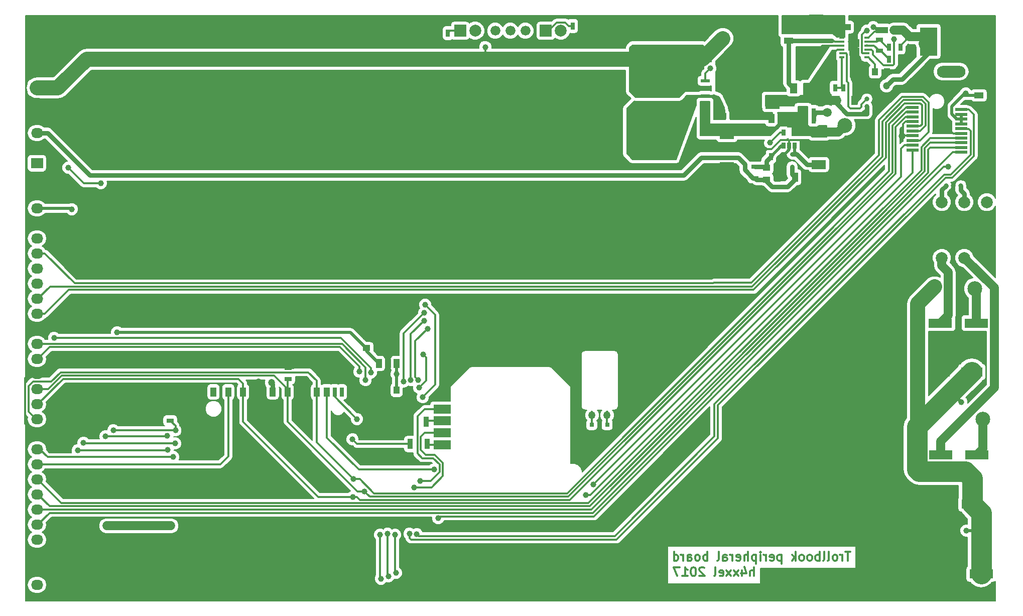
<source format=gbr>
G04 #@! TF.GenerationSoftware,KiCad,Pcbnew,no-vcs-found-2f9be81~58~ubuntu16.04.1*
G04 #@! TF.CreationDate,2017-04-05T21:19:04+02:00*
G04 #@! TF.ProjectId,peripheral-board,7065726970686572616C2D626F617264,rev?*
G04 #@! TF.FileFunction,Copper,L2,Bot,Signal*
G04 #@! TF.FilePolarity,Positive*
%FSLAX46Y46*%
G04 Gerber Fmt 4.6, Leading zero omitted, Abs format (unit mm)*
G04 Created by KiCad (PCBNEW no-vcs-found-2f9be81~58~ubuntu16.04.1) date Wed Apr  5 21:19:04 2017*
%MOMM*%
%LPD*%
G01*
G04 APERTURE LIST*
%ADD10C,0.100000*%
%ADD11C,0.300000*%
%ADD12R,0.900000X1.700000*%
%ADD13R,0.800000X0.800000*%
%ADD14O,0.800000X0.800000*%
%ADD15R,1.300000X0.700000*%
%ADD16R,1.000000X1.250000*%
%ADD17R,1.250000X1.000000*%
%ADD18C,0.750000*%
%ADD19R,2.000000X3.000000*%
%ADD20R,1.000000X1.500000*%
%ADD21R,2.430000X2.370000*%
%ADD22R,2.400000X1.500000*%
%ADD23R,1.600000X1.000000*%
%ADD24C,1.270000*%
%ADD25C,2.000000*%
%ADD26R,2.000000X2.000000*%
%ADD27C,1.676400*%
%ADD28R,0.700000X1.300000*%
%ADD29R,1.600000X3.500000*%
%ADD30R,4.000500X1.600200*%
%ADD31R,3.599180X1.600200*%
%ADD32R,1.600200X3.599180*%
%ADD33R,5.400040X2.900680*%
%ADD34R,0.800000X0.900000*%
%ADD35R,2.000000X0.500000*%
%ADD36R,0.700000X1.500000*%
%ADD37O,4.800000X2.000000*%
%ADD38R,3.000000X4.800000*%
%ADD39C,4.800000*%
%ADD40R,1.000000X1.600000*%
%ADD41R,1.300000X1.700000*%
%ADD42R,0.450000X0.600000*%
%ADD43R,2.000000X1.100000*%
%ADD44R,0.800000X1.100000*%
%ADD45R,1.550000X0.600000*%
%ADD46R,0.890000X0.420000*%
%ADD47R,0.825000X0.712500*%
%ADD48R,0.650000X1.060000*%
%ADD49R,0.750000X0.800000*%
%ADD50R,3.000000X1.500000*%
%ADD51R,2.032000X1.727200*%
%ADD52O,2.032000X1.727200*%
%ADD53C,1.000000*%
%ADD54C,1.200000*%
%ADD55C,1.500000*%
%ADD56C,2.500000*%
%ADD57C,0.500000*%
%ADD58C,0.800000*%
%ADD59C,1.500000*%
%ADD60C,2.500000*%
%ADD61C,3.500000*%
%ADD62C,0.200000*%
G04 APERTURE END LIST*
D10*
D11*
X123564285Y4831771D02*
X123564285Y6331771D01*
X122921428Y4831771D02*
X122921428Y5617485D01*
X122992857Y5760342D01*
X123135714Y5831771D01*
X123350000Y5831771D01*
X123492857Y5760342D01*
X123564285Y5688914D01*
X121564285Y5831771D02*
X121564285Y4831771D01*
X121921428Y6403200D02*
X122278571Y5331771D01*
X121350000Y5331771D01*
X120921428Y4831771D02*
X120135714Y5831771D01*
X120921428Y5831771D02*
X120135714Y4831771D01*
X119707142Y4831771D02*
X118921428Y5831771D01*
X119707142Y5831771D02*
X118921428Y4831771D01*
X117778571Y4903200D02*
X117921428Y4831771D01*
X118207142Y4831771D01*
X118350000Y4903200D01*
X118421428Y5046057D01*
X118421428Y5617485D01*
X118350000Y5760342D01*
X118207142Y5831771D01*
X117921428Y5831771D01*
X117778571Y5760342D01*
X117707142Y5617485D01*
X117707142Y5474628D01*
X118421428Y5331771D01*
X116850000Y4831771D02*
X116992857Y4903200D01*
X117064285Y5046057D01*
X117064285Y6331771D01*
X115207142Y6188914D02*
X115135714Y6260342D01*
X114992857Y6331771D01*
X114635714Y6331771D01*
X114492857Y6260342D01*
X114421428Y6188914D01*
X114350000Y6046057D01*
X114350000Y5903200D01*
X114421428Y5688914D01*
X115278571Y4831771D01*
X114350000Y4831771D01*
X113421428Y6331771D02*
X113278571Y6331771D01*
X113135714Y6260342D01*
X113064285Y6188914D01*
X112992857Y6046057D01*
X112921428Y5760342D01*
X112921428Y5403200D01*
X112992857Y5117485D01*
X113064285Y4974628D01*
X113135714Y4903200D01*
X113278571Y4831771D01*
X113421428Y4831771D01*
X113564285Y4903200D01*
X113635714Y4974628D01*
X113707142Y5117485D01*
X113778571Y5403200D01*
X113778571Y5760342D01*
X113707142Y6046057D01*
X113635714Y6188914D01*
X113564285Y6260342D01*
X113421428Y6331771D01*
X111492857Y4831771D02*
X112350000Y4831771D01*
X111921428Y4831771D02*
X111921428Y6331771D01*
X112064285Y6117485D01*
X112207142Y5974628D01*
X112350000Y5903200D01*
X110992857Y6331771D02*
X109992857Y6331771D01*
X110635714Y4831771D01*
X139850000Y8931771D02*
X138992857Y8931771D01*
X139421428Y7431771D02*
X139421428Y8931771D01*
X138492857Y7431771D02*
X138492857Y8431771D01*
X138492857Y8146057D02*
X138421428Y8288914D01*
X138350000Y8360342D01*
X138207142Y8431771D01*
X138064285Y8431771D01*
X137350000Y7431771D02*
X137492857Y7503200D01*
X137564285Y7574628D01*
X137635714Y7717485D01*
X137635714Y8146057D01*
X137564285Y8288914D01*
X137492857Y8360342D01*
X137350000Y8431771D01*
X137135714Y8431771D01*
X136992857Y8360342D01*
X136921428Y8288914D01*
X136850000Y8146057D01*
X136850000Y7717485D01*
X136921428Y7574628D01*
X136992857Y7503200D01*
X137135714Y7431771D01*
X137350000Y7431771D01*
X135992857Y7431771D02*
X136135714Y7503200D01*
X136207142Y7646057D01*
X136207142Y8931771D01*
X135207142Y7431771D02*
X135350000Y7503200D01*
X135421428Y7646057D01*
X135421428Y8931771D01*
X134635714Y7431771D02*
X134635714Y8931771D01*
X134635714Y8360342D02*
X134492857Y8431771D01*
X134207142Y8431771D01*
X134064285Y8360342D01*
X133992857Y8288914D01*
X133921428Y8146057D01*
X133921428Y7717485D01*
X133992857Y7574628D01*
X134064285Y7503200D01*
X134207142Y7431771D01*
X134492857Y7431771D01*
X134635714Y7503200D01*
X133064285Y7431771D02*
X133207142Y7503200D01*
X133278571Y7574628D01*
X133350000Y7717485D01*
X133350000Y8146057D01*
X133278571Y8288914D01*
X133207142Y8360342D01*
X133064285Y8431771D01*
X132850000Y8431771D01*
X132707142Y8360342D01*
X132635714Y8288914D01*
X132564285Y8146057D01*
X132564285Y7717485D01*
X132635714Y7574628D01*
X132707142Y7503200D01*
X132850000Y7431771D01*
X133064285Y7431771D01*
X131707142Y7431771D02*
X131850000Y7503200D01*
X131921428Y7574628D01*
X131992857Y7717485D01*
X131992857Y8146057D01*
X131921428Y8288914D01*
X131850000Y8360342D01*
X131707142Y8431771D01*
X131492857Y8431771D01*
X131350000Y8360342D01*
X131278571Y8288914D01*
X131207142Y8146057D01*
X131207142Y7717485D01*
X131278571Y7574628D01*
X131350000Y7503200D01*
X131492857Y7431771D01*
X131707142Y7431771D01*
X130564285Y7431771D02*
X130564285Y8931771D01*
X130421428Y8003200D02*
X129992857Y7431771D01*
X129992857Y8431771D02*
X130564285Y7860342D01*
X128207142Y8431771D02*
X128207142Y6931771D01*
X128207142Y8360342D02*
X128064285Y8431771D01*
X127778571Y8431771D01*
X127635714Y8360342D01*
X127564285Y8288914D01*
X127492857Y8146057D01*
X127492857Y7717485D01*
X127564285Y7574628D01*
X127635714Y7503200D01*
X127778571Y7431771D01*
X128064285Y7431771D01*
X128207142Y7503200D01*
X126278571Y7503200D02*
X126421428Y7431771D01*
X126707142Y7431771D01*
X126850000Y7503200D01*
X126921428Y7646057D01*
X126921428Y8217485D01*
X126850000Y8360342D01*
X126707142Y8431771D01*
X126421428Y8431771D01*
X126278571Y8360342D01*
X126207142Y8217485D01*
X126207142Y8074628D01*
X126921428Y7931771D01*
X125564285Y7431771D02*
X125564285Y8431771D01*
X125564285Y8146057D02*
X125492857Y8288914D01*
X125421428Y8360342D01*
X125278571Y8431771D01*
X125135714Y8431771D01*
X124635714Y7431771D02*
X124635714Y8431771D01*
X124635714Y8931771D02*
X124707142Y8860342D01*
X124635714Y8788914D01*
X124564285Y8860342D01*
X124635714Y8931771D01*
X124635714Y8788914D01*
X123921428Y8431771D02*
X123921428Y6931771D01*
X123921428Y8360342D02*
X123778571Y8431771D01*
X123492857Y8431771D01*
X123350000Y8360342D01*
X123278571Y8288914D01*
X123207142Y8146057D01*
X123207142Y7717485D01*
X123278571Y7574628D01*
X123350000Y7503200D01*
X123492857Y7431771D01*
X123778571Y7431771D01*
X123921428Y7503200D01*
X122564285Y7431771D02*
X122564285Y8931771D01*
X121921428Y7431771D02*
X121921428Y8217485D01*
X121992857Y8360342D01*
X122135714Y8431771D01*
X122350000Y8431771D01*
X122492857Y8360342D01*
X122564285Y8288914D01*
X120635714Y7503200D02*
X120778571Y7431771D01*
X121064285Y7431771D01*
X121207142Y7503200D01*
X121278571Y7646057D01*
X121278571Y8217485D01*
X121207142Y8360342D01*
X121064285Y8431771D01*
X120778571Y8431771D01*
X120635714Y8360342D01*
X120564285Y8217485D01*
X120564285Y8074628D01*
X121278571Y7931771D01*
X119921428Y7431771D02*
X119921428Y8431771D01*
X119921428Y8146057D02*
X119850000Y8288914D01*
X119778571Y8360342D01*
X119635714Y8431771D01*
X119492857Y8431771D01*
X118350000Y7431771D02*
X118350000Y8217485D01*
X118421428Y8360342D01*
X118564285Y8431771D01*
X118850000Y8431771D01*
X118992857Y8360342D01*
X118350000Y7503200D02*
X118492857Y7431771D01*
X118850000Y7431771D01*
X118992857Y7503200D01*
X119064285Y7646057D01*
X119064285Y7788914D01*
X118992857Y7931771D01*
X118850000Y8003200D01*
X118492857Y8003200D01*
X118350000Y8074628D01*
X117421428Y7431771D02*
X117564285Y7503200D01*
X117635714Y7646057D01*
X117635714Y8931771D01*
X115707142Y7431771D02*
X115707142Y8931771D01*
X115707142Y8360342D02*
X115564285Y8431771D01*
X115278571Y8431771D01*
X115135714Y8360342D01*
X115064285Y8288914D01*
X114992857Y8146057D01*
X114992857Y7717485D01*
X115064285Y7574628D01*
X115135714Y7503200D01*
X115278571Y7431771D01*
X115564285Y7431771D01*
X115707142Y7503200D01*
X114135714Y7431771D02*
X114278571Y7503200D01*
X114350000Y7574628D01*
X114421428Y7717485D01*
X114421428Y8146057D01*
X114350000Y8288914D01*
X114278571Y8360342D01*
X114135714Y8431771D01*
X113921428Y8431771D01*
X113778571Y8360342D01*
X113707142Y8288914D01*
X113635714Y8146057D01*
X113635714Y7717485D01*
X113707142Y7574628D01*
X113778571Y7503200D01*
X113921428Y7431771D01*
X114135714Y7431771D01*
X112350000Y7431771D02*
X112350000Y8217485D01*
X112421428Y8360342D01*
X112564285Y8431771D01*
X112850000Y8431771D01*
X112992857Y8360342D01*
X112350000Y7503200D02*
X112492857Y7431771D01*
X112850000Y7431771D01*
X112992857Y7503200D01*
X113064285Y7646057D01*
X113064285Y7788914D01*
X112992857Y7931771D01*
X112850000Y8003200D01*
X112492857Y8003200D01*
X112350000Y8074628D01*
X111635714Y7431771D02*
X111635714Y8431771D01*
X111635714Y8146057D02*
X111564285Y8288914D01*
X111492857Y8360342D01*
X111350000Y8431771D01*
X111207142Y8431771D01*
X110064285Y7431771D02*
X110064285Y8931771D01*
X110064285Y7503200D02*
X110207142Y7431771D01*
X110492857Y7431771D01*
X110635714Y7503200D01*
X110707142Y7574628D01*
X110778571Y7717485D01*
X110778571Y8146057D01*
X110707142Y8288914D01*
X110635714Y8360342D01*
X110492857Y8431771D01*
X110207142Y8431771D01*
X110064285Y8360342D01*
D12*
X65350000Y30900000D03*
X68250000Y30900000D03*
X68450000Y27100000D03*
X65550000Y27100000D03*
D13*
X142600000Y81550000D03*
D14*
X142600000Y82800000D03*
X142600000Y84050000D03*
X142600000Y85300000D03*
X142600000Y86550000D03*
D13*
X159700000Y70700000D03*
D14*
X158450000Y70700000D03*
X157200000Y70700000D03*
X155950000Y70700000D03*
D15*
X45000000Y39950000D03*
X45000000Y38050000D03*
D16*
X61300000Y36200000D03*
X63300000Y36200000D03*
D17*
X58200000Y45300000D03*
X58200000Y43300000D03*
D18*
X61800000Y41810000D03*
D10*
G36*
X61300000Y41435000D02*
X60800000Y42185000D01*
X62800000Y42185000D01*
X62300000Y41435000D01*
X61300000Y41435000D01*
X61300000Y41435000D01*
G37*
D19*
X61800000Y43660000D03*
D20*
X60300000Y40700000D03*
X61800000Y40700000D03*
X63300000Y40700000D03*
D21*
X119000000Y79720000D03*
X119000000Y73480000D03*
X126700000Y91040000D03*
X126700000Y84800000D03*
D22*
X134500000Y74250000D03*
X134500000Y79750000D03*
X134100000Y93300000D03*
X134100000Y98800000D03*
D23*
X161500000Y85900000D03*
X161500000Y88900000D03*
D24*
X96230000Y31970000D03*
X98770000Y31970000D03*
D25*
X91000000Y96800000D03*
D26*
X88460000Y96800000D03*
X74000000Y96800000D03*
D25*
X76540000Y96800000D03*
D27*
X79920000Y96800000D03*
X82460000Y96800000D03*
X85000000Y96800000D03*
D28*
X93000000Y97600000D03*
X94900000Y97600000D03*
X71950000Y96400000D03*
X70050000Y96400000D03*
D29*
X131661600Y90300000D03*
X136538400Y90300000D03*
D30*
X161900000Y5200000D03*
X155798920Y5200000D03*
D31*
X160350820Y16999180D03*
X154849180Y16999180D03*
X160301640Y39250000D03*
X154800000Y39250000D03*
D32*
X111750820Y97500000D03*
X111750820Y91998360D03*
X104500000Y91998360D03*
X104500000Y97500000D03*
D33*
X107250820Y77798720D03*
X107250820Y87699640D03*
D30*
X161101080Y47500000D03*
X155000000Y47500000D03*
X161150540Y25250000D03*
X155049460Y25250000D03*
D34*
X132650000Y85300000D03*
X131700000Y83300000D03*
X133600000Y83300000D03*
D15*
X25100000Y32950000D03*
X25100000Y31050000D03*
D35*
X150300001Y83900000D03*
X150300001Y83100000D03*
X150300001Y82300000D03*
X150300001Y81500000D03*
X150300001Y80700000D03*
X150300001Y79900000D03*
X150300001Y79100000D03*
X150300001Y78300000D03*
X150300001Y77500000D03*
X150300001Y76700000D03*
X158500000Y76300000D03*
X158500000Y77100000D03*
X158500000Y77900000D03*
X158500000Y78700000D03*
X158500000Y79500000D03*
X158500000Y80300000D03*
X158500000Y81100000D03*
X158500000Y81900000D03*
X158500000Y82700000D03*
X158500000Y83500000D03*
D28*
X126450000Y75600000D03*
X128350000Y75600000D03*
X140500000Y87200000D03*
X138600000Y87200000D03*
X148250000Y92000000D03*
X146350000Y92000000D03*
X135350000Y87200000D03*
X137250000Y87200000D03*
D15*
X144700000Y93400000D03*
X144700000Y95300000D03*
D28*
X146350000Y94000000D03*
X148250000Y94000000D03*
D15*
X123700000Y71950000D03*
X123700000Y73850000D03*
D25*
X162850000Y67900000D03*
X159050000Y67900000D03*
X155250000Y67900000D03*
X162850000Y58500000D03*
X159050000Y58500000D03*
X155250000Y58500000D03*
D19*
X26080000Y8100000D03*
X56180000Y8100000D03*
D36*
X54030000Y35900000D03*
X52830000Y35900000D03*
D20*
X32400000Y35900000D03*
X51530000Y35900000D03*
X49830000Y35900000D03*
X47400000Y35900000D03*
X44900000Y35900000D03*
X42400000Y35900000D03*
X39900000Y35900000D03*
X37400000Y35900000D03*
X34900000Y35900000D03*
D37*
X156810000Y89920000D03*
D38*
X153000000Y95000000D03*
D39*
X159100000Y95000000D03*
D17*
X125700000Y71700000D03*
X125700000Y73700000D03*
D16*
X146000000Y89900000D03*
X144000000Y89900000D03*
D40*
X137500000Y85050000D03*
X140500000Y85050000D03*
D23*
X149800000Y98800000D03*
X149800000Y95800000D03*
X129400000Y95100000D03*
X129400000Y98100000D03*
D40*
X129500000Y82000000D03*
X126500000Y82000000D03*
X127500000Y72100000D03*
X130500000Y72100000D03*
D41*
X133750000Y87100000D03*
X130250000Y87100000D03*
D42*
X130000000Y76000000D03*
X130000000Y73900000D03*
D43*
X138900000Y97400000D03*
D44*
X140800000Y97400000D03*
D43*
X131700000Y81700000D03*
D44*
X133600000Y81700000D03*
X119750820Y82449180D03*
D43*
X117850820Y82449180D03*
X145150000Y96900000D03*
D44*
X147050000Y96900000D03*
D45*
X120750820Y84544180D03*
X120750820Y85814180D03*
X120750820Y87084180D03*
X120750820Y88354180D03*
X115350820Y88354180D03*
X115350820Y87084180D03*
X115350820Y85814180D03*
X115350820Y84544180D03*
D46*
X142592500Y95593750D03*
X142592500Y94943750D03*
X142592500Y94293750D03*
X142592500Y93643750D03*
X142592500Y92993750D03*
X142592500Y92343750D03*
X138382500Y92343750D03*
X138382500Y92993750D03*
X138382500Y93643750D03*
X138382500Y94293750D03*
X138382500Y94943750D03*
X138382500Y95593750D03*
D47*
X140075000Y92900000D03*
X140075000Y93612500D03*
X140075000Y94325000D03*
X140075000Y95037500D03*
X140900000Y92900000D03*
X140900000Y93612500D03*
X140900000Y94325000D03*
X140900000Y95037500D03*
D48*
X130450000Y79600000D03*
X128550000Y79600000D03*
X128550000Y77400000D03*
X129500000Y77400000D03*
X130450000Y77400000D03*
D49*
X98800000Y28850000D03*
X98800000Y30350000D03*
X96200000Y30350000D03*
X96200000Y28850000D03*
D50*
X71000000Y27000000D03*
X71000000Y29000000D03*
X71000000Y31000000D03*
X71000000Y33000000D03*
D51*
X2630000Y87160000D03*
D52*
X2630000Y84620000D03*
X2630000Y82080000D03*
X2630000Y79540000D03*
D51*
X2630000Y74460000D03*
D52*
X2630000Y71920000D03*
X2630000Y69380000D03*
X2630000Y66840000D03*
X2630000Y64300000D03*
X2630000Y61760000D03*
X2630000Y59220000D03*
X2630000Y56680000D03*
X2630000Y54140000D03*
X2630000Y51600000D03*
X2630000Y49060000D03*
X2630000Y46520000D03*
X2630000Y43980000D03*
X2630000Y41440000D03*
X2630000Y38900000D03*
X2630000Y36360000D03*
X2630000Y33820000D03*
X2630000Y31280000D03*
X2630000Y28740000D03*
X2630000Y26200000D03*
X2630000Y23660000D03*
X2630000Y21120000D03*
X2630000Y18580000D03*
X2630000Y16040000D03*
X2630000Y13500000D03*
X2630000Y10960000D03*
X2630000Y8420000D03*
X2630000Y5880000D03*
X2630000Y3340000D03*
D53*
X98500000Y44740000D03*
D54*
X153702818Y18902818D03*
X153700000Y41000000D03*
X155400001Y12750000D03*
X153800000Y37000000D03*
D53*
X98000000Y47900000D03*
D54*
X155900000Y86200000D03*
X148499976Y79000000D03*
D53*
X94100000Y31300000D03*
X153042893Y12657107D03*
X61300000Y31300000D03*
D54*
X40030000Y37550000D03*
X47260000Y37640000D03*
X45000000Y40960000D03*
D53*
X13700000Y97549979D03*
X72700000Y49400000D03*
X59980000Y13700000D03*
X63200010Y14000000D03*
X155400001Y12750000D03*
X55837711Y27889973D03*
X159300000Y86200000D03*
D55*
X25200000Y13300000D03*
X14400000Y13300000D03*
D54*
X14400000Y13300000D03*
X25200000Y13300000D03*
D53*
X78250214Y94068520D03*
D54*
X42192893Y37442893D03*
D53*
X6400000Y87400000D03*
D56*
X118300000Y95500000D03*
D53*
X55900000Y18200000D03*
X56000000Y21200010D03*
X57900000Y19100000D03*
X67249989Y20900000D03*
X66200000Y19800000D03*
X96500000Y20300000D03*
X95170000Y18510000D03*
X8499998Y66700000D03*
X5499989Y45000000D03*
X58964133Y39162463D03*
X58064123Y37874738D03*
X57000000Y39300000D03*
X25600000Y24900000D03*
X142600000Y96800000D03*
X147200000Y95400000D03*
X143692698Y97407054D03*
D55*
X135900012Y83000000D03*
D54*
X145900000Y87500000D03*
D56*
X160800000Y53300000D03*
X162200000Y31300000D03*
D53*
X67100000Y36600000D03*
X67800010Y42199954D03*
X65451497Y11949287D03*
X66700536Y11900009D03*
X126280010Y77900010D03*
X15491920Y29386701D03*
X25981716Y29400010D03*
X64441692Y37648293D03*
X67900000Y49200000D03*
X68100000Y50600000D03*
X67700001Y35000000D03*
X66916113Y37899990D03*
X68517258Y46562031D03*
X65666102Y37899990D03*
X67900008Y47900000D03*
X24600000Y28499998D03*
X14200000Y28400000D03*
X116156121Y90464434D03*
X61900000Y4825032D03*
X61755290Y11944860D03*
X60649987Y4400000D03*
X60513097Y11805261D03*
X63200000Y5375043D03*
X62997456Y11805024D03*
X24700000Y26100000D03*
X9500000Y26000000D03*
X10479990Y27300000D03*
X25900000Y27200000D03*
X70300000Y14589990D03*
X156300000Y73900000D03*
X16140000Y45920000D03*
D56*
X138920000Y80850000D03*
X154000000Y53599998D03*
D53*
X115800000Y79700000D03*
X159400000Y12500000D03*
X158500000Y34200000D03*
X56600000Y31300000D03*
X13400000Y71100000D03*
X7900000Y73700000D03*
X63300000Y38900000D03*
X69600001Y22800000D03*
D11*
X97792894Y44740000D02*
X98500000Y44740000D01*
X97650019Y44599981D02*
X97790038Y44740000D01*
X97790038Y44740000D02*
X97792894Y44740000D01*
D57*
X153702818Y18902818D02*
X153702818Y18145542D01*
X153702818Y18145542D02*
X154849180Y16999180D01*
D58*
X153700000Y41000000D02*
X153700000Y40350000D01*
X153700000Y40350000D02*
X154800000Y39250000D01*
X153800000Y37000000D02*
X153800000Y38250000D01*
X153800000Y38250000D02*
X154800000Y39250000D01*
D57*
X98000000Y47192894D02*
X98000000Y47900000D01*
X98000000Y46107106D02*
X98000000Y47192894D01*
X97692894Y45800000D02*
X98000000Y46107106D01*
D58*
X155900000Y86200000D02*
X156500000Y86800000D01*
D11*
X148666530Y79166554D02*
X148499976Y79000000D01*
X148666530Y79433470D02*
X148666530Y79166554D01*
D57*
X94100000Y31300000D02*
X94100000Y30592894D01*
X94100000Y30592894D02*
X93807106Y30300000D01*
X153042893Y12657107D02*
X155307108Y12657107D01*
X155307108Y12657107D02*
X155400001Y12750000D01*
D11*
X61300000Y31300000D02*
X60400000Y31300000D01*
X150300001Y81500000D02*
X149133502Y81500000D01*
X149133502Y81500000D02*
X148666530Y81033028D01*
X148666530Y81033028D02*
X148666530Y79433470D01*
X148666530Y79433470D02*
X149000001Y79100000D01*
X149000001Y79100000D02*
X150300001Y79100000D01*
D58*
X40030000Y37550000D02*
X40030000Y36030000D01*
X40030000Y36030000D02*
X39900000Y35900000D01*
D57*
X47260000Y37640000D02*
X47260000Y36040000D01*
X47260000Y36040000D02*
X47400000Y35900000D01*
X45000000Y39950000D02*
X45000000Y40960000D01*
D11*
X45000000Y39950000D02*
X45950000Y39950000D01*
X45950000Y39950000D02*
X46920000Y40920000D01*
X13700072Y97549979D02*
X13700000Y97549979D01*
X13750051Y97500000D02*
X13700072Y97549979D01*
X72700000Y49400000D02*
X72700000Y50107106D01*
X72700000Y50107106D02*
X72800000Y50207106D01*
X56180000Y9900000D02*
X59980000Y13700000D01*
X59980000Y13700000D02*
X60280000Y14000000D01*
X56180000Y8100000D02*
X56180000Y9900000D01*
X62492904Y14000000D02*
X63200010Y14000000D01*
X60280000Y14000000D02*
X62492904Y14000000D01*
X132800000Y78400000D02*
X133600000Y77600000D01*
X129670000Y78400000D02*
X132800000Y78400000D01*
X129500000Y78230000D02*
X129670000Y78400000D01*
X126500000Y76800000D02*
X123900000Y76800000D01*
X128030001Y78330001D02*
X126500000Y76800000D01*
X129500000Y77400000D02*
X129500000Y78230000D01*
X129500000Y78230000D02*
X129399999Y78330001D01*
X129399999Y78330001D02*
X128030001Y78330001D01*
X140900000Y92900000D02*
X140075000Y92900000D01*
X140900000Y93612500D02*
X140900000Y92900000D01*
X140900000Y95037500D02*
X140900000Y94325000D01*
X140075000Y95037500D02*
X140900000Y95037500D01*
X140075000Y94325000D02*
X140075000Y95037500D01*
X140075000Y93612500D02*
X140075000Y94325000D01*
X140075000Y92900000D02*
X140075000Y93612500D01*
D58*
X140075000Y89125000D02*
X140500000Y88700000D01*
X140500000Y88700000D02*
X140500000Y87200000D01*
X140075000Y92900000D02*
X140075000Y89125000D01*
D11*
X158500000Y79500000D02*
X157200000Y79500000D01*
X157200000Y79500000D02*
X156100000Y80600000D01*
X155500001Y92600001D02*
X156700001Y92600001D01*
X156100000Y80600000D02*
X156100000Y86500000D01*
X156100000Y86500000D02*
X153700000Y88900000D01*
X153700000Y88900000D02*
X153700000Y90800000D01*
X153700000Y90800000D02*
X155500001Y92600001D01*
X156700001Y92600001D02*
X159100000Y95000000D01*
D57*
X154900002Y13249999D02*
X155400001Y12750000D01*
X154849180Y13300821D02*
X154900002Y13249999D01*
X154849180Y16999180D02*
X154849180Y13300821D01*
D11*
X650000Y38236000D02*
X650000Y30567600D01*
X650000Y30567600D02*
X2477600Y28740000D01*
X2477600Y28740000D02*
X2630000Y28740000D01*
X2630000Y38900000D02*
X1314000Y38900000D01*
X1314000Y38900000D02*
X650000Y38236000D01*
D57*
X129500000Y77400000D02*
X129500000Y76750000D01*
X129500000Y76750000D02*
X128350000Y75600000D01*
D11*
X128350000Y75600000D02*
X128350000Y74350000D01*
X128350000Y74350000D02*
X127800000Y73800000D01*
X65550000Y27100000D02*
X56627684Y27100000D01*
X56627684Y27100000D02*
X55837711Y27889973D01*
D57*
X159049998Y86200000D02*
X159300000Y86200000D01*
X158749998Y85900000D02*
X159049998Y86200000D01*
D59*
X25200000Y13300000D02*
X14400000Y13300000D01*
D11*
X77900000Y91998360D02*
X78250214Y92348574D01*
X78250214Y93361414D02*
X78250214Y94068520D01*
X78250214Y92348574D02*
X78250214Y93361414D01*
D60*
X77900000Y91998360D02*
X10998360Y91998360D01*
X104500000Y91998360D02*
X77900000Y91998360D01*
D58*
X42400000Y35900000D02*
X42400000Y37235786D01*
X42400000Y37235786D02*
X42192893Y37442893D01*
D60*
X6899999Y87899999D02*
X6400000Y87400000D01*
X6160000Y87160000D02*
X6400000Y87400000D01*
X2630000Y87160000D02*
X6160000Y87160000D01*
X10998360Y91998360D02*
X6899999Y87899999D01*
D57*
X158500000Y81900000D02*
X157750000Y81900000D01*
X157750000Y81900000D02*
X156920000Y82730000D01*
X156920000Y82730000D02*
X156920000Y84070002D01*
X156920000Y84070002D02*
X158749998Y85900000D01*
X158749998Y85900000D02*
X161500000Y85900000D01*
X158500000Y81900000D02*
X158500000Y82700000D01*
X158500000Y81100000D02*
X158500000Y81900000D01*
D60*
X111750820Y91998360D02*
X114798360Y91998360D01*
X114798360Y91998360D02*
X118300000Y95500000D01*
D11*
X104500000Y91998360D02*
X104500000Y90998870D01*
X104500000Y90998870D02*
X107250820Y88248050D01*
X107250820Y88248050D02*
X107250820Y87699640D01*
X111750820Y91998360D02*
X111750820Y90949960D01*
X111750820Y90949960D02*
X108500500Y87699640D01*
X108500500Y87699640D02*
X107250820Y87699640D01*
X115350820Y87084180D02*
X107866280Y87084180D01*
X107866280Y87084180D02*
X107250820Y87699640D01*
X56607106Y18200000D02*
X55900000Y18200000D01*
X147450055Y72650053D02*
X92500046Y17700044D01*
X147450055Y80594388D02*
X147450055Y72650053D01*
X149155671Y82300000D02*
X147450055Y80594388D01*
X57107062Y17700044D02*
X56607106Y18200000D01*
X92500046Y17700044D02*
X57107062Y17700044D01*
X150300001Y82300000D02*
X149155671Y82300000D01*
X2630000Y33820000D02*
X2782400Y33820000D01*
X2782400Y33820000D02*
X7062400Y38100000D01*
X7062400Y38100000D02*
X36600000Y38100000D01*
X36600000Y38100000D02*
X37400000Y37300000D01*
X37400000Y37300000D02*
X37400000Y35900000D01*
X55900000Y18200000D02*
X50050000Y18200000D01*
X50050000Y18200000D02*
X37400000Y30850000D01*
X37400000Y30850000D02*
X37400000Y35900000D01*
X59507040Y18800066D02*
X57107096Y21200010D01*
X56707106Y21200010D02*
X56000000Y21200010D01*
X57107096Y21200010D02*
X56707106Y21200010D01*
X150300001Y83900000D02*
X149200001Y83900000D01*
X146350033Y81050032D02*
X146350033Y73105697D01*
X146350033Y73105697D02*
X92044402Y18800066D01*
X92044402Y18800066D02*
X59507040Y18800066D01*
X149200001Y83900000D02*
X146350033Y81050032D01*
X2630000Y31280000D02*
X2477600Y31280000D01*
X1213990Y36883404D02*
X1954196Y37623610D01*
X5030344Y37623610D02*
X6606756Y39200022D01*
X2477600Y31280000D02*
X1213990Y32543610D01*
X1213990Y32543610D02*
X1213990Y36883404D01*
X1954196Y37623610D02*
X5030344Y37623610D01*
X6606756Y39200022D02*
X44029976Y39200022D01*
X44029976Y39200022D02*
X44029999Y39199999D01*
X44029999Y39199999D02*
X48400001Y39199999D01*
X48400001Y39199999D02*
X49830000Y37770000D01*
X49830000Y37770000D02*
X49830000Y35900000D01*
X49830000Y35900000D02*
X49830000Y27370010D01*
X49830000Y27370010D02*
X55500001Y21700009D01*
X55500001Y21700009D02*
X56000000Y21200010D01*
X2630000Y36360000D02*
X4544567Y36360000D01*
X4544567Y36360000D02*
X6834578Y38650011D01*
X6834578Y38650011D02*
X42649989Y38650011D01*
X42649989Y38650011D02*
X44900000Y36400000D01*
X44900000Y36400000D02*
X44900000Y35900000D01*
X58399999Y18600001D02*
X57900000Y19100000D01*
X146900044Y72877875D02*
X92272224Y18250055D01*
X146900044Y80822210D02*
X146900044Y72877875D01*
X149177834Y83100000D02*
X146900044Y80822210D01*
X150300001Y83100000D02*
X149177834Y83100000D01*
X92272224Y18250055D02*
X58749945Y18250055D01*
X58749945Y18250055D02*
X58399999Y18600001D01*
X44900000Y35900000D02*
X44900000Y37950000D01*
X44900000Y37950000D02*
X45000000Y38050000D01*
X45550000Y30200000D02*
X56650000Y19100000D01*
X44900000Y35900000D02*
X44900000Y30850000D01*
X44900000Y30850000D02*
X45550000Y30200000D01*
X45000000Y36000000D02*
X44900000Y35900000D01*
X57192894Y19100000D02*
X57900000Y19100000D01*
X56650000Y19100000D02*
X57192894Y19100000D01*
X67249989Y20900000D02*
X69032003Y20900000D01*
X69032003Y20900000D02*
X70549990Y22417987D01*
X70549990Y22417987D02*
X70549990Y23672180D01*
X70549990Y23672180D02*
X69500000Y24722170D01*
X67577830Y24722170D02*
X66800000Y25500000D01*
X69500000Y24722170D02*
X67577830Y24722170D01*
X66800000Y25500000D02*
X66800000Y31800000D01*
X66800000Y31800000D02*
X68000000Y33000000D01*
X68000000Y33000000D02*
X71000000Y33000000D01*
X66200000Y19800000D02*
X69200000Y19800000D01*
X69200000Y19800000D02*
X71100000Y21700000D01*
X71100000Y21700000D02*
X71100000Y23900000D01*
X71100000Y23900000D02*
X69727822Y25272178D01*
X67350010Y28350010D02*
X68000000Y29000000D01*
X68000000Y29000000D02*
X71000000Y29000000D01*
X69727822Y25272178D02*
X68227822Y25272178D01*
X68227822Y25272178D02*
X67350010Y26149990D01*
X67350010Y26149990D02*
X67350010Y28350010D01*
X150300001Y77500000D02*
X149000001Y77500000D01*
X148400000Y72200000D02*
X148400000Y76899999D01*
X149000001Y77500000D02*
X148400000Y76899999D01*
X96500000Y20300000D02*
X148400000Y72200000D01*
X150300001Y72822895D02*
X95987106Y18510000D01*
X95877106Y18510000D02*
X95170000Y18510000D01*
X95987106Y18510000D02*
X95877106Y18510000D01*
X150300001Y76700000D02*
X150300001Y72822895D01*
D57*
X2630000Y66840000D02*
X8359998Y66840000D01*
X8359998Y66840000D02*
X8499998Y66700000D01*
D11*
X53877833Y45000000D02*
X6207095Y45000000D01*
X58964133Y39913700D02*
X53877833Y45000000D01*
X6207095Y45000000D02*
X5499989Y45000000D01*
X58964133Y39162463D02*
X58964133Y39913700D01*
X150300001Y78300000D02*
X151600001Y78300000D01*
X148524356Y85650023D02*
X144900000Y82025667D01*
X151600001Y78300000D02*
X153050010Y79750009D01*
X153050010Y84675659D02*
X152075646Y85650023D01*
X116700000Y54200000D02*
X8966000Y54200000D01*
X153050010Y79750009D02*
X153050010Y84675659D01*
X116800000Y54300000D02*
X116700000Y54200000D01*
X152075646Y85650023D02*
X148524356Y85650023D01*
X144900000Y82025667D02*
X144900000Y82003493D01*
X144900000Y82003493D02*
X144649990Y81753483D01*
X8966000Y54200000D02*
X3946000Y59220000D01*
X144649990Y81753483D02*
X144649990Y75827820D01*
X144649990Y75827820D02*
X123122170Y54300000D01*
X123122170Y54300000D02*
X116800000Y54300000D01*
X3946000Y59220000D02*
X2630000Y59220000D01*
X2630000Y51600000D02*
X2782400Y51600000D01*
X2782400Y51600000D02*
X4832411Y53650011D01*
X4832411Y53650011D02*
X8738156Y53650011D01*
X8738156Y53650011D02*
X8738178Y53649989D01*
X145200000Y75600000D02*
X145200000Y81525662D01*
X8738178Y53649989D02*
X117302157Y53649989D01*
X117302157Y53649989D02*
X117302178Y53650010D01*
X117302178Y53650010D02*
X123250010Y53650010D01*
X123250010Y53650010D02*
X145200000Y75600000D01*
X145200000Y81525662D02*
X148774350Y85100012D01*
X151600001Y79900000D02*
X150300001Y79900000D01*
X148774350Y85100012D02*
X151847824Y85100012D01*
X151847824Y85100012D02*
X152499999Y84447834D01*
X152499999Y84447834D02*
X152499999Y80799998D01*
X152499999Y80799998D02*
X151600001Y79900000D01*
X7985978Y53099978D02*
X3946000Y49060000D01*
X150300001Y80700000D02*
X151600001Y80700000D01*
X151900000Y84270001D02*
X151620002Y84550001D01*
X117529977Y53099978D02*
X7985978Y53099978D01*
X117529999Y53100000D02*
X117529977Y53099978D01*
X123500000Y53100000D02*
X117529999Y53100000D01*
X151600001Y80700000D02*
X151900000Y80999999D01*
X149002172Y84550001D02*
X145800022Y81347851D01*
X151620002Y84550001D02*
X149002172Y84550001D01*
X145800022Y75400022D02*
X123500000Y53100000D01*
X145800022Y81347851D02*
X145800022Y75400022D01*
X3946000Y49060000D02*
X2630000Y49060000D01*
X151900000Y80999999D02*
X151900000Y84270001D01*
X2477600Y49060000D02*
X2630000Y49060000D01*
X2630000Y43980000D02*
X3946000Y43980000D01*
X3946000Y43980000D02*
X3966000Y44000000D01*
X58064123Y40035877D02*
X58064123Y37874738D01*
X3966000Y44000000D02*
X54100000Y44000000D01*
X54100000Y44000000D02*
X58064123Y40035877D01*
X2630000Y41440000D02*
X2782400Y41440000D01*
X2782400Y41440000D02*
X4792390Y43449990D01*
X4792390Y43449990D02*
X53750010Y43449990D01*
X53750010Y43449990D02*
X57000000Y40200000D01*
X57000000Y40200000D02*
X57000000Y39300000D01*
X2630000Y26200000D02*
X3100000Y26200000D01*
X3100000Y26200000D02*
X4400000Y24900000D01*
X4400000Y24900000D02*
X25600000Y24900000D01*
X2630000Y23660000D02*
X33560000Y23660000D01*
X33560000Y23660000D02*
X34900000Y25000000D01*
X34900000Y25000000D02*
X34900000Y31100000D01*
X34900000Y31100000D02*
X34900000Y35900000D01*
X6752367Y17150033D02*
X95650033Y17150033D01*
X2782400Y21120000D02*
X6752367Y17150033D01*
X153300000Y78700000D02*
X157200000Y78700000D01*
X151800000Y73311332D02*
X151800000Y77200002D01*
X114699956Y36211288D02*
X151800000Y73311332D01*
X114699956Y36199956D02*
X114699956Y36211288D01*
X2630000Y21120000D02*
X2782400Y21120000D01*
X151800000Y77200002D02*
X153300000Y78700000D01*
X157200000Y78700000D02*
X158500000Y78700000D01*
X95650033Y17150033D02*
X114699956Y36199956D01*
X157200000Y77900000D02*
X158500000Y77900000D01*
X153277832Y77900000D02*
X157200000Y77900000D01*
X152350011Y73083510D02*
X152350011Y76972180D01*
X115249967Y35983466D02*
X152350011Y73083510D01*
X115249967Y35972134D02*
X115249967Y35983466D01*
X95877855Y16600022D02*
X115249967Y35972134D01*
X2630000Y18580000D02*
X2782400Y18580000D01*
X4762378Y16600022D02*
X95877855Y16600022D01*
X152350011Y76972180D02*
X153277832Y77900000D01*
X2782400Y18580000D02*
X4762378Y16600022D01*
X152900022Y76744358D02*
X153255664Y77100000D01*
X115799978Y35755644D02*
X152900022Y72855688D01*
X157200000Y77100000D02*
X158500000Y77100000D01*
X152900022Y72855688D02*
X152900022Y76744358D01*
X115799978Y35744312D02*
X115799978Y35755644D01*
X96095667Y16040001D02*
X115799978Y35744312D01*
X2630000Y16040000D02*
X96095667Y16040001D01*
X153255664Y77100000D02*
X157200000Y77100000D01*
X116349989Y35527822D02*
X116349989Y35449989D01*
X96389990Y15489990D02*
X93989990Y15489990D01*
X157122167Y76300000D02*
X116349989Y35527822D01*
X158500000Y76300000D02*
X157122167Y76300000D01*
X116349989Y35449989D02*
X96389990Y15489990D01*
X93989990Y15489990D02*
X4772390Y15489990D01*
X4772390Y15489990D02*
X2782400Y13500000D01*
X2782400Y13500000D02*
X2630000Y13500000D01*
X93989990Y15489990D02*
X93856986Y15489990D01*
D58*
X130000000Y73900000D02*
X130000000Y72600000D01*
X130000000Y72600000D02*
X130500000Y72100000D01*
X125700000Y71700000D02*
X125700000Y71429998D01*
X125700000Y71429998D02*
X126629998Y70500000D01*
X126629998Y70500000D02*
X129200000Y70500000D01*
X129200000Y70500000D02*
X130500000Y71800000D01*
X130500000Y71800000D02*
X130500000Y72100000D01*
X122000000Y73350000D02*
X123400000Y71950000D01*
X120900000Y75400000D02*
X122000000Y74300000D01*
X122000000Y74300000D02*
X122000000Y73350000D01*
X114700000Y75400000D02*
X120900000Y75400000D01*
X2630000Y79540000D02*
X4446000Y79540000D01*
X4446000Y79540000D02*
X11586000Y72400000D01*
X123400000Y71950000D02*
X123700000Y71950000D01*
X11586000Y72400000D02*
X111700000Y72400000D01*
X111700000Y72400000D02*
X114700000Y75400000D01*
X125700000Y71700000D02*
X123950000Y71700000D01*
X123950000Y71700000D02*
X123700000Y71950000D01*
D11*
X96230000Y31970000D02*
X96230000Y30380000D01*
X96230000Y30380000D02*
X96200000Y30350000D01*
X96200000Y32540000D02*
X96230000Y32570000D01*
X98770000Y31970000D02*
X98770000Y30380000D01*
X98770000Y30380000D02*
X98800000Y30350000D01*
X98800000Y32540000D02*
X98770000Y32570000D01*
D57*
X128550000Y77400000D02*
X128250000Y77400000D01*
X128250000Y77400000D02*
X126450000Y75600000D01*
D58*
X125700000Y73700000D02*
X125700000Y74850000D01*
X125700000Y74850000D02*
X126450000Y75600000D01*
X123700000Y73850000D02*
X125550000Y73850000D01*
X125550000Y73850000D02*
X125700000Y73700000D01*
D57*
X130450000Y77400000D02*
X130450000Y76300000D01*
X130450000Y76300000D02*
X130750000Y76000000D01*
D58*
X134500000Y74250000D02*
X132500000Y74250000D01*
X132500000Y74250000D02*
X130750000Y76000000D01*
X130750000Y76000000D02*
X130022806Y76000000D01*
X130022806Y76000000D02*
X130011403Y75988597D01*
X134250000Y74500000D02*
X134500000Y74250000D01*
X129400000Y95100000D02*
X129400000Y87950000D01*
X129400000Y87950000D02*
X130250000Y87100000D01*
D11*
X137100000Y95062860D02*
X136700000Y95100010D01*
X138382500Y94943750D02*
X137219110Y94943750D01*
X137219110Y94943750D02*
X137100000Y95062860D01*
D58*
X129400000Y95100000D02*
X136699990Y95100000D01*
X136699990Y95100000D02*
X136700000Y95100010D01*
X142600000Y82800000D02*
X142600000Y83484315D01*
X142600000Y82800000D02*
X139240000Y82800000D01*
X139240000Y82800000D02*
X137500000Y84540000D01*
X137500000Y84540000D02*
X137500000Y85050000D01*
X142015685Y82900000D02*
X142600000Y83484315D01*
X142600000Y83484315D02*
X142600000Y84050000D01*
D59*
X137500000Y85050000D02*
X135800000Y85050000D01*
X135800000Y85050000D02*
X133750000Y87100000D01*
D58*
X132650000Y85300000D02*
X127200000Y85300000D01*
X127200000Y85300000D02*
X126700000Y84800000D01*
D11*
X132650000Y85300000D02*
X132650000Y86000000D01*
X132650000Y86000000D02*
X133750000Y87100000D01*
X135500000Y84900000D02*
X135500000Y87050000D01*
X135500000Y87050000D02*
X135350000Y87200000D01*
X135350000Y87200000D02*
X133850000Y87200000D01*
X133850000Y87200000D02*
X133750000Y87100000D01*
X136538400Y90300000D02*
X136538400Y89350000D01*
X136538400Y89350000D02*
X135350000Y88161600D01*
X135350000Y88161600D02*
X135350000Y88150000D01*
X135350000Y88150000D02*
X135350000Y87200000D01*
X138382500Y93643750D02*
X137637500Y93643750D01*
X137637500Y93643750D02*
X136538400Y92544650D01*
X136538400Y92544650D02*
X136538400Y92350000D01*
X136538400Y92350000D02*
X136538400Y90300000D01*
X142600000Y85300000D02*
X141710000Y84410000D01*
X141710000Y84410000D02*
X141710000Y83970000D01*
X141710000Y83970000D02*
X141440000Y83700000D01*
X139227501Y88250001D02*
X139227501Y92873751D01*
X141440000Y83700000D02*
X139800000Y83700000D01*
X139500000Y84000000D02*
X139500000Y87977502D01*
X139800000Y83700000D02*
X139500000Y84000000D01*
X139500000Y87977502D02*
X139227501Y88250001D01*
X139227501Y92873751D02*
X139107502Y92993750D01*
X139107502Y92993750D02*
X138382500Y92993750D01*
X138382500Y92343750D02*
X138382500Y87417500D01*
X138382500Y87417500D02*
X138600000Y87200000D01*
X137250000Y87200000D02*
X138600000Y87200000D01*
X142592500Y92343750D02*
X142827500Y92343750D01*
X142827500Y92343750D02*
X144000000Y91171250D01*
X144000000Y91171250D02*
X144000000Y90825000D01*
X144000000Y90825000D02*
X144000000Y89900000D01*
X142592500Y92993750D02*
X141847500Y92993750D01*
X141847500Y92993750D02*
X141747499Y93093751D01*
X142423748Y96800000D02*
X142600000Y96800000D01*
X141747499Y93093751D02*
X141747499Y96123751D01*
X141747499Y96123751D02*
X142423748Y96800000D01*
X142592500Y93643750D02*
X143337500Y93643750D01*
X143649999Y92729999D02*
X145429999Y90949999D01*
X143337500Y93643750D02*
X143649999Y93331251D01*
X143649999Y93331251D02*
X143649999Y92729999D01*
X145429999Y90949999D02*
X147020001Y90949999D01*
X147020001Y90949999D02*
X147200000Y91129998D01*
X147200000Y91129998D02*
X147200000Y95400000D01*
X144700000Y93400000D02*
X144950000Y93400000D01*
X144950000Y93400000D02*
X146350000Y92000000D01*
X142592500Y94293750D02*
X143806250Y94293750D01*
X143806250Y94293750D02*
X144700000Y93400000D01*
X142592500Y94293750D02*
X142632499Y94333749D01*
X144700000Y95300000D02*
X144343750Y94943750D01*
X144343750Y94943750D02*
X142592500Y94943750D01*
X146350000Y94000000D02*
X146000000Y94000000D01*
X146000000Y94000000D02*
X144700000Y95300000D01*
X142592500Y94943750D02*
X142632499Y94983749D01*
X145150000Y96900000D02*
X144199752Y96900000D01*
X144199752Y96900000D02*
X143692698Y97407054D01*
X143900000Y96666250D02*
X144916250Y96666250D01*
X144916250Y96666250D02*
X145150000Y96900000D01*
X142592500Y95593750D02*
X142827500Y95593750D01*
X142827500Y95593750D02*
X143900000Y96666250D01*
X115350820Y85814180D02*
X116425820Y85814180D01*
X116425820Y85814180D02*
X117850820Y84389180D01*
X117850820Y84389180D02*
X117850820Y83299180D01*
X117850820Y83299180D02*
X117850820Y82449180D01*
X115350820Y85814180D02*
X113515940Y85814180D01*
X113515940Y85814180D02*
X107250820Y79549060D01*
X107250820Y79549060D02*
X107250820Y77798720D01*
X148250000Y94000000D02*
X148250000Y94250000D01*
X148250000Y94250000D02*
X149800000Y95800000D01*
D59*
X149800000Y95800000D02*
X148699999Y96900001D01*
X148699999Y96900001D02*
X147150001Y96900001D01*
X149800000Y95800000D02*
X152200000Y95800000D01*
X152200000Y95800000D02*
X153000000Y95000000D01*
D58*
X134100000Y83000000D02*
X134839352Y83000000D01*
X133600000Y82500000D02*
X134100000Y83000000D01*
X134839352Y83000000D02*
X135900012Y83000000D01*
X145900000Y87500000D02*
X147000000Y88600000D01*
X147000000Y88600000D02*
X148500000Y88600000D01*
X148500000Y88600000D02*
X148500000Y88629998D01*
X148500000Y88629998D02*
X153000000Y93129998D01*
X153000000Y93129998D02*
X153000000Y95000000D01*
X133600000Y82500000D02*
X133600000Y81700000D01*
X133600000Y83300000D02*
X133600000Y82500000D01*
D60*
X152600000Y94600000D02*
X153000000Y95000000D01*
D58*
X159050000Y69314213D02*
X159050000Y67900000D01*
X158450000Y69914213D02*
X159050000Y69314213D01*
X158450000Y70700000D02*
X158450000Y69914213D01*
X155250000Y70000000D02*
X155950000Y70700000D01*
X155250000Y67900000D02*
X155250000Y70000000D01*
D59*
X159050000Y58500000D02*
X164100000Y53450000D01*
X164100000Y53450000D02*
X164100000Y49101432D01*
X164100000Y49101432D02*
X164101331Y49100101D01*
X164101331Y49100101D02*
X164101331Y45899899D01*
X164100000Y36600640D02*
X155049460Y27550100D01*
X164101331Y45899899D02*
X164100000Y45898568D01*
X164100000Y45898568D02*
X164100000Y36600640D01*
X155049460Y27550100D02*
X155049460Y25250000D01*
X155000000Y47500000D02*
X156300000Y48800000D01*
X156300000Y56100000D02*
X155200000Y57200000D01*
X156300000Y48800000D02*
X156300000Y56100000D01*
X155200000Y57200000D02*
X155200000Y58450000D01*
X155200000Y58450000D02*
X155250000Y58500000D01*
X161101080Y52998920D02*
X160800000Y53300000D01*
X161101080Y47500000D02*
X161101080Y52998920D01*
X162200000Y31300000D02*
X162200000Y26299460D01*
X162200000Y26299460D02*
X161150540Y25250000D01*
D11*
X68300009Y37800009D02*
X67599999Y37099999D01*
X68300009Y41699955D02*
X68300009Y37800009D01*
X67599999Y37099999D02*
X67100000Y36600000D01*
X67800010Y42199954D02*
X68300009Y41699955D01*
X65451497Y11949287D02*
X65451497Y11242181D01*
X65693679Y10999999D02*
X100399999Y10999999D01*
X65451497Y11242181D02*
X65693679Y10999999D01*
X100399999Y10999999D02*
X117500000Y28100000D01*
X117500000Y28100000D02*
X117500000Y33622168D01*
X117500000Y33622168D02*
X155877832Y72000000D01*
X155877832Y72000000D02*
X156977833Y72000000D01*
X156977833Y72000000D02*
X160650011Y75672178D01*
X160650011Y75672178D02*
X160650010Y82649990D01*
X160650010Y82649990D02*
X159800000Y83500000D01*
X159800000Y83500000D02*
X158500000Y83500000D01*
X158500000Y80300000D02*
X158600000Y80200000D01*
X158600000Y80200000D02*
X159770002Y80200000D01*
X159770002Y80200000D02*
X160100000Y79870002D01*
X160100000Y79870002D02*
X160100000Y75900000D01*
X160100000Y75900000D02*
X156750010Y72550010D01*
X156750010Y72550010D02*
X155650010Y72550010D01*
X155650010Y72550010D02*
X116900000Y33800000D01*
X116900000Y33800000D02*
X116900000Y28400000D01*
X116900000Y28400000D02*
X100100000Y11600000D01*
X100100000Y11600000D02*
X67000545Y11600000D01*
X67000545Y11600000D02*
X66700536Y11900009D01*
X126280010Y77955010D02*
X126280010Y77900010D01*
X127925000Y79600000D02*
X126280010Y77955010D01*
X128550000Y79600000D02*
X127925000Y79600000D01*
X25981716Y29400010D02*
X15505229Y29400010D01*
X15505229Y29400010D02*
X15491920Y29386701D01*
X25981716Y29400010D02*
X25981716Y30168284D01*
X25981716Y30168284D02*
X25100000Y31050000D01*
X64441692Y38355399D02*
X64441692Y37648293D01*
X64441692Y45741692D02*
X64441692Y38355399D01*
X67900000Y49200000D02*
X64441692Y45741692D01*
X68599999Y50100001D02*
X68100000Y50600000D01*
X69800000Y48900000D02*
X68599999Y50100001D01*
X69800000Y37099999D02*
X69800000Y48900000D01*
X67700001Y35000000D02*
X69800000Y37099999D01*
X66416114Y44460887D02*
X66416114Y38399989D01*
X68517258Y46562031D02*
X66416114Y44460887D01*
X66416114Y38399989D02*
X66916113Y37899990D01*
X65666102Y45666094D02*
X65666102Y38607096D01*
X65666102Y38607096D02*
X65666102Y37899990D01*
X67900008Y47900000D02*
X65666102Y45666094D01*
X14200000Y28400000D02*
X24500002Y28400000D01*
X24500002Y28400000D02*
X24600000Y28499998D01*
X115350820Y88354180D02*
X115350820Y89659133D01*
X115350820Y89659133D02*
X116156121Y90464434D01*
X61755290Y11944860D02*
X61755290Y4969742D01*
X61755290Y4969742D02*
X61900000Y4825032D01*
X60513097Y11805261D02*
X60513097Y4536890D01*
X60513097Y4536890D02*
X60649987Y4400000D01*
X62997456Y5577587D02*
X63200000Y5375043D01*
X62997456Y11805024D02*
X62997456Y5577587D01*
X9500000Y26000000D02*
X24600000Y26000000D01*
X24600000Y26000000D02*
X24700000Y26100000D01*
X10579990Y27200000D02*
X10479990Y27300000D01*
X25900000Y27200000D02*
X10579990Y27200000D01*
X96592894Y14900000D02*
X70400000Y14900000D01*
X70400000Y14900000D02*
X70100000Y14600000D01*
X115200000Y33507106D02*
X96592894Y14900000D01*
X127800000Y46107106D02*
X115200000Y33507106D01*
X137992894Y56300000D02*
X127800000Y46107106D01*
X146400000Y64707106D02*
X137992894Y56300000D01*
X151900000Y70207106D02*
X146400000Y64707106D01*
X155200000Y73507106D02*
X151900000Y70207106D01*
X156300000Y73900000D02*
X155592894Y73900000D01*
X155592894Y73900000D02*
X155200000Y73507106D01*
D57*
X16847106Y45920000D02*
X16140000Y45920000D01*
X55455000Y45920000D02*
X16847106Y45920000D01*
X58200000Y43300000D02*
X58075000Y43300000D01*
X58075000Y43300000D02*
X55455000Y45920000D01*
D59*
X137820000Y79750000D02*
X138920000Y80850000D01*
X134500000Y79750000D02*
X137820000Y79750000D01*
D60*
X154000000Y53599998D02*
X151150001Y50749999D01*
X151150001Y50749999D02*
X151150001Y22749107D01*
X151150001Y22749107D02*
X151449209Y22449899D01*
D61*
X157651640Y36600000D02*
X151049209Y29997569D01*
X151049209Y29997569D02*
X151049209Y22849899D01*
X151049209Y22849899D02*
X151449209Y22449899D01*
X151449209Y22449899D02*
X159200201Y22449899D01*
X159200201Y22449899D02*
X160350820Y21299280D01*
X160350820Y21299280D02*
X160350820Y16999180D01*
D57*
X58200000Y43300000D02*
X58200000Y42800000D01*
X58200000Y42800000D02*
X60300000Y40700000D01*
D11*
X115800000Y79700000D02*
X118980000Y79700000D01*
X118980000Y79700000D02*
X119000000Y79720000D01*
X115350820Y84544180D02*
X115350820Y80149180D01*
X115350820Y80149180D02*
X115800000Y79700000D01*
X116400000Y79720000D02*
X123100000Y79720000D01*
X123100000Y79720000D02*
X126720000Y79720000D01*
D57*
X119000000Y79720000D02*
X123100000Y79720000D01*
X116380000Y79700000D02*
X115800000Y79700000D01*
X116400000Y79720000D02*
X116380000Y79700000D01*
D59*
X160301640Y39250000D02*
X159302150Y39250000D01*
D11*
X130450000Y79600000D02*
X134350000Y79600000D01*
X134350000Y79600000D02*
X134500000Y79750000D01*
X130450000Y79600000D02*
X130450000Y80450000D01*
X130450000Y80450000D02*
X131700000Y81700000D01*
X131700000Y83300000D02*
X131700000Y81700000D01*
X131700000Y81700000D02*
X129800000Y81700000D01*
X129800000Y81700000D02*
X129500000Y82000000D01*
X126720000Y79720000D02*
X126720000Y80020000D01*
X126720000Y80020000D02*
X128700000Y82000000D01*
X128700000Y82000000D02*
X129500000Y82000000D01*
D61*
X161900000Y5200000D02*
X161900000Y12300000D01*
X161900000Y12300000D02*
X161900000Y15450000D01*
D57*
X159400000Y12500000D02*
X161700000Y12500000D01*
X161700000Y12500000D02*
X161900000Y12300000D01*
D61*
X157651640Y36600000D02*
X160301640Y39250000D01*
D57*
X158500000Y34200000D02*
X157651640Y35048360D01*
X157651640Y35048360D02*
X157651640Y36600000D01*
D61*
X161900000Y15450000D02*
X160350820Y16999180D01*
D11*
X52830000Y35900000D02*
X52830000Y35070000D01*
X52830000Y35070000D02*
X56100001Y31799999D01*
X56100001Y31799999D02*
X56600000Y31300000D01*
X7900000Y73700000D02*
X10500000Y71100000D01*
X10500000Y71100000D02*
X13400000Y71100000D01*
X74000000Y96800000D02*
X72350000Y96800000D01*
X72350000Y96800000D02*
X71950000Y96400000D01*
X73400000Y96400000D02*
X74000000Y97000000D01*
X88460000Y96800000D02*
X88927998Y96800000D01*
X88927998Y96800000D02*
X90327999Y98200001D01*
X90327999Y98200001D02*
X91749999Y98200001D01*
X91749999Y98200001D02*
X92350000Y97600000D01*
X92350000Y97600000D02*
X93000000Y97600000D01*
X134100000Y98800000D02*
X130100000Y98800000D01*
X130100000Y98800000D02*
X129400000Y98100000D01*
X138900000Y97400000D02*
X134450000Y97400000D01*
X134450000Y97400000D02*
X134100000Y97750000D01*
X134100000Y97750000D02*
X134100000Y98800000D01*
X138382500Y95593750D02*
X138382500Y96882500D01*
X138382500Y96882500D02*
X138900000Y97400000D01*
X138382500Y94293750D02*
X135093750Y94293750D01*
X135093750Y94293750D02*
X134100000Y93300000D01*
X131661600Y90300000D02*
X132761600Y90300000D01*
X132761600Y90300000D02*
X134100000Y91638400D01*
X134100000Y91638400D02*
X134100000Y92250000D01*
X134100000Y92250000D02*
X134100000Y93300000D01*
X134100000Y94000000D02*
X134100000Y93300000D01*
D57*
X63300000Y37700000D02*
X63300000Y38900000D01*
X63300000Y40700000D02*
X63300000Y37700000D01*
X63300000Y36200000D02*
X63300000Y37700000D01*
D11*
X69600001Y22800000D02*
X56900000Y22800000D01*
X56900000Y22800000D02*
X51530000Y28170000D01*
X51530000Y28170000D02*
X51530000Y32500000D01*
X51530000Y32500000D02*
X51530000Y35900000D01*
X71000000Y27000000D02*
X68550000Y27000000D01*
X68550000Y27000000D02*
X68450000Y27100000D01*
X71000000Y31000000D02*
X68350000Y31000000D01*
X68350000Y31000000D02*
X68250000Y30900000D01*
D62*
G36*
X127600000Y96200000D02*
X127645672Y95970390D01*
X127775736Y95775736D01*
X127970390Y95645672D01*
X127996305Y95640517D01*
X127988246Y95600000D01*
X127988246Y94600000D01*
X128034813Y94365892D01*
X128167425Y94167425D01*
X128365892Y94034813D01*
X128400000Y94028028D01*
X128400000Y87950000D01*
X128476120Y87567316D01*
X128692893Y87242893D01*
X128988246Y86947540D01*
X128988246Y86600000D01*
X125400000Y86600000D01*
X125170390Y86554328D01*
X124975736Y86424264D01*
X124845672Y86229610D01*
X124800000Y86000000D01*
X124800000Y84000000D01*
X124845672Y83770390D01*
X124873246Y83729123D01*
X124873246Y83615000D01*
X124919813Y83380892D01*
X125052425Y83182425D01*
X125250892Y83049813D01*
X125485000Y83003246D01*
X126700000Y83003246D01*
X126700000Y81800000D01*
X119560065Y81800000D01*
X119462574Y82417443D01*
X119462574Y82999180D01*
X119416007Y83233288D01*
X119308306Y83394473D01*
X119217658Y83968578D01*
X119168710Y84128731D01*
X118293710Y86003731D01*
X118153799Y86193787D01*
X117953232Y86314532D01*
X117100000Y86621696D01*
X117100000Y89869151D01*
X117255929Y90244671D01*
X117256311Y90682278D01*
X117100000Y91060580D01*
X117100000Y91683704D01*
X119607579Y94191284D01*
X119867439Y94450691D01*
X120149679Y95130398D01*
X120150321Y95866373D01*
X119869268Y96546572D01*
X119349309Y97067439D01*
X118669602Y97349679D01*
X117933627Y97350321D01*
X117253428Y97069268D01*
X116732561Y96549309D01*
X116732239Y96548534D01*
X115234659Y95050954D01*
X115229610Y95054328D01*
X115000000Y95100000D01*
X103000000Y95100000D01*
X102770390Y95054328D01*
X102575736Y94924264D01*
X102075736Y94424264D01*
X101945672Y94229610D01*
X101900000Y94000000D01*
X101900000Y93848360D01*
X79349857Y93848360D01*
X79350022Y93848757D01*
X79350404Y94286364D01*
X79183292Y94690806D01*
X78874127Y95000511D01*
X78469977Y95168328D01*
X78032370Y95168710D01*
X77627928Y95001598D01*
X77318223Y94692433D01*
X77150406Y94288283D01*
X77150024Y93850676D01*
X77150981Y93848360D01*
X10998365Y93848360D01*
X10998360Y93848361D01*
X10317795Y93712987D01*
X10290396Y93707537D01*
X9690212Y93306508D01*
X9690210Y93306505D01*
X5591851Y89208147D01*
X5591849Y89208144D01*
X5393705Y89010000D01*
X2630000Y89010000D01*
X1922036Y88869177D01*
X1554331Y88623485D01*
X1379892Y88588787D01*
X1181425Y88456175D01*
X1048813Y88257708D01*
X1002246Y88023600D01*
X1002246Y87989822D01*
X920823Y87867964D01*
X780000Y87160000D01*
X920823Y86452036D01*
X1002246Y86330178D01*
X1002246Y86296400D01*
X1048813Y86062292D01*
X1181425Y85863825D01*
X1379892Y85731213D01*
X1554331Y85696515D01*
X1922036Y85450823D01*
X2630000Y85310000D01*
X6159995Y85310000D01*
X6160000Y85309999D01*
X6867965Y85450823D01*
X7468148Y85851852D01*
X7708145Y86091850D01*
X7708148Y86091852D01*
X8208144Y86591849D01*
X8208147Y86591851D01*
X11764655Y90148360D01*
X101900000Y90148360D01*
X101900000Y86500000D01*
X101945672Y86270390D01*
X102075736Y86075736D01*
X102801472Y85350000D01*
X101575736Y84124264D01*
X101445672Y83929610D01*
X101400000Y83700000D01*
X101400000Y76000000D01*
X101445672Y75770390D01*
X101575736Y75575736D01*
X102575736Y74575736D01*
X102770390Y74445672D01*
X103000000Y74400000D01*
X110500000Y74400000D01*
X110752667Y74455795D01*
X110941692Y74593911D01*
X111063474Y74793851D01*
X113800000Y82273689D01*
X113800000Y79000000D01*
X113845672Y78770390D01*
X113975736Y78575736D01*
X114170390Y78445672D01*
X114400000Y78400000D01*
X117200099Y78400000D01*
X117219813Y78300892D01*
X117352425Y78102425D01*
X117550892Y77969813D01*
X117785000Y77923246D01*
X120215000Y77923246D01*
X120449108Y77969813D01*
X120647575Y78102425D01*
X120780187Y78300892D01*
X120799901Y78400000D01*
X125296562Y78400000D01*
X125180202Y78119773D01*
X125179820Y77682166D01*
X125346932Y77277724D01*
X125656097Y76968019D01*
X125972899Y76836472D01*
X125865892Y76815187D01*
X125667425Y76682575D01*
X125534813Y76484108D01*
X125488246Y76250000D01*
X125488246Y76052460D01*
X124992893Y75557107D01*
X124776120Y75232684D01*
X124725713Y74979268D01*
X124700000Y74850000D01*
X123700000Y74850000D01*
X123507723Y74811754D01*
X123050000Y74811754D01*
X122862552Y74774468D01*
X122707107Y75007107D01*
X121607107Y76107107D01*
X121282684Y76323880D01*
X120900000Y76400000D01*
X114700005Y76400000D01*
X114700000Y76400001D01*
X114317316Y76323880D01*
X113992893Y76107107D01*
X111285786Y73400000D01*
X12000214Y73400000D01*
X5153107Y80247107D01*
X4828684Y80463880D01*
X4446000Y80540000D01*
X3872313Y80540000D01*
X3848980Y80574921D01*
X3374154Y80892190D01*
X2814059Y81003600D01*
X2445941Y81003600D01*
X1885846Y80892190D01*
X1411020Y80574921D01*
X1093751Y80100095D01*
X982341Y79540000D01*
X1093751Y78979905D01*
X1411020Y78505079D01*
X1885846Y78187810D01*
X2445941Y78076400D01*
X2814059Y78076400D01*
X3374154Y78187810D01*
X3848980Y78505079D01*
X3872313Y78540000D01*
X4031786Y78540000D01*
X7771674Y74800112D01*
X7682156Y74800190D01*
X7277714Y74633078D01*
X6968009Y74323913D01*
X6800192Y73919763D01*
X6799810Y73482156D01*
X6966922Y73077714D01*
X7276087Y72768009D01*
X7680237Y72600192D01*
X7939374Y72599966D01*
X9969670Y70569670D01*
X10212987Y70407090D01*
X10500000Y70350000D01*
X12594413Y70350000D01*
X12776087Y70168009D01*
X13180237Y70000192D01*
X13617844Y69999810D01*
X14022286Y70166922D01*
X14331991Y70476087D01*
X14499808Y70880237D01*
X14500190Y71317844D01*
X14466244Y71400000D01*
X111700000Y71400000D01*
X112082684Y71476120D01*
X112407107Y71692893D01*
X115114214Y74400000D01*
X120485786Y74400000D01*
X121000000Y73885786D01*
X121000000Y73350000D01*
X121076120Y72967316D01*
X121292893Y72642893D01*
X122463687Y71472099D01*
X122484813Y71365892D01*
X122617425Y71167425D01*
X122815892Y71034813D01*
X123050000Y70988246D01*
X123207723Y70988246D01*
X123267703Y70976315D01*
X123567317Y70776120D01*
X123950000Y70700000D01*
X124743333Y70700000D01*
X124840892Y70634813D01*
X125075000Y70588246D01*
X125127538Y70588246D01*
X125922891Y69792893D01*
X126247314Y69576120D01*
X126629998Y69500000D01*
X129200000Y69500000D01*
X129582684Y69576120D01*
X129907107Y69792893D01*
X130802460Y70688246D01*
X131000000Y70688246D01*
X131234108Y70734813D01*
X131432575Y70867425D01*
X131565187Y71065892D01*
X131611754Y71300000D01*
X131611754Y72900000D01*
X131565187Y73134108D01*
X131432575Y73332575D01*
X131234108Y73465187D01*
X131000000Y73511754D01*
X131000000Y73900000D01*
X130923880Y74282683D01*
X130707107Y74607107D01*
X130382683Y74823880D01*
X130000000Y74900000D01*
X129617317Y74823880D01*
X129292893Y74607107D01*
X129076120Y74282683D01*
X129000000Y73900000D01*
X129000000Y72600000D01*
X129076120Y72217316D01*
X129247145Y71961359D01*
X128785786Y71500000D01*
X127044212Y71500000D01*
X126936754Y71607458D01*
X126936754Y72200000D01*
X126890187Y72434108D01*
X126757575Y72632575D01*
X126656667Y72700000D01*
X126757575Y72767425D01*
X126890187Y72965892D01*
X126936754Y73200000D01*
X126936754Y74200000D01*
X126905097Y74359151D01*
X127034108Y74384813D01*
X127232575Y74517425D01*
X127365187Y74715892D01*
X127411754Y74950000D01*
X127411754Y75359672D01*
X128310327Y76258246D01*
X128875000Y76258246D01*
X129072868Y76297604D01*
X129011403Y75988597D01*
X129087523Y75605913D01*
X129304296Y75281490D01*
X129628719Y75064717D01*
X130011403Y74988597D01*
X130068730Y75000000D01*
X130335786Y75000000D01*
X131792893Y73542893D01*
X132117316Y73326120D01*
X132500000Y73250000D01*
X132745432Y73250000D01*
X132867425Y73067425D01*
X133065892Y72934813D01*
X133300000Y72888246D01*
X135700000Y72888246D01*
X135934108Y72934813D01*
X136132575Y73067425D01*
X136265187Y73265892D01*
X136311754Y73500000D01*
X136311754Y75000000D01*
X136265187Y75234108D01*
X136132575Y75432575D01*
X135934108Y75565187D01*
X135700000Y75611754D01*
X133300000Y75611754D01*
X133065892Y75565187D01*
X132867425Y75432575D01*
X132813037Y75351177D01*
X131457107Y76707107D01*
X131366407Y76767711D01*
X131386754Y76870000D01*
X131386754Y77930000D01*
X131340187Y78164108D01*
X131316205Y78200000D01*
X135900000Y78200000D01*
X136129610Y78245672D01*
X136324264Y78375736D01*
X136340477Y78400000D01*
X137820000Y78400000D01*
X138336623Y78502763D01*
X138774594Y78795406D01*
X138979135Y78999947D01*
X139286373Y78999679D01*
X139966572Y79280732D01*
X140487439Y79800691D01*
X140769679Y80480398D01*
X140770321Y81216373D01*
X140529171Y81800000D01*
X142501509Y81800000D01*
X142600000Y81780409D01*
X142982683Y81856529D01*
X143307107Y82073302D01*
X143523880Y82397726D01*
X143600000Y82780409D01*
X143600000Y84069591D01*
X143523880Y84452274D01*
X143375059Y84675000D01*
X143523880Y84897726D01*
X143600000Y85280409D01*
X143600000Y85319591D01*
X143523880Y85702274D01*
X143307107Y86026698D01*
X142982683Y86243471D01*
X142600000Y86319591D01*
X142217317Y86243471D01*
X141892893Y86026698D01*
X141676120Y85702274D01*
X141610197Y85370857D01*
X141179670Y84940330D01*
X141017090Y84697013D01*
X140967956Y84450000D01*
X140250000Y84450000D01*
X140250000Y87977502D01*
X140192910Y88264515D01*
X140030330Y88507832D01*
X139977501Y88560661D01*
X139977501Y92873751D01*
X139920411Y93160764D01*
X139757831Y93404081D01*
X139637832Y93524080D01*
X139600000Y93549359D01*
X139600000Y94600000D01*
X139554328Y94829610D01*
X139473886Y94950000D01*
X139554328Y95070390D01*
X139600000Y95300000D01*
X139600000Y96123751D01*
X140997499Y96123751D01*
X140997499Y93093751D01*
X141054589Y92806738D01*
X141217169Y92563421D01*
X141317170Y92463420D01*
X141535746Y92317371D01*
X141535746Y92133750D01*
X141582313Y91899642D01*
X141714925Y91701175D01*
X141913392Y91568563D01*
X142147500Y91521996D01*
X142588594Y91521996D01*
X143118732Y90991858D01*
X143067425Y90957575D01*
X142934813Y90759108D01*
X142888246Y90525000D01*
X142888246Y89275000D01*
X142934813Y89040892D01*
X143067425Y88842425D01*
X143265892Y88709813D01*
X143500000Y88663246D01*
X144500000Y88663246D01*
X144734108Y88709813D01*
X144932575Y88842425D01*
X145065187Y89040892D01*
X145111754Y89275000D01*
X145111754Y90277958D01*
X145142986Y90257089D01*
X145429999Y90199999D01*
X147020001Y90199999D01*
X147307014Y90257089D01*
X147550331Y90419669D01*
X147730330Y90599668D01*
X147892910Y90842985D01*
X147950000Y91129998D01*
X147950000Y92738246D01*
X148600000Y92738246D01*
X148834108Y92784813D01*
X149032575Y92917425D01*
X149165187Y93115892D01*
X149211754Y93350000D01*
X149211754Y94151094D01*
X149558665Y94498005D01*
X149800000Y94450000D01*
X150779836Y94450000D01*
X150888246Y93904990D01*
X150888246Y92600000D01*
X150916043Y92460255D01*
X148055788Y89600000D01*
X147000000Y89600000D01*
X146617316Y89523880D01*
X146292893Y89307107D01*
X145685972Y88700186D01*
X145662353Y88700207D01*
X145221143Y88517903D01*
X144883283Y88180633D01*
X144700209Y87739742D01*
X144699793Y87262353D01*
X144882097Y86821143D01*
X145219367Y86483283D01*
X145660258Y86300209D01*
X146137647Y86299793D01*
X146578857Y86482097D01*
X146916717Y86819367D01*
X147099791Y87260258D01*
X147099813Y87285599D01*
X147414214Y87600000D01*
X148500000Y87600000D01*
X148882683Y87676120D01*
X149207107Y87892893D01*
X149267513Y87983297D01*
X151204216Y89920000D01*
X153751227Y89920000D01*
X153873020Y89307707D01*
X154219856Y88788629D01*
X154738934Y88441793D01*
X155351227Y88320000D01*
X158268773Y88320000D01*
X158881066Y88441793D01*
X159400144Y88788629D01*
X159746980Y89307707D01*
X159868773Y89920000D01*
X159746980Y90532293D01*
X159400144Y91051371D01*
X158881066Y91398207D01*
X158268773Y91520000D01*
X155351227Y91520000D01*
X154738934Y91398207D01*
X154219856Y91051371D01*
X153873020Y90532293D01*
X153751227Y89920000D01*
X151204216Y89920000D01*
X153272462Y91988246D01*
X154500000Y91988246D01*
X154734108Y92034813D01*
X154932575Y92167425D01*
X155065187Y92365892D01*
X155111754Y92600000D01*
X155111754Y97400000D01*
X155065187Y97634108D01*
X154932575Y97832575D01*
X154734108Y97965187D01*
X154500000Y98011754D01*
X151500000Y98011754D01*
X151265892Y97965187D01*
X151067425Y97832575D01*
X150934813Y97634108D01*
X150888246Y97400000D01*
X150888246Y97150000D01*
X150359188Y97150000D01*
X149654593Y97854595D01*
X149612718Y97882575D01*
X149216622Y98147238D01*
X148699999Y98250001D01*
X147150001Y98250001D01*
X146633378Y98147238D01*
X146444167Y98020811D01*
X146415892Y98015187D01*
X146400000Y98004568D01*
X146384108Y98015187D01*
X146150000Y98061754D01*
X144593419Y98061754D01*
X144316611Y98339045D01*
X143912461Y98506862D01*
X143474854Y98507244D01*
X143070412Y98340132D01*
X142760707Y98030967D01*
X142706286Y97899907D01*
X142382156Y97900190D01*
X141977714Y97733078D01*
X141668009Y97423913D01*
X141500192Y97019763D01*
X141500120Y96937032D01*
X141217169Y96654081D01*
X141054589Y96410764D01*
X140997499Y96123751D01*
X139600000Y96123751D01*
X139600000Y96238246D01*
X139900000Y96238246D01*
X140134108Y96284813D01*
X140332575Y96417425D01*
X140465187Y96615892D01*
X140511754Y96850000D01*
X140511754Y97950000D01*
X140465187Y98184108D01*
X140332575Y98382575D01*
X140134108Y98515187D01*
X139900000Y98561754D01*
X139600000Y98561754D01*
X139600000Y99325000D01*
X164325000Y99325000D01*
X164325000Y68520057D01*
X164207205Y68805143D01*
X163757511Y69255623D01*
X163169656Y69499722D01*
X162533137Y69500277D01*
X161944857Y69257205D01*
X161494377Y68807511D01*
X161250278Y68219656D01*
X161249723Y67583137D01*
X161492795Y66994857D01*
X161942489Y66544377D01*
X162530344Y66300278D01*
X163166863Y66299723D01*
X163755143Y66542795D01*
X164205623Y66992489D01*
X164325000Y67279980D01*
X164325000Y55134189D01*
X160650270Y58808918D01*
X160650277Y58816863D01*
X160407205Y59405143D01*
X159957511Y59855623D01*
X159369656Y60099722D01*
X158733137Y60100277D01*
X158144857Y59857205D01*
X157694377Y59407511D01*
X157450278Y58819656D01*
X157449723Y58183137D01*
X157692795Y57594857D01*
X158142489Y57144377D01*
X158730344Y56900278D01*
X158740543Y56900269D01*
X160490540Y55150271D01*
X160433627Y55150321D01*
X159753428Y54869268D01*
X159232561Y54349309D01*
X158950321Y53669602D01*
X158949679Y52933627D01*
X159230732Y52253428D01*
X159750691Y51732561D01*
X159751080Y51732399D01*
X159751080Y48911854D01*
X159100830Y48911854D01*
X158866722Y48865287D01*
X158668255Y48732675D01*
X158535643Y48534208D01*
X158489076Y48300100D01*
X158489076Y46699900D01*
X158535643Y46465792D01*
X158668255Y46267325D01*
X158866722Y46134713D01*
X159100830Y46088146D01*
X162751331Y46088146D01*
X162751331Y45905259D01*
X162750000Y45898568D01*
X162750000Y37159828D01*
X159599834Y34009662D01*
X159600190Y34417844D01*
X159433078Y34822286D01*
X159315306Y34940264D01*
X161963341Y37588299D01*
X162134737Y37844811D01*
X162335338Y37884713D01*
X162533805Y38017325D01*
X162666417Y38215792D01*
X162712984Y38449900D01*
X162712984Y40050100D01*
X162666417Y40284208D01*
X162533805Y40482675D01*
X162335338Y40615287D01*
X162134737Y40655189D01*
X161963341Y40911701D01*
X161200946Y41421117D01*
X160301640Y41600000D01*
X159402334Y41421117D01*
X158639939Y40911701D01*
X158362292Y40634054D01*
X158267942Y40615287D01*
X158069475Y40482675D01*
X157936863Y40284208D01*
X157918096Y40189858D01*
X153000001Y35271763D01*
X153000001Y46088146D01*
X157000250Y46088146D01*
X157234358Y46134713D01*
X157432825Y46267325D01*
X157565437Y46465792D01*
X157612004Y46699900D01*
X157612004Y48300100D01*
X157581284Y48454540D01*
X157650000Y48800000D01*
X157650000Y56100000D01*
X157547237Y56616623D01*
X157254594Y57054594D01*
X156638213Y57670975D01*
X156849722Y58180344D01*
X156850277Y58816863D01*
X156607205Y59405143D01*
X156157511Y59855623D01*
X155569656Y60099722D01*
X154933137Y60100277D01*
X154344857Y59857205D01*
X153894377Y59407511D01*
X153650278Y58819656D01*
X153649723Y58183137D01*
X153850000Y57698429D01*
X153850000Y57200000D01*
X153952763Y56683377D01*
X154245406Y56245406D01*
X154950000Y55540812D01*
X154950000Y55208674D01*
X154369602Y55449677D01*
X153633627Y55450319D01*
X152953428Y55169266D01*
X152432561Y54649307D01*
X152432239Y54648532D01*
X149841853Y52058147D01*
X149440824Y51457964D01*
X149300000Y50749999D01*
X149300001Y50749994D01*
X149300001Y31528307D01*
X148878092Y30896875D01*
X148699209Y29997569D01*
X148699209Y22849899D01*
X148878092Y21950593D01*
X149387508Y21188198D01*
X149787508Y20788198D01*
X150549903Y20278782D01*
X151449209Y20099899D01*
X158000820Y20099899D01*
X158000820Y18055503D01*
X157986043Y18033388D01*
X157939476Y17799280D01*
X157939476Y16199080D01*
X157986043Y15964972D01*
X158118655Y15766505D01*
X158317122Y15633893D01*
X158517723Y15593991D01*
X158689119Y15337479D01*
X159550000Y14476598D01*
X159550000Y13599869D01*
X159182156Y13600190D01*
X158777714Y13433078D01*
X158468009Y13123913D01*
X158300192Y12719763D01*
X158299810Y12282156D01*
X158466922Y11877714D01*
X158776087Y11568009D01*
X159180237Y11400192D01*
X159550000Y11399869D01*
X159550000Y6488017D01*
X159467175Y6432675D01*
X159334563Y6234208D01*
X159287996Y6000100D01*
X159287996Y4399900D01*
X159334563Y4165792D01*
X159467175Y3967325D01*
X159665642Y3834713D01*
X159899750Y3788146D01*
X160071357Y3788146D01*
X160238299Y3538299D01*
X161000694Y3028883D01*
X161900000Y2850000D01*
X162799306Y3028883D01*
X163561701Y3538299D01*
X163728643Y3788146D01*
X163900250Y3788146D01*
X164134358Y3834713D01*
X164325000Y3962096D01*
X164325000Y675000D01*
X675000Y675000D01*
X675000Y3340000D01*
X982341Y3340000D01*
X1093751Y2779905D01*
X1411020Y2305079D01*
X1885846Y1987810D01*
X2445941Y1876400D01*
X2814059Y1876400D01*
X3374154Y1987810D01*
X3848980Y2305079D01*
X4166249Y2779905D01*
X4277659Y3340000D01*
X4166249Y3900095D01*
X3848980Y4374921D01*
X3374154Y4692190D01*
X2814059Y4803600D01*
X2445941Y4803600D01*
X1885846Y4692190D01*
X1411020Y4374921D01*
X1093751Y3900095D01*
X982341Y3340000D01*
X675000Y3340000D01*
X675000Y32026241D01*
X683660Y32013280D01*
X1054446Y31642494D01*
X982341Y31280000D01*
X1093751Y30719905D01*
X1411020Y30245079D01*
X1885846Y29927810D01*
X2445941Y29816400D01*
X2814059Y29816400D01*
X3374154Y29927810D01*
X3848980Y30245079D01*
X4166249Y30719905D01*
X4277659Y31280000D01*
X4166249Y31840095D01*
X3848980Y32314921D01*
X3497160Y32550000D01*
X3830519Y32772744D01*
X30999757Y32772744D01*
X31212445Y32258000D01*
X31605928Y31863830D01*
X32120301Y31650243D01*
X32677256Y31649757D01*
X33192000Y31862445D01*
X33586170Y32255928D01*
X33799757Y32770301D01*
X33800243Y33327256D01*
X33587555Y33842000D01*
X33194072Y34236170D01*
X32679699Y34449757D01*
X32122744Y34450243D01*
X31608000Y34237555D01*
X31213830Y33844072D01*
X31000243Y33329699D01*
X30999757Y32772744D01*
X3830519Y32772744D01*
X3848980Y32785079D01*
X4166249Y33259905D01*
X4277659Y33820000D01*
X4205554Y34182494D01*
X6673060Y36650000D01*
X31288246Y36650000D01*
X31288246Y35150000D01*
X31334813Y34915892D01*
X31467425Y34717425D01*
X31665892Y34584813D01*
X31900000Y34538246D01*
X32900000Y34538246D01*
X33134108Y34584813D01*
X33332575Y34717425D01*
X33465187Y34915892D01*
X33511754Y35150000D01*
X33511754Y36650000D01*
X33465187Y36884108D01*
X33332575Y37082575D01*
X33134108Y37215187D01*
X32900000Y37261754D01*
X31900000Y37261754D01*
X31665892Y37215187D01*
X31467425Y37082575D01*
X31334813Y36884108D01*
X31288246Y36650000D01*
X6673060Y36650000D01*
X7373060Y37350000D01*
X36289340Y37350000D01*
X36520980Y37118360D01*
X36467425Y37082575D01*
X36334813Y36884108D01*
X36288246Y36650000D01*
X36288246Y35150000D01*
X36334813Y34915892D01*
X36467425Y34717425D01*
X36650000Y34595432D01*
X36650000Y30850000D01*
X36707090Y30562987D01*
X36869670Y30319670D01*
X49289307Y17900033D01*
X7063027Y17900033D01*
X4205554Y20757506D01*
X4277659Y21120000D01*
X4166249Y21680095D01*
X3848980Y22154921D01*
X3497160Y22390000D01*
X3848980Y22625079D01*
X4039358Y22910000D01*
X33560000Y22910000D01*
X33847013Y22967090D01*
X34090330Y23129670D01*
X35430330Y24469670D01*
X35592910Y24712987D01*
X35650000Y25000000D01*
X35650000Y34595432D01*
X35832575Y34717425D01*
X35965187Y34915892D01*
X36011754Y35150000D01*
X36011754Y36650000D01*
X35965187Y36884108D01*
X35832575Y37082575D01*
X35634108Y37215187D01*
X35400000Y37261754D01*
X34400000Y37261754D01*
X34165892Y37215187D01*
X33967425Y37082575D01*
X33834813Y36884108D01*
X33788246Y36650000D01*
X33788246Y35150000D01*
X33834813Y34915892D01*
X33967425Y34717425D01*
X34150000Y34595432D01*
X34150000Y25310660D01*
X33249340Y24410000D01*
X26587596Y24410000D01*
X26699808Y24680237D01*
X26700190Y25117844D01*
X26533078Y25522286D01*
X26223913Y25831991D01*
X25819763Y25999808D01*
X25799912Y25999825D01*
X25800000Y26100087D01*
X26117844Y26099810D01*
X26522286Y26266922D01*
X26831991Y26576087D01*
X26999808Y26980237D01*
X27000190Y27417844D01*
X26833078Y27822286D01*
X26523913Y28131991D01*
X26119763Y28299808D01*
X25699825Y28300175D01*
X25699848Y28325990D01*
X25761953Y28300202D01*
X26199560Y28299820D01*
X26604002Y28466932D01*
X26913707Y28776097D01*
X27081524Y29180247D01*
X27081906Y29617854D01*
X26914794Y30022296D01*
X26722423Y30215003D01*
X26674626Y30455297D01*
X26512046Y30698614D01*
X26361754Y30848906D01*
X26361754Y31400000D01*
X26315187Y31634108D01*
X26182575Y31832575D01*
X25984108Y31965187D01*
X25750000Y32011754D01*
X24450000Y32011754D01*
X24215892Y31965187D01*
X24017425Y31832575D01*
X23884813Y31634108D01*
X23838246Y31400000D01*
X23838246Y30700000D01*
X23884813Y30465892D01*
X24017425Y30267425D01*
X24193148Y30150010D01*
X16284221Y30150010D01*
X16115833Y30318692D01*
X15711683Y30486509D01*
X15274076Y30486891D01*
X14869634Y30319779D01*
X14559929Y30010614D01*
X14392112Y29606464D01*
X14392019Y29499832D01*
X13982156Y29500190D01*
X13577714Y29333078D01*
X13268009Y29023913D01*
X13100192Y28619763D01*
X13099810Y28182156D01*
X13195735Y27950000D01*
X11385402Y27950000D01*
X11103903Y28231991D01*
X10699753Y28399808D01*
X10262146Y28400190D01*
X9857704Y28233078D01*
X9547999Y27923913D01*
X9380182Y27519763D01*
X9379816Y27100105D01*
X9282156Y27100190D01*
X8877714Y26933078D01*
X8568009Y26623913D01*
X8400192Y26219763D01*
X8399810Y25782156D01*
X8454416Y25650000D01*
X4710660Y25650000D01*
X4258248Y26102412D01*
X4277659Y26200000D01*
X4166249Y26760095D01*
X3848980Y27234921D01*
X3374154Y27552190D01*
X2814059Y27663600D01*
X2445941Y27663600D01*
X1885846Y27552190D01*
X1411020Y27234921D01*
X1093751Y26760095D01*
X982341Y26200000D01*
X1093751Y25639905D01*
X1411020Y25165079D01*
X1762840Y24930000D01*
X1411020Y24694921D01*
X1093751Y24220095D01*
X982341Y23660000D01*
X1093751Y23099905D01*
X1411020Y22625079D01*
X1762840Y22390000D01*
X1411020Y22154921D01*
X1093751Y21680095D01*
X982341Y21120000D01*
X1093751Y20559905D01*
X1411020Y20085079D01*
X1762840Y19850000D01*
X1411020Y19614921D01*
X1093751Y19140095D01*
X982341Y18580000D01*
X1093751Y18019905D01*
X1411020Y17545079D01*
X1762840Y17310000D01*
X1411020Y17074921D01*
X1093751Y16600095D01*
X982341Y16040000D01*
X1093751Y15479905D01*
X1411020Y15005079D01*
X1762840Y14770000D01*
X1411020Y14534921D01*
X1093751Y14060095D01*
X982341Y13500000D01*
X1093751Y12939905D01*
X1411020Y12465079D01*
X1762840Y12230000D01*
X1411020Y11994921D01*
X1093751Y11520095D01*
X982341Y10960000D01*
X1093751Y10399905D01*
X1411020Y9925079D01*
X1885846Y9607810D01*
X2445941Y9496400D01*
X2814059Y9496400D01*
X3374154Y9607810D01*
X3848980Y9925079D01*
X4166249Y10399905D01*
X4277659Y10960000D01*
X4166249Y11520095D01*
X4121266Y11587417D01*
X59412907Y11587417D01*
X59580019Y11182975D01*
X59763097Y10999577D01*
X59763097Y5068935D01*
X59717996Y5023913D01*
X59550179Y4619763D01*
X59549797Y4182156D01*
X59716909Y3777714D01*
X60026074Y3468009D01*
X60430224Y3300192D01*
X60867831Y3299810D01*
X61272273Y3466922D01*
X61574859Y3768981D01*
X61680237Y3725224D01*
X62117844Y3724842D01*
X62522286Y3891954D01*
X62831991Y4201119D01*
X62880042Y4316839D01*
X62980237Y4275235D01*
X63417844Y4274853D01*
X63822286Y4441965D01*
X64131991Y4751130D01*
X64299808Y5155280D01*
X64300190Y5592887D01*
X64133078Y5997329D01*
X63823913Y6307034D01*
X63747456Y6338782D01*
X63747456Y9865342D01*
X108957143Y9865342D01*
X108957143Y6115342D01*
X109028572Y6115342D01*
X109028572Y3515342D01*
X124671429Y3515342D01*
X124671429Y6115342D01*
X140742857Y6115342D01*
X140742857Y9865342D01*
X108957143Y9865342D01*
X63747456Y9865342D01*
X63747456Y10999437D01*
X63929447Y11181111D01*
X64097264Y11585261D01*
X64097646Y12022868D01*
X63930534Y12427310D01*
X63621369Y12737015D01*
X63217219Y12904832D01*
X62779612Y12905214D01*
X62476085Y12779799D01*
X62379203Y12876851D01*
X61975053Y13044668D01*
X61537446Y13045050D01*
X61133004Y12877938D01*
X61034650Y12779755D01*
X60732860Y12905069D01*
X60295253Y12905451D01*
X59890811Y12738339D01*
X59581106Y12429174D01*
X59413289Y12025024D01*
X59412907Y11587417D01*
X4121266Y11587417D01*
X3848980Y11994921D01*
X3497160Y12230000D01*
X3848980Y12465079D01*
X4166249Y12939905D01*
X4184696Y13032647D01*
X13049766Y13032647D01*
X13254858Y12536285D01*
X13634288Y12156193D01*
X14130290Y11950235D01*
X14667353Y11949766D01*
X14667919Y11950000D01*
X25199394Y11950000D01*
X25467353Y11949766D01*
X25963715Y12154858D01*
X26343807Y12534288D01*
X26549765Y13030290D01*
X26550234Y13567353D01*
X26345142Y14063715D01*
X25965712Y14443807D01*
X25469710Y14649765D01*
X24932647Y14650234D01*
X24932081Y14650000D01*
X14400606Y14650000D01*
X14132647Y14650234D01*
X13636285Y14445142D01*
X13256193Y14065712D01*
X13050235Y13569710D01*
X13049766Y13032647D01*
X4184696Y13032647D01*
X4277659Y13500000D01*
X4205554Y13862494D01*
X5083050Y14739990D01*
X69200131Y14739990D01*
X69199810Y14372146D01*
X69366922Y13967704D01*
X69676087Y13657999D01*
X70080237Y13490182D01*
X70517844Y13489800D01*
X70922286Y13656912D01*
X71231991Y13966077D01*
X71308362Y14150000D01*
X96592894Y14150000D01*
X96879907Y14207090D01*
X97123224Y14369670D01*
X116150000Y33396446D01*
X116150000Y28710660D01*
X99789340Y12350000D01*
X67704805Y12350000D01*
X67633614Y12522295D01*
X67324449Y12832000D01*
X66920299Y12999817D01*
X66482692Y13000199D01*
X66110298Y12846329D01*
X66075410Y12881278D01*
X65671260Y13049095D01*
X65233653Y13049477D01*
X64829211Y12882365D01*
X64519506Y12573200D01*
X64351689Y12169050D01*
X64351307Y11731443D01*
X64518419Y11327001D01*
X64725985Y11119073D01*
X64758587Y10955168D01*
X64921167Y10711851D01*
X65163349Y10469669D01*
X65406666Y10307089D01*
X65693679Y10249999D01*
X100399999Y10249999D01*
X100687012Y10307089D01*
X100930329Y10469669D01*
X118030330Y27569670D01*
X118192910Y27812987D01*
X118250000Y28100000D01*
X118250000Y33311508D01*
X154250000Y69311508D01*
X154250000Y69162514D01*
X153894377Y68807511D01*
X153650278Y68219656D01*
X153649723Y67583137D01*
X153892795Y66994857D01*
X154342489Y66544377D01*
X154930344Y66300278D01*
X155566863Y66299723D01*
X156155143Y66542795D01*
X156605623Y66992489D01*
X156849722Y67580344D01*
X156850277Y68216863D01*
X156607205Y68805143D01*
X156250000Y69162972D01*
X156250000Y69585786D01*
X156617654Y69953441D01*
X156676698Y69992893D01*
X156893471Y70317317D01*
X156969591Y70700000D01*
X157430409Y70700000D01*
X157450000Y70601509D01*
X157450000Y69914213D01*
X157526120Y69531529D01*
X157742893Y69207106D01*
X157918628Y69031371D01*
X157694377Y68807511D01*
X157450278Y68219656D01*
X157449723Y67583137D01*
X157692795Y66994857D01*
X158142489Y66544377D01*
X158730344Y66300278D01*
X159366863Y66299723D01*
X159955143Y66542795D01*
X160405623Y66992489D01*
X160649722Y67580344D01*
X160650277Y68216863D01*
X160407205Y68805143D01*
X160050000Y69162972D01*
X160050000Y69314213D01*
X159973880Y69696896D01*
X159757107Y70021320D01*
X159450000Y70328427D01*
X159450000Y70601509D01*
X159469591Y70700000D01*
X159393471Y71082683D01*
X159176698Y71407107D01*
X158852274Y71623880D01*
X158469591Y71700000D01*
X158430409Y71700000D01*
X158047726Y71623880D01*
X157723302Y71407107D01*
X157506529Y71082683D01*
X157430409Y70700000D01*
X156969591Y70700000D01*
X156893471Y71082683D01*
X156781673Y71250000D01*
X156977833Y71250000D01*
X157264846Y71307090D01*
X157508163Y71469670D01*
X161180341Y75141848D01*
X161201744Y75173880D01*
X161342921Y75385165D01*
X161400011Y75672178D01*
X161400010Y82649990D01*
X161342920Y82937003D01*
X161180340Y83180320D01*
X160330330Y84030330D01*
X160087013Y84192910D01*
X159845089Y84241031D01*
X159734108Y84315187D01*
X159500000Y84361754D01*
X158413834Y84361754D01*
X159102080Y85050000D01*
X160212250Y85050000D01*
X160267425Y84967425D01*
X160465892Y84834813D01*
X160700000Y84788246D01*
X162300000Y84788246D01*
X162534108Y84834813D01*
X162732575Y84967425D01*
X162865187Y85165892D01*
X162911754Y85400000D01*
X162911754Y86400000D01*
X162865187Y86634108D01*
X162732575Y86832575D01*
X162534108Y86965187D01*
X162300000Y87011754D01*
X160700000Y87011754D01*
X160465892Y86965187D01*
X160267425Y86832575D01*
X160243575Y86796881D01*
X160233078Y86822286D01*
X159923913Y87131991D01*
X159519763Y87299808D01*
X159082156Y87300190D01*
X158677714Y87133078D01*
X158368009Y86823913D01*
X158294288Y86646372D01*
X156318959Y84671043D01*
X156134702Y84395283D01*
X156070000Y84070002D01*
X156070000Y82730000D01*
X156134702Y82404719D01*
X156318959Y82128959D01*
X156910675Y81537243D01*
X156918083Y81500000D01*
X156888246Y81350000D01*
X156888246Y80850000D01*
X156918083Y80700000D01*
X156888246Y80550000D01*
X156888246Y80050000D01*
X156934813Y79815892D01*
X157067425Y79617425D01*
X157243163Y79500000D01*
X157168333Y79450000D01*
X153734236Y79450000D01*
X153742920Y79462996D01*
X153800010Y79750009D01*
X153800010Y83660309D01*
X154125296Y83525239D01*
X154672305Y83524762D01*
X155177857Y83733652D01*
X155564989Y84120108D01*
X155774761Y84625296D01*
X155775238Y85172305D01*
X155566348Y85677857D01*
X155179892Y86064989D01*
X154674704Y86274761D01*
X154127695Y86275238D01*
X153622143Y86066348D01*
X153235011Y85679892D01*
X153197287Y85589042D01*
X152605976Y86180353D01*
X152362659Y86342933D01*
X152075646Y86400023D01*
X148524356Y86400023D01*
X148237343Y86342933D01*
X147994026Y86180353D01*
X144369670Y82555997D01*
X144325018Y82489171D01*
X144119660Y82283813D01*
X143957080Y82040496D01*
X143899990Y81753483D01*
X143899990Y76138480D01*
X122811510Y55050000D01*
X116800000Y55050000D01*
X116512987Y54992910D01*
X116448768Y54950000D01*
X9276660Y54950000D01*
X4476330Y59750330D01*
X4233013Y59912910D01*
X4053668Y59948584D01*
X3848980Y60254921D01*
X3497160Y60490000D01*
X3848980Y60725079D01*
X4166249Y61199905D01*
X4277659Y61760000D01*
X4166249Y62320095D01*
X3848980Y62794921D01*
X3374154Y63112190D01*
X2814059Y63223600D01*
X2445941Y63223600D01*
X1885846Y63112190D01*
X1411020Y62794921D01*
X1093751Y62320095D01*
X982341Y61760000D01*
X1093751Y61199905D01*
X1411020Y60725079D01*
X1762840Y60490000D01*
X1411020Y60254921D01*
X1093751Y59780095D01*
X982341Y59220000D01*
X1093751Y58659905D01*
X1411020Y58185079D01*
X1762840Y57950000D01*
X1411020Y57714921D01*
X1093751Y57240095D01*
X982341Y56680000D01*
X1093751Y56119905D01*
X1411020Y55645079D01*
X1762840Y55410000D01*
X1411020Y55174921D01*
X1093751Y54700095D01*
X982341Y54140000D01*
X1093751Y53579905D01*
X1411020Y53105079D01*
X1762840Y52870000D01*
X1411020Y52634921D01*
X1093751Y52160095D01*
X982341Y51600000D01*
X1093751Y51039905D01*
X1411020Y50565079D01*
X1762840Y50330000D01*
X1411020Y50094921D01*
X1093751Y49620095D01*
X982341Y49060000D01*
X1093751Y48499905D01*
X1411020Y48025079D01*
X1885846Y47707810D01*
X2445941Y47596400D01*
X2814059Y47596400D01*
X3374154Y47707810D01*
X3848980Y48025079D01*
X4053668Y48331416D01*
X4233013Y48367090D01*
X4476330Y48529670D01*
X8296638Y52349978D01*
X117529977Y52349978D01*
X117530088Y52350000D01*
X123500000Y52350000D01*
X123787013Y52407090D01*
X124030330Y52569670D01*
X145600033Y74139373D01*
X145600033Y73416357D01*
X94600146Y22416470D01*
X94600277Y22566863D01*
X94357205Y23155143D01*
X93907511Y23605623D01*
X93319656Y23849722D01*
X92683137Y23850277D01*
X92675000Y23846915D01*
X92675000Y36500000D01*
X92653699Y36607090D01*
X92623619Y36758312D01*
X92477297Y36977297D01*
X89477297Y39977297D01*
X89258312Y40123619D01*
X89000000Y40175000D01*
X76000000Y40175000D01*
X75741688Y40123619D01*
X75522703Y39977297D01*
X72522703Y36977297D01*
X72376381Y36758312D01*
X72346301Y36607090D01*
X72325000Y36500000D01*
X72325000Y34361754D01*
X69500000Y34361754D01*
X69265892Y34315187D01*
X69067425Y34182575D01*
X68934813Y33984108D01*
X68888246Y33750000D01*
X68000000Y33750000D01*
X67712987Y33692910D01*
X67469670Y33530330D01*
X66269670Y32330330D01*
X66107090Y32087013D01*
X66050000Y31800000D01*
X66050000Y28551808D01*
X66000000Y28561754D01*
X65100000Y28561754D01*
X64865892Y28515187D01*
X64667425Y28382575D01*
X64534813Y28184108D01*
X64488246Y27950000D01*
X64488246Y27850000D01*
X56938344Y27850000D01*
X56937677Y27850667D01*
X56937901Y28107817D01*
X56770789Y28512259D01*
X56461624Y28821964D01*
X56057474Y28989781D01*
X55619867Y28990163D01*
X55215425Y28823051D01*
X54905720Y28513886D01*
X54737903Y28109736D01*
X54737521Y27672129D01*
X54904633Y27267687D01*
X55213798Y26957982D01*
X55617948Y26790165D01*
X55877085Y26789939D01*
X56097354Y26569670D01*
X56340672Y26407089D01*
X56627684Y26350000D01*
X64488246Y26350000D01*
X64488246Y26250000D01*
X64534813Y26015892D01*
X64667425Y25817425D01*
X64865892Y25684813D01*
X65100000Y25638246D01*
X66000000Y25638246D01*
X66050000Y25648192D01*
X66050000Y25500000D01*
X66107090Y25212987D01*
X66269670Y24969670D01*
X67047500Y24191840D01*
X67290817Y24029260D01*
X67577830Y23972170D01*
X69189340Y23972170D01*
X69296651Y23864859D01*
X68977715Y23733078D01*
X68794317Y23550000D01*
X57210660Y23550000D01*
X52280000Y28480660D01*
X52280000Y32749167D01*
X52424509Y32399428D01*
X52747727Y32075646D01*
X53170247Y31900200D01*
X53627746Y31899801D01*
X54050572Y32074509D01*
X54374354Y32397727D01*
X54394088Y32445252D01*
X55500034Y31339306D01*
X55499810Y31082156D01*
X55666922Y30677714D01*
X55976087Y30368009D01*
X56380237Y30200192D01*
X56817844Y30199810D01*
X57222286Y30366922D01*
X57531991Y30676087D01*
X57699808Y31080237D01*
X57700190Y31517844D01*
X57533078Y31922286D01*
X57223913Y32231991D01*
X56819763Y32399808D01*
X56560626Y32400034D01*
X54415377Y34545283D01*
X54614108Y34584813D01*
X54812575Y34717425D01*
X54945187Y34915892D01*
X54991754Y35150000D01*
X54991754Y36650000D01*
X54945187Y36884108D01*
X54812575Y37082575D01*
X54614108Y37215187D01*
X54380000Y37261754D01*
X53680000Y37261754D01*
X53445892Y37215187D01*
X53430000Y37204568D01*
X53414108Y37215187D01*
X53180000Y37261754D01*
X52480000Y37261754D01*
X52255000Y37216999D01*
X52030000Y37261754D01*
X51030000Y37261754D01*
X50795892Y37215187D01*
X50680000Y37137750D01*
X50580000Y37204568D01*
X50580000Y37770000D01*
X50522910Y38057013D01*
X50360330Y38300330D01*
X48930331Y39730329D01*
X48687014Y39892909D01*
X48400001Y39949999D01*
X44030092Y39949999D01*
X44029976Y39950022D01*
X6606756Y39950022D01*
X6319743Y39892932D01*
X6076426Y39730352D01*
X4719684Y38373610D01*
X1954196Y38373610D01*
X1667183Y38316520D01*
X1423866Y38153940D01*
X683660Y37413734D01*
X675000Y37400773D01*
X675000Y43980000D01*
X982341Y43980000D01*
X1093751Y43419905D01*
X1411020Y42945079D01*
X1762840Y42710000D01*
X1411020Y42474921D01*
X1093751Y42000095D01*
X982341Y41440000D01*
X1093751Y40879905D01*
X1411020Y40405079D01*
X1885846Y40087810D01*
X2445941Y39976400D01*
X2814059Y39976400D01*
X3374154Y40087810D01*
X3848980Y40405079D01*
X4166249Y40879905D01*
X4277659Y41440000D01*
X4205554Y41802494D01*
X5103050Y42699990D01*
X53439350Y42699990D01*
X56141782Y39997558D01*
X56068009Y39923913D01*
X55900192Y39519763D01*
X55899810Y39082156D01*
X56066922Y38677714D01*
X56376087Y38368009D01*
X56780237Y38200192D01*
X57008119Y38199993D01*
X56964315Y38094501D01*
X56963933Y37656894D01*
X57131045Y37252452D01*
X57440210Y36942747D01*
X57844360Y36774930D01*
X58281967Y36774548D01*
X58686409Y36941660D01*
X58996114Y37250825D01*
X59163931Y37654975D01*
X59164287Y38062288D01*
X59181977Y38062273D01*
X59586419Y38229385D01*
X59896124Y38538550D01*
X60063941Y38942700D01*
X60064286Y39338246D01*
X60800000Y39338246D01*
X61034108Y39384813D01*
X61232575Y39517425D01*
X61365187Y39715892D01*
X61411754Y39950000D01*
X61411754Y41450000D01*
X62188246Y41450000D01*
X62188246Y39950000D01*
X62234813Y39715892D01*
X62366124Y39519373D01*
X62200192Y39119763D01*
X62199810Y38682156D01*
X62366922Y38277714D01*
X62450000Y38194491D01*
X62450000Y37312750D01*
X62367425Y37257575D01*
X62234813Y37059108D01*
X62188246Y36825000D01*
X62188246Y35575000D01*
X62234813Y35340892D01*
X62367425Y35142425D01*
X62565892Y35009813D01*
X62800000Y34963246D01*
X63800000Y34963246D01*
X64034108Y35009813D01*
X64232575Y35142425D01*
X64365187Y35340892D01*
X64411754Y35575000D01*
X64411754Y36548319D01*
X64659536Y36548103D01*
X65063978Y36715215D01*
X65236414Y36887350D01*
X65446339Y36800182D01*
X65883946Y36799800D01*
X66014261Y36853645D01*
X66000192Y36819763D01*
X65999810Y36382156D01*
X66166922Y35977714D01*
X66476087Y35668009D01*
X66740696Y35558134D01*
X66600193Y35219763D01*
X66599811Y34782156D01*
X66766923Y34377714D01*
X67076088Y34068009D01*
X67480238Y33900192D01*
X67917845Y33899810D01*
X68322287Y34066922D01*
X68631992Y34376087D01*
X68799809Y34780237D01*
X68800035Y35039374D01*
X70330330Y36569669D01*
X70492910Y36812986D01*
X70550000Y37099999D01*
X70550000Y42200000D01*
X94425000Y42200000D01*
X94425000Y33500000D01*
X94476381Y33241689D01*
X94622703Y33022703D01*
X94841689Y32876381D01*
X95100000Y32825000D01*
X95338414Y32825000D01*
X95183629Y32670485D01*
X94995215Y32216734D01*
X94994786Y31725421D01*
X95182408Y31271343D01*
X95343746Y31109723D01*
X95259813Y30984108D01*
X95213246Y30750000D01*
X95213246Y29950000D01*
X95259813Y29715892D01*
X95392425Y29517425D01*
X95590892Y29384813D01*
X95825000Y29338246D01*
X96575000Y29338246D01*
X96809108Y29384813D01*
X97007575Y29517425D01*
X97140187Y29715892D01*
X97186754Y29950000D01*
X97186754Y30750000D01*
X97140187Y30984108D01*
X97080279Y31073766D01*
X97276371Y31269515D01*
X97464785Y31723266D01*
X97465214Y32214579D01*
X97277592Y32668657D01*
X97121522Y32825000D01*
X97878414Y32825000D01*
X97723629Y32670485D01*
X97535215Y32216734D01*
X97534786Y31725421D01*
X97722408Y31271343D01*
X97919688Y31073718D01*
X97859813Y30984108D01*
X97813246Y30750000D01*
X97813246Y29950000D01*
X97859813Y29715892D01*
X97992425Y29517425D01*
X98190892Y29384813D01*
X98425000Y29338246D01*
X99175000Y29338246D01*
X99409108Y29384813D01*
X99607575Y29517425D01*
X99740187Y29715892D01*
X99786754Y29950000D01*
X99786754Y30750000D01*
X99740187Y30984108D01*
X99656272Y31109695D01*
X99816371Y31269515D01*
X100004785Y31723266D01*
X100005214Y32214579D01*
X99817592Y32668657D01*
X99661522Y32825000D01*
X100000000Y32825000D01*
X100258311Y32876381D01*
X100477297Y33022703D01*
X100623619Y33241689D01*
X100675000Y33500000D01*
X100675000Y42200000D01*
X100623619Y42458311D01*
X100477297Y42677297D01*
X100258311Y42823619D01*
X100000000Y42875000D01*
X95100000Y42875000D01*
X94841689Y42823619D01*
X94622703Y42677297D01*
X94476381Y42458311D01*
X94425000Y42200000D01*
X70550000Y42200000D01*
X70550000Y48900000D01*
X70492910Y49187013D01*
X70330330Y49430330D01*
X69199966Y50560694D01*
X69200190Y50817844D01*
X69033078Y51222286D01*
X68723913Y51531991D01*
X68319763Y51699808D01*
X67882156Y51700190D01*
X67477714Y51533078D01*
X67168009Y51223913D01*
X67000192Y50819763D01*
X66999810Y50382156D01*
X67153827Y50009407D01*
X66968009Y49823913D01*
X66800192Y49419763D01*
X66799966Y49160626D01*
X63911362Y46272022D01*
X63748782Y46028705D01*
X63691692Y45741692D01*
X63691692Y42061754D01*
X62800000Y42061754D01*
X62565892Y42015187D01*
X62367425Y41882575D01*
X62234813Y41684108D01*
X62188246Y41450000D01*
X61411754Y41450000D01*
X61365187Y41684108D01*
X61232575Y41882575D01*
X61034108Y42015187D01*
X60800000Y42061754D01*
X60140327Y42061754D01*
X59431001Y42771080D01*
X59436754Y42800000D01*
X59436754Y43800000D01*
X59390187Y44034108D01*
X59257575Y44232575D01*
X59059108Y44365187D01*
X58825000Y44411754D01*
X58165327Y44411754D01*
X56056041Y46521041D01*
X55780281Y46705298D01*
X55455000Y46770000D01*
X16845761Y46770000D01*
X16763913Y46851991D01*
X16359763Y47019808D01*
X15922156Y47020190D01*
X15517714Y46853078D01*
X15208009Y46543913D01*
X15040192Y46139763D01*
X15039852Y45750000D01*
X6305576Y45750000D01*
X6123902Y45931991D01*
X5719752Y46099808D01*
X5282145Y46100190D01*
X4877703Y45933078D01*
X4567998Y45623913D01*
X4400181Y45219763D01*
X4399799Y44782156D01*
X4413086Y44750000D01*
X4025995Y44750000D01*
X3848980Y45014921D01*
X3374154Y45332190D01*
X2814059Y45443600D01*
X2445941Y45443600D01*
X1885846Y45332190D01*
X1411020Y45014921D01*
X1093751Y44540095D01*
X982341Y43980000D01*
X675000Y43980000D01*
X675000Y66840000D01*
X982341Y66840000D01*
X1093751Y66279905D01*
X1411020Y65805079D01*
X1885846Y65487810D01*
X2445941Y65376400D01*
X2814059Y65376400D01*
X3374154Y65487810D01*
X3848980Y65805079D01*
X3972540Y65990000D01*
X7654481Y65990000D01*
X7876085Y65768009D01*
X8280235Y65600192D01*
X8717842Y65599810D01*
X9122284Y65766922D01*
X9431989Y66076087D01*
X9599806Y66480237D01*
X9600188Y66917844D01*
X9433076Y67322286D01*
X9123911Y67631991D01*
X8719761Y67799808D01*
X8282154Y67800190D01*
X8015474Y67690000D01*
X3972540Y67690000D01*
X3848980Y67874921D01*
X3374154Y68192190D01*
X2814059Y68303600D01*
X2445941Y68303600D01*
X1885846Y68192190D01*
X1411020Y67874921D01*
X1093751Y67400095D01*
X982341Y66840000D01*
X675000Y66840000D01*
X675000Y75323600D01*
X1002246Y75323600D01*
X1002246Y73596400D01*
X1048813Y73362292D01*
X1181425Y73163825D01*
X1379892Y73031213D01*
X1614000Y72984646D01*
X3646000Y72984646D01*
X3880108Y73031213D01*
X4078575Y73163825D01*
X4211187Y73362292D01*
X4257754Y73596400D01*
X4257754Y75323600D01*
X4211187Y75557708D01*
X4078575Y75756175D01*
X3880108Y75888787D01*
X3646000Y75935354D01*
X1614000Y75935354D01*
X1379892Y75888787D01*
X1181425Y75756175D01*
X1048813Y75557708D01*
X1002246Y75323600D01*
X675000Y75323600D01*
X675000Y97050000D01*
X70988246Y97050000D01*
X70988246Y95750000D01*
X71034813Y95515892D01*
X71167425Y95317425D01*
X71365892Y95184813D01*
X71600000Y95138246D01*
X72300000Y95138246D01*
X72534108Y95184813D01*
X72687415Y95287250D01*
X72765892Y95234813D01*
X73000000Y95188246D01*
X75000000Y95188246D01*
X75234108Y95234813D01*
X75432575Y95367425D01*
X75543535Y95533487D01*
X75632489Y95444377D01*
X76220344Y95200278D01*
X76856863Y95199723D01*
X77445143Y95442795D01*
X77895623Y95892489D01*
X78139722Y96480344D01*
X78139752Y96515179D01*
X78481551Y96515179D01*
X78700042Y95986389D01*
X79104261Y95581464D01*
X79632669Y95362050D01*
X80204821Y95361551D01*
X80733611Y95580042D01*
X81138536Y95984261D01*
X81189855Y96107851D01*
X81240042Y95986389D01*
X81644261Y95581464D01*
X82172669Y95362050D01*
X82744821Y95361551D01*
X83273611Y95580042D01*
X83678536Y95984261D01*
X83729855Y96107851D01*
X83780042Y95986389D01*
X84184261Y95581464D01*
X84712669Y95362050D01*
X85284821Y95361551D01*
X85813611Y95580042D01*
X86218536Y95984261D01*
X86437950Y96512669D01*
X86438449Y97084821D01*
X86219958Y97613611D01*
X86033894Y97800000D01*
X86848246Y97800000D01*
X86848246Y95800000D01*
X86894813Y95565892D01*
X87027425Y95367425D01*
X87225892Y95234813D01*
X87460000Y95188246D01*
X89460000Y95188246D01*
X89694108Y95234813D01*
X89892575Y95367425D01*
X90003535Y95533487D01*
X90092489Y95444377D01*
X90680344Y95200278D01*
X91316863Y95199723D01*
X91905143Y95442795D01*
X92355623Y95892489D01*
X92549055Y96358325D01*
X92650000Y96338246D01*
X93350000Y96338246D01*
X93584108Y96384813D01*
X93782575Y96517425D01*
X93915187Y96715892D01*
X93961754Y96950000D01*
X93961754Y98250000D01*
X93915187Y98484108D01*
X93782575Y98682575D01*
X93584108Y98815187D01*
X93350000Y98861754D01*
X92650000Y98861754D01*
X92415892Y98815187D01*
X92283761Y98726899D01*
X92280329Y98730331D01*
X92037012Y98892911D01*
X91749999Y98950001D01*
X90327999Y98950001D01*
X90040986Y98892911D01*
X89797669Y98730331D01*
X89475924Y98408586D01*
X89460000Y98411754D01*
X87460000Y98411754D01*
X87225892Y98365187D01*
X87027425Y98232575D01*
X86894813Y98034108D01*
X86848246Y97800000D01*
X86033894Y97800000D01*
X85815739Y98018536D01*
X85287331Y98237950D01*
X84715179Y98238449D01*
X84186389Y98019958D01*
X83781464Y97615739D01*
X83730145Y97492149D01*
X83679958Y97613611D01*
X83275739Y98018536D01*
X82747331Y98237950D01*
X82175179Y98238449D01*
X81646389Y98019958D01*
X81241464Y97615739D01*
X81190145Y97492149D01*
X81139958Y97613611D01*
X80735739Y98018536D01*
X80207331Y98237950D01*
X79635179Y98238449D01*
X79106389Y98019958D01*
X78701464Y97615739D01*
X78482050Y97087331D01*
X78481551Y96515179D01*
X78139752Y96515179D01*
X78140277Y97116863D01*
X77897205Y97705143D01*
X77447511Y98155623D01*
X76859656Y98399722D01*
X76223137Y98400277D01*
X75634857Y98157205D01*
X75543723Y98066230D01*
X75432575Y98232575D01*
X75234108Y98365187D01*
X75000000Y98411754D01*
X73000000Y98411754D01*
X72765892Y98365187D01*
X72567425Y98232575D01*
X72434813Y98034108D01*
X72388246Y97800000D01*
X72388246Y97644201D01*
X72300000Y97661754D01*
X71600000Y97661754D01*
X71365892Y97615187D01*
X71167425Y97482575D01*
X71034813Y97284108D01*
X70988246Y97050000D01*
X675000Y97050000D01*
X675000Y99325000D01*
X127600000Y99325000D01*
X127600000Y96200000D01*
X127600000Y96200000D01*
G37*
X127600000Y96200000D02*
X127645672Y95970390D01*
X127775736Y95775736D01*
X127970390Y95645672D01*
X127996305Y95640517D01*
X127988246Y95600000D01*
X127988246Y94600000D01*
X128034813Y94365892D01*
X128167425Y94167425D01*
X128365892Y94034813D01*
X128400000Y94028028D01*
X128400000Y87950000D01*
X128476120Y87567316D01*
X128692893Y87242893D01*
X128988246Y86947540D01*
X128988246Y86600000D01*
X125400000Y86600000D01*
X125170390Y86554328D01*
X124975736Y86424264D01*
X124845672Y86229610D01*
X124800000Y86000000D01*
X124800000Y84000000D01*
X124845672Y83770390D01*
X124873246Y83729123D01*
X124873246Y83615000D01*
X124919813Y83380892D01*
X125052425Y83182425D01*
X125250892Y83049813D01*
X125485000Y83003246D01*
X126700000Y83003246D01*
X126700000Y81800000D01*
X119560065Y81800000D01*
X119462574Y82417443D01*
X119462574Y82999180D01*
X119416007Y83233288D01*
X119308306Y83394473D01*
X119217658Y83968578D01*
X119168710Y84128731D01*
X118293710Y86003731D01*
X118153799Y86193787D01*
X117953232Y86314532D01*
X117100000Y86621696D01*
X117100000Y89869151D01*
X117255929Y90244671D01*
X117256311Y90682278D01*
X117100000Y91060580D01*
X117100000Y91683704D01*
X119607579Y94191284D01*
X119867439Y94450691D01*
X120149679Y95130398D01*
X120150321Y95866373D01*
X119869268Y96546572D01*
X119349309Y97067439D01*
X118669602Y97349679D01*
X117933627Y97350321D01*
X117253428Y97069268D01*
X116732561Y96549309D01*
X116732239Y96548534D01*
X115234659Y95050954D01*
X115229610Y95054328D01*
X115000000Y95100000D01*
X103000000Y95100000D01*
X102770390Y95054328D01*
X102575736Y94924264D01*
X102075736Y94424264D01*
X101945672Y94229610D01*
X101900000Y94000000D01*
X101900000Y93848360D01*
X79349857Y93848360D01*
X79350022Y93848757D01*
X79350404Y94286364D01*
X79183292Y94690806D01*
X78874127Y95000511D01*
X78469977Y95168328D01*
X78032370Y95168710D01*
X77627928Y95001598D01*
X77318223Y94692433D01*
X77150406Y94288283D01*
X77150024Y93850676D01*
X77150981Y93848360D01*
X10998365Y93848360D01*
X10998360Y93848361D01*
X10317795Y93712987D01*
X10290396Y93707537D01*
X9690212Y93306508D01*
X9690210Y93306505D01*
X5591851Y89208147D01*
X5591849Y89208144D01*
X5393705Y89010000D01*
X2630000Y89010000D01*
X1922036Y88869177D01*
X1554331Y88623485D01*
X1379892Y88588787D01*
X1181425Y88456175D01*
X1048813Y88257708D01*
X1002246Y88023600D01*
X1002246Y87989822D01*
X920823Y87867964D01*
X780000Y87160000D01*
X920823Y86452036D01*
X1002246Y86330178D01*
X1002246Y86296400D01*
X1048813Y86062292D01*
X1181425Y85863825D01*
X1379892Y85731213D01*
X1554331Y85696515D01*
X1922036Y85450823D01*
X2630000Y85310000D01*
X6159995Y85310000D01*
X6160000Y85309999D01*
X6867965Y85450823D01*
X7468148Y85851852D01*
X7708145Y86091850D01*
X7708148Y86091852D01*
X8208144Y86591849D01*
X8208147Y86591851D01*
X11764655Y90148360D01*
X101900000Y90148360D01*
X101900000Y86500000D01*
X101945672Y86270390D01*
X102075736Y86075736D01*
X102801472Y85350000D01*
X101575736Y84124264D01*
X101445672Y83929610D01*
X101400000Y83700000D01*
X101400000Y76000000D01*
X101445672Y75770390D01*
X101575736Y75575736D01*
X102575736Y74575736D01*
X102770390Y74445672D01*
X103000000Y74400000D01*
X110500000Y74400000D01*
X110752667Y74455795D01*
X110941692Y74593911D01*
X111063474Y74793851D01*
X113800000Y82273689D01*
X113800000Y79000000D01*
X113845672Y78770390D01*
X113975736Y78575736D01*
X114170390Y78445672D01*
X114400000Y78400000D01*
X117200099Y78400000D01*
X117219813Y78300892D01*
X117352425Y78102425D01*
X117550892Y77969813D01*
X117785000Y77923246D01*
X120215000Y77923246D01*
X120449108Y77969813D01*
X120647575Y78102425D01*
X120780187Y78300892D01*
X120799901Y78400000D01*
X125296562Y78400000D01*
X125180202Y78119773D01*
X125179820Y77682166D01*
X125346932Y77277724D01*
X125656097Y76968019D01*
X125972899Y76836472D01*
X125865892Y76815187D01*
X125667425Y76682575D01*
X125534813Y76484108D01*
X125488246Y76250000D01*
X125488246Y76052460D01*
X124992893Y75557107D01*
X124776120Y75232684D01*
X124725713Y74979268D01*
X124700000Y74850000D01*
X123700000Y74850000D01*
X123507723Y74811754D01*
X123050000Y74811754D01*
X122862552Y74774468D01*
X122707107Y75007107D01*
X121607107Y76107107D01*
X121282684Y76323880D01*
X120900000Y76400000D01*
X114700005Y76400000D01*
X114700000Y76400001D01*
X114317316Y76323880D01*
X113992893Y76107107D01*
X111285786Y73400000D01*
X12000214Y73400000D01*
X5153107Y80247107D01*
X4828684Y80463880D01*
X4446000Y80540000D01*
X3872313Y80540000D01*
X3848980Y80574921D01*
X3374154Y80892190D01*
X2814059Y81003600D01*
X2445941Y81003600D01*
X1885846Y80892190D01*
X1411020Y80574921D01*
X1093751Y80100095D01*
X982341Y79540000D01*
X1093751Y78979905D01*
X1411020Y78505079D01*
X1885846Y78187810D01*
X2445941Y78076400D01*
X2814059Y78076400D01*
X3374154Y78187810D01*
X3848980Y78505079D01*
X3872313Y78540000D01*
X4031786Y78540000D01*
X7771674Y74800112D01*
X7682156Y74800190D01*
X7277714Y74633078D01*
X6968009Y74323913D01*
X6800192Y73919763D01*
X6799810Y73482156D01*
X6966922Y73077714D01*
X7276087Y72768009D01*
X7680237Y72600192D01*
X7939374Y72599966D01*
X9969670Y70569670D01*
X10212987Y70407090D01*
X10500000Y70350000D01*
X12594413Y70350000D01*
X12776087Y70168009D01*
X13180237Y70000192D01*
X13617844Y69999810D01*
X14022286Y70166922D01*
X14331991Y70476087D01*
X14499808Y70880237D01*
X14500190Y71317844D01*
X14466244Y71400000D01*
X111700000Y71400000D01*
X112082684Y71476120D01*
X112407107Y71692893D01*
X115114214Y74400000D01*
X120485786Y74400000D01*
X121000000Y73885786D01*
X121000000Y73350000D01*
X121076120Y72967316D01*
X121292893Y72642893D01*
X122463687Y71472099D01*
X122484813Y71365892D01*
X122617425Y71167425D01*
X122815892Y71034813D01*
X123050000Y70988246D01*
X123207723Y70988246D01*
X123267703Y70976315D01*
X123567317Y70776120D01*
X123950000Y70700000D01*
X124743333Y70700000D01*
X124840892Y70634813D01*
X125075000Y70588246D01*
X125127538Y70588246D01*
X125922891Y69792893D01*
X126247314Y69576120D01*
X126629998Y69500000D01*
X129200000Y69500000D01*
X129582684Y69576120D01*
X129907107Y69792893D01*
X130802460Y70688246D01*
X131000000Y70688246D01*
X131234108Y70734813D01*
X131432575Y70867425D01*
X131565187Y71065892D01*
X131611754Y71300000D01*
X131611754Y72900000D01*
X131565187Y73134108D01*
X131432575Y73332575D01*
X131234108Y73465187D01*
X131000000Y73511754D01*
X131000000Y73900000D01*
X130923880Y74282683D01*
X130707107Y74607107D01*
X130382683Y74823880D01*
X130000000Y74900000D01*
X129617317Y74823880D01*
X129292893Y74607107D01*
X129076120Y74282683D01*
X129000000Y73900000D01*
X129000000Y72600000D01*
X129076120Y72217316D01*
X129247145Y71961359D01*
X128785786Y71500000D01*
X127044212Y71500000D01*
X126936754Y71607458D01*
X126936754Y72200000D01*
X126890187Y72434108D01*
X126757575Y72632575D01*
X126656667Y72700000D01*
X126757575Y72767425D01*
X126890187Y72965892D01*
X126936754Y73200000D01*
X126936754Y74200000D01*
X126905097Y74359151D01*
X127034108Y74384813D01*
X127232575Y74517425D01*
X127365187Y74715892D01*
X127411754Y74950000D01*
X127411754Y75359672D01*
X128310327Y76258246D01*
X128875000Y76258246D01*
X129072868Y76297604D01*
X129011403Y75988597D01*
X129087523Y75605913D01*
X129304296Y75281490D01*
X129628719Y75064717D01*
X130011403Y74988597D01*
X130068730Y75000000D01*
X130335786Y75000000D01*
X131792893Y73542893D01*
X132117316Y73326120D01*
X132500000Y73250000D01*
X132745432Y73250000D01*
X132867425Y73067425D01*
X133065892Y72934813D01*
X133300000Y72888246D01*
X135700000Y72888246D01*
X135934108Y72934813D01*
X136132575Y73067425D01*
X136265187Y73265892D01*
X136311754Y73500000D01*
X136311754Y75000000D01*
X136265187Y75234108D01*
X136132575Y75432575D01*
X135934108Y75565187D01*
X135700000Y75611754D01*
X133300000Y75611754D01*
X133065892Y75565187D01*
X132867425Y75432575D01*
X132813037Y75351177D01*
X131457107Y76707107D01*
X131366407Y76767711D01*
X131386754Y76870000D01*
X131386754Y77930000D01*
X131340187Y78164108D01*
X131316205Y78200000D01*
X135900000Y78200000D01*
X136129610Y78245672D01*
X136324264Y78375736D01*
X136340477Y78400000D01*
X137820000Y78400000D01*
X138336623Y78502763D01*
X138774594Y78795406D01*
X138979135Y78999947D01*
X139286373Y78999679D01*
X139966572Y79280732D01*
X140487439Y79800691D01*
X140769679Y80480398D01*
X140770321Y81216373D01*
X140529171Y81800000D01*
X142501509Y81800000D01*
X142600000Y81780409D01*
X142982683Y81856529D01*
X143307107Y82073302D01*
X143523880Y82397726D01*
X143600000Y82780409D01*
X143600000Y84069591D01*
X143523880Y84452274D01*
X143375059Y84675000D01*
X143523880Y84897726D01*
X143600000Y85280409D01*
X143600000Y85319591D01*
X143523880Y85702274D01*
X143307107Y86026698D01*
X142982683Y86243471D01*
X142600000Y86319591D01*
X142217317Y86243471D01*
X141892893Y86026698D01*
X141676120Y85702274D01*
X141610197Y85370857D01*
X141179670Y84940330D01*
X141017090Y84697013D01*
X140967956Y84450000D01*
X140250000Y84450000D01*
X140250000Y87977502D01*
X140192910Y88264515D01*
X140030330Y88507832D01*
X139977501Y88560661D01*
X139977501Y92873751D01*
X139920411Y93160764D01*
X139757831Y93404081D01*
X139637832Y93524080D01*
X139600000Y93549359D01*
X139600000Y94600000D01*
X139554328Y94829610D01*
X139473886Y94950000D01*
X139554328Y95070390D01*
X139600000Y95300000D01*
X139600000Y96123751D01*
X140997499Y96123751D01*
X140997499Y93093751D01*
X141054589Y92806738D01*
X141217169Y92563421D01*
X141317170Y92463420D01*
X141535746Y92317371D01*
X141535746Y92133750D01*
X141582313Y91899642D01*
X141714925Y91701175D01*
X141913392Y91568563D01*
X142147500Y91521996D01*
X142588594Y91521996D01*
X143118732Y90991858D01*
X143067425Y90957575D01*
X142934813Y90759108D01*
X142888246Y90525000D01*
X142888246Y89275000D01*
X142934813Y89040892D01*
X143067425Y88842425D01*
X143265892Y88709813D01*
X143500000Y88663246D01*
X144500000Y88663246D01*
X144734108Y88709813D01*
X144932575Y88842425D01*
X145065187Y89040892D01*
X145111754Y89275000D01*
X145111754Y90277958D01*
X145142986Y90257089D01*
X145429999Y90199999D01*
X147020001Y90199999D01*
X147307014Y90257089D01*
X147550331Y90419669D01*
X147730330Y90599668D01*
X147892910Y90842985D01*
X147950000Y91129998D01*
X147950000Y92738246D01*
X148600000Y92738246D01*
X148834108Y92784813D01*
X149032575Y92917425D01*
X149165187Y93115892D01*
X149211754Y93350000D01*
X149211754Y94151094D01*
X149558665Y94498005D01*
X149800000Y94450000D01*
X150779836Y94450000D01*
X150888246Y93904990D01*
X150888246Y92600000D01*
X150916043Y92460255D01*
X148055788Y89600000D01*
X147000000Y89600000D01*
X146617316Y89523880D01*
X146292893Y89307107D01*
X145685972Y88700186D01*
X145662353Y88700207D01*
X145221143Y88517903D01*
X144883283Y88180633D01*
X144700209Y87739742D01*
X144699793Y87262353D01*
X144882097Y86821143D01*
X145219367Y86483283D01*
X145660258Y86300209D01*
X146137647Y86299793D01*
X146578857Y86482097D01*
X146916717Y86819367D01*
X147099791Y87260258D01*
X147099813Y87285599D01*
X147414214Y87600000D01*
X148500000Y87600000D01*
X148882683Y87676120D01*
X149207107Y87892893D01*
X149267513Y87983297D01*
X151204216Y89920000D01*
X153751227Y89920000D01*
X153873020Y89307707D01*
X154219856Y88788629D01*
X154738934Y88441793D01*
X155351227Y88320000D01*
X158268773Y88320000D01*
X158881066Y88441793D01*
X159400144Y88788629D01*
X159746980Y89307707D01*
X159868773Y89920000D01*
X159746980Y90532293D01*
X159400144Y91051371D01*
X158881066Y91398207D01*
X158268773Y91520000D01*
X155351227Y91520000D01*
X154738934Y91398207D01*
X154219856Y91051371D01*
X153873020Y90532293D01*
X153751227Y89920000D01*
X151204216Y89920000D01*
X153272462Y91988246D01*
X154500000Y91988246D01*
X154734108Y92034813D01*
X154932575Y92167425D01*
X155065187Y92365892D01*
X155111754Y92600000D01*
X155111754Y97400000D01*
X155065187Y97634108D01*
X154932575Y97832575D01*
X154734108Y97965187D01*
X154500000Y98011754D01*
X151500000Y98011754D01*
X151265892Y97965187D01*
X151067425Y97832575D01*
X150934813Y97634108D01*
X150888246Y97400000D01*
X150888246Y97150000D01*
X150359188Y97150000D01*
X149654593Y97854595D01*
X149612718Y97882575D01*
X149216622Y98147238D01*
X148699999Y98250001D01*
X147150001Y98250001D01*
X146633378Y98147238D01*
X146444167Y98020811D01*
X146415892Y98015187D01*
X146400000Y98004568D01*
X146384108Y98015187D01*
X146150000Y98061754D01*
X144593419Y98061754D01*
X144316611Y98339045D01*
X143912461Y98506862D01*
X143474854Y98507244D01*
X143070412Y98340132D01*
X142760707Y98030967D01*
X142706286Y97899907D01*
X142382156Y97900190D01*
X141977714Y97733078D01*
X141668009Y97423913D01*
X141500192Y97019763D01*
X141500120Y96937032D01*
X141217169Y96654081D01*
X141054589Y96410764D01*
X140997499Y96123751D01*
X139600000Y96123751D01*
X139600000Y96238246D01*
X139900000Y96238246D01*
X140134108Y96284813D01*
X140332575Y96417425D01*
X140465187Y96615892D01*
X140511754Y96850000D01*
X140511754Y97950000D01*
X140465187Y98184108D01*
X140332575Y98382575D01*
X140134108Y98515187D01*
X139900000Y98561754D01*
X139600000Y98561754D01*
X139600000Y99325000D01*
X164325000Y99325000D01*
X164325000Y68520057D01*
X164207205Y68805143D01*
X163757511Y69255623D01*
X163169656Y69499722D01*
X162533137Y69500277D01*
X161944857Y69257205D01*
X161494377Y68807511D01*
X161250278Y68219656D01*
X161249723Y67583137D01*
X161492795Y66994857D01*
X161942489Y66544377D01*
X162530344Y66300278D01*
X163166863Y66299723D01*
X163755143Y66542795D01*
X164205623Y66992489D01*
X164325000Y67279980D01*
X164325000Y55134189D01*
X160650270Y58808918D01*
X160650277Y58816863D01*
X160407205Y59405143D01*
X159957511Y59855623D01*
X159369656Y60099722D01*
X158733137Y60100277D01*
X158144857Y59857205D01*
X157694377Y59407511D01*
X157450278Y58819656D01*
X157449723Y58183137D01*
X157692795Y57594857D01*
X158142489Y57144377D01*
X158730344Y56900278D01*
X158740543Y56900269D01*
X160490540Y55150271D01*
X160433627Y55150321D01*
X159753428Y54869268D01*
X159232561Y54349309D01*
X158950321Y53669602D01*
X158949679Y52933627D01*
X159230732Y52253428D01*
X159750691Y51732561D01*
X159751080Y51732399D01*
X159751080Y48911854D01*
X159100830Y48911854D01*
X158866722Y48865287D01*
X158668255Y48732675D01*
X158535643Y48534208D01*
X158489076Y48300100D01*
X158489076Y46699900D01*
X158535643Y46465792D01*
X158668255Y46267325D01*
X158866722Y46134713D01*
X159100830Y46088146D01*
X162751331Y46088146D01*
X162751331Y45905259D01*
X162750000Y45898568D01*
X162750000Y37159828D01*
X159599834Y34009662D01*
X159600190Y34417844D01*
X159433078Y34822286D01*
X159315306Y34940264D01*
X161963341Y37588299D01*
X162134737Y37844811D01*
X162335338Y37884713D01*
X162533805Y38017325D01*
X162666417Y38215792D01*
X162712984Y38449900D01*
X162712984Y40050100D01*
X162666417Y40284208D01*
X162533805Y40482675D01*
X162335338Y40615287D01*
X162134737Y40655189D01*
X161963341Y40911701D01*
X161200946Y41421117D01*
X160301640Y41600000D01*
X159402334Y41421117D01*
X158639939Y40911701D01*
X158362292Y40634054D01*
X158267942Y40615287D01*
X158069475Y40482675D01*
X157936863Y40284208D01*
X157918096Y40189858D01*
X153000001Y35271763D01*
X153000001Y46088146D01*
X157000250Y46088146D01*
X157234358Y46134713D01*
X157432825Y46267325D01*
X157565437Y46465792D01*
X157612004Y46699900D01*
X157612004Y48300100D01*
X157581284Y48454540D01*
X157650000Y48800000D01*
X157650000Y56100000D01*
X157547237Y56616623D01*
X157254594Y57054594D01*
X156638213Y57670975D01*
X156849722Y58180344D01*
X156850277Y58816863D01*
X156607205Y59405143D01*
X156157511Y59855623D01*
X155569656Y60099722D01*
X154933137Y60100277D01*
X154344857Y59857205D01*
X153894377Y59407511D01*
X153650278Y58819656D01*
X153649723Y58183137D01*
X153850000Y57698429D01*
X153850000Y57200000D01*
X153952763Y56683377D01*
X154245406Y56245406D01*
X154950000Y55540812D01*
X154950000Y55208674D01*
X154369602Y55449677D01*
X153633627Y55450319D01*
X152953428Y55169266D01*
X152432561Y54649307D01*
X152432239Y54648532D01*
X149841853Y52058147D01*
X149440824Y51457964D01*
X149300000Y50749999D01*
X149300001Y50749994D01*
X149300001Y31528307D01*
X148878092Y30896875D01*
X148699209Y29997569D01*
X148699209Y22849899D01*
X148878092Y21950593D01*
X149387508Y21188198D01*
X149787508Y20788198D01*
X150549903Y20278782D01*
X151449209Y20099899D01*
X158000820Y20099899D01*
X158000820Y18055503D01*
X157986043Y18033388D01*
X157939476Y17799280D01*
X157939476Y16199080D01*
X157986043Y15964972D01*
X158118655Y15766505D01*
X158317122Y15633893D01*
X158517723Y15593991D01*
X158689119Y15337479D01*
X159550000Y14476598D01*
X159550000Y13599869D01*
X159182156Y13600190D01*
X158777714Y13433078D01*
X158468009Y13123913D01*
X158300192Y12719763D01*
X158299810Y12282156D01*
X158466922Y11877714D01*
X158776087Y11568009D01*
X159180237Y11400192D01*
X159550000Y11399869D01*
X159550000Y6488017D01*
X159467175Y6432675D01*
X159334563Y6234208D01*
X159287996Y6000100D01*
X159287996Y4399900D01*
X159334563Y4165792D01*
X159467175Y3967325D01*
X159665642Y3834713D01*
X159899750Y3788146D01*
X160071357Y3788146D01*
X160238299Y3538299D01*
X161000694Y3028883D01*
X161900000Y2850000D01*
X162799306Y3028883D01*
X163561701Y3538299D01*
X163728643Y3788146D01*
X163900250Y3788146D01*
X164134358Y3834713D01*
X164325000Y3962096D01*
X164325000Y675000D01*
X675000Y675000D01*
X675000Y3340000D01*
X982341Y3340000D01*
X1093751Y2779905D01*
X1411020Y2305079D01*
X1885846Y1987810D01*
X2445941Y1876400D01*
X2814059Y1876400D01*
X3374154Y1987810D01*
X3848980Y2305079D01*
X4166249Y2779905D01*
X4277659Y3340000D01*
X4166249Y3900095D01*
X3848980Y4374921D01*
X3374154Y4692190D01*
X2814059Y4803600D01*
X2445941Y4803600D01*
X1885846Y4692190D01*
X1411020Y4374921D01*
X1093751Y3900095D01*
X982341Y3340000D01*
X675000Y3340000D01*
X675000Y32026241D01*
X683660Y32013280D01*
X1054446Y31642494D01*
X982341Y31280000D01*
X1093751Y30719905D01*
X1411020Y30245079D01*
X1885846Y29927810D01*
X2445941Y29816400D01*
X2814059Y29816400D01*
X3374154Y29927810D01*
X3848980Y30245079D01*
X4166249Y30719905D01*
X4277659Y31280000D01*
X4166249Y31840095D01*
X3848980Y32314921D01*
X3497160Y32550000D01*
X3830519Y32772744D01*
X30999757Y32772744D01*
X31212445Y32258000D01*
X31605928Y31863830D01*
X32120301Y31650243D01*
X32677256Y31649757D01*
X33192000Y31862445D01*
X33586170Y32255928D01*
X33799757Y32770301D01*
X33800243Y33327256D01*
X33587555Y33842000D01*
X33194072Y34236170D01*
X32679699Y34449757D01*
X32122744Y34450243D01*
X31608000Y34237555D01*
X31213830Y33844072D01*
X31000243Y33329699D01*
X30999757Y32772744D01*
X3830519Y32772744D01*
X3848980Y32785079D01*
X4166249Y33259905D01*
X4277659Y33820000D01*
X4205554Y34182494D01*
X6673060Y36650000D01*
X31288246Y36650000D01*
X31288246Y35150000D01*
X31334813Y34915892D01*
X31467425Y34717425D01*
X31665892Y34584813D01*
X31900000Y34538246D01*
X32900000Y34538246D01*
X33134108Y34584813D01*
X33332575Y34717425D01*
X33465187Y34915892D01*
X33511754Y35150000D01*
X33511754Y36650000D01*
X33465187Y36884108D01*
X33332575Y37082575D01*
X33134108Y37215187D01*
X32900000Y37261754D01*
X31900000Y37261754D01*
X31665892Y37215187D01*
X31467425Y37082575D01*
X31334813Y36884108D01*
X31288246Y36650000D01*
X6673060Y36650000D01*
X7373060Y37350000D01*
X36289340Y37350000D01*
X36520980Y37118360D01*
X36467425Y37082575D01*
X36334813Y36884108D01*
X36288246Y36650000D01*
X36288246Y35150000D01*
X36334813Y34915892D01*
X36467425Y34717425D01*
X36650000Y34595432D01*
X36650000Y30850000D01*
X36707090Y30562987D01*
X36869670Y30319670D01*
X49289307Y17900033D01*
X7063027Y17900033D01*
X4205554Y20757506D01*
X4277659Y21120000D01*
X4166249Y21680095D01*
X3848980Y22154921D01*
X3497160Y22390000D01*
X3848980Y22625079D01*
X4039358Y22910000D01*
X33560000Y22910000D01*
X33847013Y22967090D01*
X34090330Y23129670D01*
X35430330Y24469670D01*
X35592910Y24712987D01*
X35650000Y25000000D01*
X35650000Y34595432D01*
X35832575Y34717425D01*
X35965187Y34915892D01*
X36011754Y35150000D01*
X36011754Y36650000D01*
X35965187Y36884108D01*
X35832575Y37082575D01*
X35634108Y37215187D01*
X35400000Y37261754D01*
X34400000Y37261754D01*
X34165892Y37215187D01*
X33967425Y37082575D01*
X33834813Y36884108D01*
X33788246Y36650000D01*
X33788246Y35150000D01*
X33834813Y34915892D01*
X33967425Y34717425D01*
X34150000Y34595432D01*
X34150000Y25310660D01*
X33249340Y24410000D01*
X26587596Y24410000D01*
X26699808Y24680237D01*
X26700190Y25117844D01*
X26533078Y25522286D01*
X26223913Y25831991D01*
X25819763Y25999808D01*
X25799912Y25999825D01*
X25800000Y26100087D01*
X26117844Y26099810D01*
X26522286Y26266922D01*
X26831991Y26576087D01*
X26999808Y26980237D01*
X27000190Y27417844D01*
X26833078Y27822286D01*
X26523913Y28131991D01*
X26119763Y28299808D01*
X25699825Y28300175D01*
X25699848Y28325990D01*
X25761953Y28300202D01*
X26199560Y28299820D01*
X26604002Y28466932D01*
X26913707Y28776097D01*
X27081524Y29180247D01*
X27081906Y29617854D01*
X26914794Y30022296D01*
X26722423Y30215003D01*
X26674626Y30455297D01*
X26512046Y30698614D01*
X26361754Y30848906D01*
X26361754Y31400000D01*
X26315187Y31634108D01*
X26182575Y31832575D01*
X25984108Y31965187D01*
X25750000Y32011754D01*
X24450000Y32011754D01*
X24215892Y31965187D01*
X24017425Y31832575D01*
X23884813Y31634108D01*
X23838246Y31400000D01*
X23838246Y30700000D01*
X23884813Y30465892D01*
X24017425Y30267425D01*
X24193148Y30150010D01*
X16284221Y30150010D01*
X16115833Y30318692D01*
X15711683Y30486509D01*
X15274076Y30486891D01*
X14869634Y30319779D01*
X14559929Y30010614D01*
X14392112Y29606464D01*
X14392019Y29499832D01*
X13982156Y29500190D01*
X13577714Y29333078D01*
X13268009Y29023913D01*
X13100192Y28619763D01*
X13099810Y28182156D01*
X13195735Y27950000D01*
X11385402Y27950000D01*
X11103903Y28231991D01*
X10699753Y28399808D01*
X10262146Y28400190D01*
X9857704Y28233078D01*
X9547999Y27923913D01*
X9380182Y27519763D01*
X9379816Y27100105D01*
X9282156Y27100190D01*
X8877714Y26933078D01*
X8568009Y26623913D01*
X8400192Y26219763D01*
X8399810Y25782156D01*
X8454416Y25650000D01*
X4710660Y25650000D01*
X4258248Y26102412D01*
X4277659Y26200000D01*
X4166249Y26760095D01*
X3848980Y27234921D01*
X3374154Y27552190D01*
X2814059Y27663600D01*
X2445941Y27663600D01*
X1885846Y27552190D01*
X1411020Y27234921D01*
X1093751Y26760095D01*
X982341Y26200000D01*
X1093751Y25639905D01*
X1411020Y25165079D01*
X1762840Y24930000D01*
X1411020Y24694921D01*
X1093751Y24220095D01*
X982341Y23660000D01*
X1093751Y23099905D01*
X1411020Y22625079D01*
X1762840Y22390000D01*
X1411020Y22154921D01*
X1093751Y21680095D01*
X982341Y21120000D01*
X1093751Y20559905D01*
X1411020Y20085079D01*
X1762840Y19850000D01*
X1411020Y19614921D01*
X1093751Y19140095D01*
X982341Y18580000D01*
X1093751Y18019905D01*
X1411020Y17545079D01*
X1762840Y17310000D01*
X1411020Y17074921D01*
X1093751Y16600095D01*
X982341Y16040000D01*
X1093751Y15479905D01*
X1411020Y15005079D01*
X1762840Y14770000D01*
X1411020Y14534921D01*
X1093751Y14060095D01*
X982341Y13500000D01*
X1093751Y12939905D01*
X1411020Y12465079D01*
X1762840Y12230000D01*
X1411020Y11994921D01*
X1093751Y11520095D01*
X982341Y10960000D01*
X1093751Y10399905D01*
X1411020Y9925079D01*
X1885846Y9607810D01*
X2445941Y9496400D01*
X2814059Y9496400D01*
X3374154Y9607810D01*
X3848980Y9925079D01*
X4166249Y10399905D01*
X4277659Y10960000D01*
X4166249Y11520095D01*
X4121266Y11587417D01*
X59412907Y11587417D01*
X59580019Y11182975D01*
X59763097Y10999577D01*
X59763097Y5068935D01*
X59717996Y5023913D01*
X59550179Y4619763D01*
X59549797Y4182156D01*
X59716909Y3777714D01*
X60026074Y3468009D01*
X60430224Y3300192D01*
X60867831Y3299810D01*
X61272273Y3466922D01*
X61574859Y3768981D01*
X61680237Y3725224D01*
X62117844Y3724842D01*
X62522286Y3891954D01*
X62831991Y4201119D01*
X62880042Y4316839D01*
X62980237Y4275235D01*
X63417844Y4274853D01*
X63822286Y4441965D01*
X64131991Y4751130D01*
X64299808Y5155280D01*
X64300190Y5592887D01*
X64133078Y5997329D01*
X63823913Y6307034D01*
X63747456Y6338782D01*
X63747456Y9865342D01*
X108957143Y9865342D01*
X108957143Y6115342D01*
X109028572Y6115342D01*
X109028572Y3515342D01*
X124671429Y3515342D01*
X124671429Y6115342D01*
X140742857Y6115342D01*
X140742857Y9865342D01*
X108957143Y9865342D01*
X63747456Y9865342D01*
X63747456Y10999437D01*
X63929447Y11181111D01*
X64097264Y11585261D01*
X64097646Y12022868D01*
X63930534Y12427310D01*
X63621369Y12737015D01*
X63217219Y12904832D01*
X62779612Y12905214D01*
X62476085Y12779799D01*
X62379203Y12876851D01*
X61975053Y13044668D01*
X61537446Y13045050D01*
X61133004Y12877938D01*
X61034650Y12779755D01*
X60732860Y12905069D01*
X60295253Y12905451D01*
X59890811Y12738339D01*
X59581106Y12429174D01*
X59413289Y12025024D01*
X59412907Y11587417D01*
X4121266Y11587417D01*
X3848980Y11994921D01*
X3497160Y12230000D01*
X3848980Y12465079D01*
X4166249Y12939905D01*
X4184696Y13032647D01*
X13049766Y13032647D01*
X13254858Y12536285D01*
X13634288Y12156193D01*
X14130290Y11950235D01*
X14667353Y11949766D01*
X14667919Y11950000D01*
X25199394Y11950000D01*
X25467353Y11949766D01*
X25963715Y12154858D01*
X26343807Y12534288D01*
X26549765Y13030290D01*
X26550234Y13567353D01*
X26345142Y14063715D01*
X25965712Y14443807D01*
X25469710Y14649765D01*
X24932647Y14650234D01*
X24932081Y14650000D01*
X14400606Y14650000D01*
X14132647Y14650234D01*
X13636285Y14445142D01*
X13256193Y14065712D01*
X13050235Y13569710D01*
X13049766Y13032647D01*
X4184696Y13032647D01*
X4277659Y13500000D01*
X4205554Y13862494D01*
X5083050Y14739990D01*
X69200131Y14739990D01*
X69199810Y14372146D01*
X69366922Y13967704D01*
X69676087Y13657999D01*
X70080237Y13490182D01*
X70517844Y13489800D01*
X70922286Y13656912D01*
X71231991Y13966077D01*
X71308362Y14150000D01*
X96592894Y14150000D01*
X96879907Y14207090D01*
X97123224Y14369670D01*
X116150000Y33396446D01*
X116150000Y28710660D01*
X99789340Y12350000D01*
X67704805Y12350000D01*
X67633614Y12522295D01*
X67324449Y12832000D01*
X66920299Y12999817D01*
X66482692Y13000199D01*
X66110298Y12846329D01*
X66075410Y12881278D01*
X65671260Y13049095D01*
X65233653Y13049477D01*
X64829211Y12882365D01*
X64519506Y12573200D01*
X64351689Y12169050D01*
X64351307Y11731443D01*
X64518419Y11327001D01*
X64725985Y11119073D01*
X64758587Y10955168D01*
X64921167Y10711851D01*
X65163349Y10469669D01*
X65406666Y10307089D01*
X65693679Y10249999D01*
X100399999Y10249999D01*
X100687012Y10307089D01*
X100930329Y10469669D01*
X118030330Y27569670D01*
X118192910Y27812987D01*
X118250000Y28100000D01*
X118250000Y33311508D01*
X154250000Y69311508D01*
X154250000Y69162514D01*
X153894377Y68807511D01*
X153650278Y68219656D01*
X153649723Y67583137D01*
X153892795Y66994857D01*
X154342489Y66544377D01*
X154930344Y66300278D01*
X155566863Y66299723D01*
X156155143Y66542795D01*
X156605623Y66992489D01*
X156849722Y67580344D01*
X156850277Y68216863D01*
X156607205Y68805143D01*
X156250000Y69162972D01*
X156250000Y69585786D01*
X156617654Y69953441D01*
X156676698Y69992893D01*
X156893471Y70317317D01*
X156969591Y70700000D01*
X157430409Y70700000D01*
X157450000Y70601509D01*
X157450000Y69914213D01*
X157526120Y69531529D01*
X157742893Y69207106D01*
X157918628Y69031371D01*
X157694377Y68807511D01*
X157450278Y68219656D01*
X157449723Y67583137D01*
X157692795Y66994857D01*
X158142489Y66544377D01*
X158730344Y66300278D01*
X159366863Y66299723D01*
X159955143Y66542795D01*
X160405623Y66992489D01*
X160649722Y67580344D01*
X160650277Y68216863D01*
X160407205Y68805143D01*
X160050000Y69162972D01*
X160050000Y69314213D01*
X159973880Y69696896D01*
X159757107Y70021320D01*
X159450000Y70328427D01*
X159450000Y70601509D01*
X159469591Y70700000D01*
X159393471Y71082683D01*
X159176698Y71407107D01*
X158852274Y71623880D01*
X158469591Y71700000D01*
X158430409Y71700000D01*
X158047726Y71623880D01*
X157723302Y71407107D01*
X157506529Y71082683D01*
X157430409Y70700000D01*
X156969591Y70700000D01*
X156893471Y71082683D01*
X156781673Y71250000D01*
X156977833Y71250000D01*
X157264846Y71307090D01*
X157508163Y71469670D01*
X161180341Y75141848D01*
X161201744Y75173880D01*
X161342921Y75385165D01*
X161400011Y75672178D01*
X161400010Y82649990D01*
X161342920Y82937003D01*
X161180340Y83180320D01*
X160330330Y84030330D01*
X160087013Y84192910D01*
X159845089Y84241031D01*
X159734108Y84315187D01*
X159500000Y84361754D01*
X158413834Y84361754D01*
X159102080Y85050000D01*
X160212250Y85050000D01*
X160267425Y84967425D01*
X160465892Y84834813D01*
X160700000Y84788246D01*
X162300000Y84788246D01*
X162534108Y84834813D01*
X162732575Y84967425D01*
X162865187Y85165892D01*
X162911754Y85400000D01*
X162911754Y86400000D01*
X162865187Y86634108D01*
X162732575Y86832575D01*
X162534108Y86965187D01*
X162300000Y87011754D01*
X160700000Y87011754D01*
X160465892Y86965187D01*
X160267425Y86832575D01*
X160243575Y86796881D01*
X160233078Y86822286D01*
X159923913Y87131991D01*
X159519763Y87299808D01*
X159082156Y87300190D01*
X158677714Y87133078D01*
X158368009Y86823913D01*
X158294288Y86646372D01*
X156318959Y84671043D01*
X156134702Y84395283D01*
X156070000Y84070002D01*
X156070000Y82730000D01*
X156134702Y82404719D01*
X156318959Y82128959D01*
X156910675Y81537243D01*
X156918083Y81500000D01*
X156888246Y81350000D01*
X156888246Y80850000D01*
X156918083Y80700000D01*
X156888246Y80550000D01*
X156888246Y80050000D01*
X156934813Y79815892D01*
X157067425Y79617425D01*
X157243163Y79500000D01*
X157168333Y79450000D01*
X153734236Y79450000D01*
X153742920Y79462996D01*
X153800010Y79750009D01*
X153800010Y83660309D01*
X154125296Y83525239D01*
X154672305Y83524762D01*
X155177857Y83733652D01*
X155564989Y84120108D01*
X155774761Y84625296D01*
X155775238Y85172305D01*
X155566348Y85677857D01*
X155179892Y86064989D01*
X154674704Y86274761D01*
X154127695Y86275238D01*
X153622143Y86066348D01*
X153235011Y85679892D01*
X153197287Y85589042D01*
X152605976Y86180353D01*
X152362659Y86342933D01*
X152075646Y86400023D01*
X148524356Y86400023D01*
X148237343Y86342933D01*
X147994026Y86180353D01*
X144369670Y82555997D01*
X144325018Y82489171D01*
X144119660Y82283813D01*
X143957080Y82040496D01*
X143899990Y81753483D01*
X143899990Y76138480D01*
X122811510Y55050000D01*
X116800000Y55050000D01*
X116512987Y54992910D01*
X116448768Y54950000D01*
X9276660Y54950000D01*
X4476330Y59750330D01*
X4233013Y59912910D01*
X4053668Y59948584D01*
X3848980Y60254921D01*
X3497160Y60490000D01*
X3848980Y60725079D01*
X4166249Y61199905D01*
X4277659Y61760000D01*
X4166249Y62320095D01*
X3848980Y62794921D01*
X3374154Y63112190D01*
X2814059Y63223600D01*
X2445941Y63223600D01*
X1885846Y63112190D01*
X1411020Y62794921D01*
X1093751Y62320095D01*
X982341Y61760000D01*
X1093751Y61199905D01*
X1411020Y60725079D01*
X1762840Y60490000D01*
X1411020Y60254921D01*
X1093751Y59780095D01*
X982341Y59220000D01*
X1093751Y58659905D01*
X1411020Y58185079D01*
X1762840Y57950000D01*
X1411020Y57714921D01*
X1093751Y57240095D01*
X982341Y56680000D01*
X1093751Y56119905D01*
X1411020Y55645079D01*
X1762840Y55410000D01*
X1411020Y55174921D01*
X1093751Y54700095D01*
X982341Y54140000D01*
X1093751Y53579905D01*
X1411020Y53105079D01*
X1762840Y52870000D01*
X1411020Y52634921D01*
X1093751Y52160095D01*
X982341Y51600000D01*
X1093751Y51039905D01*
X1411020Y50565079D01*
X1762840Y50330000D01*
X1411020Y50094921D01*
X1093751Y49620095D01*
X982341Y49060000D01*
X1093751Y48499905D01*
X1411020Y48025079D01*
X1885846Y47707810D01*
X2445941Y47596400D01*
X2814059Y47596400D01*
X3374154Y47707810D01*
X3848980Y48025079D01*
X4053668Y48331416D01*
X4233013Y48367090D01*
X4476330Y48529670D01*
X8296638Y52349978D01*
X117529977Y52349978D01*
X117530088Y52350000D01*
X123500000Y52350000D01*
X123787013Y52407090D01*
X124030330Y52569670D01*
X145600033Y74139373D01*
X145600033Y73416357D01*
X94600146Y22416470D01*
X94600277Y22566863D01*
X94357205Y23155143D01*
X93907511Y23605623D01*
X93319656Y23849722D01*
X92683137Y23850277D01*
X92675000Y23846915D01*
X92675000Y36500000D01*
X92653699Y36607090D01*
X92623619Y36758312D01*
X92477297Y36977297D01*
X89477297Y39977297D01*
X89258312Y40123619D01*
X89000000Y40175000D01*
X76000000Y40175000D01*
X75741688Y40123619D01*
X75522703Y39977297D01*
X72522703Y36977297D01*
X72376381Y36758312D01*
X72346301Y36607090D01*
X72325000Y36500000D01*
X72325000Y34361754D01*
X69500000Y34361754D01*
X69265892Y34315187D01*
X69067425Y34182575D01*
X68934813Y33984108D01*
X68888246Y33750000D01*
X68000000Y33750000D01*
X67712987Y33692910D01*
X67469670Y33530330D01*
X66269670Y32330330D01*
X66107090Y32087013D01*
X66050000Y31800000D01*
X66050000Y28551808D01*
X66000000Y28561754D01*
X65100000Y28561754D01*
X64865892Y28515187D01*
X64667425Y28382575D01*
X64534813Y28184108D01*
X64488246Y27950000D01*
X64488246Y27850000D01*
X56938344Y27850000D01*
X56937677Y27850667D01*
X56937901Y28107817D01*
X56770789Y28512259D01*
X56461624Y28821964D01*
X56057474Y28989781D01*
X55619867Y28990163D01*
X55215425Y28823051D01*
X54905720Y28513886D01*
X54737903Y28109736D01*
X54737521Y27672129D01*
X54904633Y27267687D01*
X55213798Y26957982D01*
X55617948Y26790165D01*
X55877085Y26789939D01*
X56097354Y26569670D01*
X56340672Y26407089D01*
X56627684Y26350000D01*
X64488246Y26350000D01*
X64488246Y26250000D01*
X64534813Y26015892D01*
X64667425Y25817425D01*
X64865892Y25684813D01*
X65100000Y25638246D01*
X66000000Y25638246D01*
X66050000Y25648192D01*
X66050000Y25500000D01*
X66107090Y25212987D01*
X66269670Y24969670D01*
X67047500Y24191840D01*
X67290817Y24029260D01*
X67577830Y23972170D01*
X69189340Y23972170D01*
X69296651Y23864859D01*
X68977715Y23733078D01*
X68794317Y23550000D01*
X57210660Y23550000D01*
X52280000Y28480660D01*
X52280000Y32749167D01*
X52424509Y32399428D01*
X52747727Y32075646D01*
X53170247Y31900200D01*
X53627746Y31899801D01*
X54050572Y32074509D01*
X54374354Y32397727D01*
X54394088Y32445252D01*
X55500034Y31339306D01*
X55499810Y31082156D01*
X55666922Y30677714D01*
X55976087Y30368009D01*
X56380237Y30200192D01*
X56817844Y30199810D01*
X57222286Y30366922D01*
X57531991Y30676087D01*
X57699808Y31080237D01*
X57700190Y31517844D01*
X57533078Y31922286D01*
X57223913Y32231991D01*
X56819763Y32399808D01*
X56560626Y32400034D01*
X54415377Y34545283D01*
X54614108Y34584813D01*
X54812575Y34717425D01*
X54945187Y34915892D01*
X54991754Y35150000D01*
X54991754Y36650000D01*
X54945187Y36884108D01*
X54812575Y37082575D01*
X54614108Y37215187D01*
X54380000Y37261754D01*
X53680000Y37261754D01*
X53445892Y37215187D01*
X53430000Y37204568D01*
X53414108Y37215187D01*
X53180000Y37261754D01*
X52480000Y37261754D01*
X52255000Y37216999D01*
X52030000Y37261754D01*
X51030000Y37261754D01*
X50795892Y37215187D01*
X50680000Y37137750D01*
X50580000Y37204568D01*
X50580000Y37770000D01*
X50522910Y38057013D01*
X50360330Y38300330D01*
X48930331Y39730329D01*
X48687014Y39892909D01*
X48400001Y39949999D01*
X44030092Y39949999D01*
X44029976Y39950022D01*
X6606756Y39950022D01*
X6319743Y39892932D01*
X6076426Y39730352D01*
X4719684Y38373610D01*
X1954196Y38373610D01*
X1667183Y38316520D01*
X1423866Y38153940D01*
X683660Y37413734D01*
X675000Y37400773D01*
X675000Y43980000D01*
X982341Y43980000D01*
X1093751Y43419905D01*
X1411020Y42945079D01*
X1762840Y42710000D01*
X1411020Y42474921D01*
X1093751Y42000095D01*
X982341Y41440000D01*
X1093751Y40879905D01*
X1411020Y40405079D01*
X1885846Y40087810D01*
X2445941Y39976400D01*
X2814059Y39976400D01*
X3374154Y40087810D01*
X3848980Y40405079D01*
X4166249Y40879905D01*
X4277659Y41440000D01*
X4205554Y41802494D01*
X5103050Y42699990D01*
X53439350Y42699990D01*
X56141782Y39997558D01*
X56068009Y39923913D01*
X55900192Y39519763D01*
X55899810Y39082156D01*
X56066922Y38677714D01*
X56376087Y38368009D01*
X56780237Y38200192D01*
X57008119Y38199993D01*
X56964315Y38094501D01*
X56963933Y37656894D01*
X57131045Y37252452D01*
X57440210Y36942747D01*
X57844360Y36774930D01*
X58281967Y36774548D01*
X58686409Y36941660D01*
X58996114Y37250825D01*
X59163931Y37654975D01*
X59164287Y38062288D01*
X59181977Y38062273D01*
X59586419Y38229385D01*
X59896124Y38538550D01*
X60063941Y38942700D01*
X60064286Y39338246D01*
X60800000Y39338246D01*
X61034108Y39384813D01*
X61232575Y39517425D01*
X61365187Y39715892D01*
X61411754Y39950000D01*
X61411754Y41450000D01*
X62188246Y41450000D01*
X62188246Y39950000D01*
X62234813Y39715892D01*
X62366124Y39519373D01*
X62200192Y39119763D01*
X62199810Y38682156D01*
X62366922Y38277714D01*
X62450000Y38194491D01*
X62450000Y37312750D01*
X62367425Y37257575D01*
X62234813Y37059108D01*
X62188246Y36825000D01*
X62188246Y35575000D01*
X62234813Y35340892D01*
X62367425Y35142425D01*
X62565892Y35009813D01*
X62800000Y34963246D01*
X63800000Y34963246D01*
X64034108Y35009813D01*
X64232575Y35142425D01*
X64365187Y35340892D01*
X64411754Y35575000D01*
X64411754Y36548319D01*
X64659536Y36548103D01*
X65063978Y36715215D01*
X65236414Y36887350D01*
X65446339Y36800182D01*
X65883946Y36799800D01*
X66014261Y36853645D01*
X66000192Y36819763D01*
X65999810Y36382156D01*
X66166922Y35977714D01*
X66476087Y35668009D01*
X66740696Y35558134D01*
X66600193Y35219763D01*
X66599811Y34782156D01*
X66766923Y34377714D01*
X67076088Y34068009D01*
X67480238Y33900192D01*
X67917845Y33899810D01*
X68322287Y34066922D01*
X68631992Y34376087D01*
X68799809Y34780237D01*
X68800035Y35039374D01*
X70330330Y36569669D01*
X70492910Y36812986D01*
X70550000Y37099999D01*
X70550000Y42200000D01*
X94425000Y42200000D01*
X94425000Y33500000D01*
X94476381Y33241689D01*
X94622703Y33022703D01*
X94841689Y32876381D01*
X95100000Y32825000D01*
X95338414Y32825000D01*
X95183629Y32670485D01*
X94995215Y32216734D01*
X94994786Y31725421D01*
X95182408Y31271343D01*
X95343746Y31109723D01*
X95259813Y30984108D01*
X95213246Y30750000D01*
X95213246Y29950000D01*
X95259813Y29715892D01*
X95392425Y29517425D01*
X95590892Y29384813D01*
X95825000Y29338246D01*
X96575000Y29338246D01*
X96809108Y29384813D01*
X97007575Y29517425D01*
X97140187Y29715892D01*
X97186754Y29950000D01*
X97186754Y30750000D01*
X97140187Y30984108D01*
X97080279Y31073766D01*
X97276371Y31269515D01*
X97464785Y31723266D01*
X97465214Y32214579D01*
X97277592Y32668657D01*
X97121522Y32825000D01*
X97878414Y32825000D01*
X97723629Y32670485D01*
X97535215Y32216734D01*
X97534786Y31725421D01*
X97722408Y31271343D01*
X97919688Y31073718D01*
X97859813Y30984108D01*
X97813246Y30750000D01*
X97813246Y29950000D01*
X97859813Y29715892D01*
X97992425Y29517425D01*
X98190892Y29384813D01*
X98425000Y29338246D01*
X99175000Y29338246D01*
X99409108Y29384813D01*
X99607575Y29517425D01*
X99740187Y29715892D01*
X99786754Y29950000D01*
X99786754Y30750000D01*
X99740187Y30984108D01*
X99656272Y31109695D01*
X99816371Y31269515D01*
X100004785Y31723266D01*
X100005214Y32214579D01*
X99817592Y32668657D01*
X99661522Y32825000D01*
X100000000Y32825000D01*
X100258311Y32876381D01*
X100477297Y33022703D01*
X100623619Y33241689D01*
X100675000Y33500000D01*
X100675000Y42200000D01*
X100623619Y42458311D01*
X100477297Y42677297D01*
X100258311Y42823619D01*
X100000000Y42875000D01*
X95100000Y42875000D01*
X94841689Y42823619D01*
X94622703Y42677297D01*
X94476381Y42458311D01*
X94425000Y42200000D01*
X70550000Y42200000D01*
X70550000Y48900000D01*
X70492910Y49187013D01*
X70330330Y49430330D01*
X69199966Y50560694D01*
X69200190Y50817844D01*
X69033078Y51222286D01*
X68723913Y51531991D01*
X68319763Y51699808D01*
X67882156Y51700190D01*
X67477714Y51533078D01*
X67168009Y51223913D01*
X67000192Y50819763D01*
X66999810Y50382156D01*
X67153827Y50009407D01*
X66968009Y49823913D01*
X66800192Y49419763D01*
X66799966Y49160626D01*
X63911362Y46272022D01*
X63748782Y46028705D01*
X63691692Y45741692D01*
X63691692Y42061754D01*
X62800000Y42061754D01*
X62565892Y42015187D01*
X62367425Y41882575D01*
X62234813Y41684108D01*
X62188246Y41450000D01*
X61411754Y41450000D01*
X61365187Y41684108D01*
X61232575Y41882575D01*
X61034108Y42015187D01*
X60800000Y42061754D01*
X60140327Y42061754D01*
X59431001Y42771080D01*
X59436754Y42800000D01*
X59436754Y43800000D01*
X59390187Y44034108D01*
X59257575Y44232575D01*
X59059108Y44365187D01*
X58825000Y44411754D01*
X58165327Y44411754D01*
X56056041Y46521041D01*
X55780281Y46705298D01*
X55455000Y46770000D01*
X16845761Y46770000D01*
X16763913Y46851991D01*
X16359763Y47019808D01*
X15922156Y47020190D01*
X15517714Y46853078D01*
X15208009Y46543913D01*
X15040192Y46139763D01*
X15039852Y45750000D01*
X6305576Y45750000D01*
X6123902Y45931991D01*
X5719752Y46099808D01*
X5282145Y46100190D01*
X4877703Y45933078D01*
X4567998Y45623913D01*
X4400181Y45219763D01*
X4399799Y44782156D01*
X4413086Y44750000D01*
X4025995Y44750000D01*
X3848980Y45014921D01*
X3374154Y45332190D01*
X2814059Y45443600D01*
X2445941Y45443600D01*
X1885846Y45332190D01*
X1411020Y45014921D01*
X1093751Y44540095D01*
X982341Y43980000D01*
X675000Y43980000D01*
X675000Y66840000D01*
X982341Y66840000D01*
X1093751Y66279905D01*
X1411020Y65805079D01*
X1885846Y65487810D01*
X2445941Y65376400D01*
X2814059Y65376400D01*
X3374154Y65487810D01*
X3848980Y65805079D01*
X3972540Y65990000D01*
X7654481Y65990000D01*
X7876085Y65768009D01*
X8280235Y65600192D01*
X8717842Y65599810D01*
X9122284Y65766922D01*
X9431989Y66076087D01*
X9599806Y66480237D01*
X9600188Y66917844D01*
X9433076Y67322286D01*
X9123911Y67631991D01*
X8719761Y67799808D01*
X8282154Y67800190D01*
X8015474Y67690000D01*
X3972540Y67690000D01*
X3848980Y67874921D01*
X3374154Y68192190D01*
X2814059Y68303600D01*
X2445941Y68303600D01*
X1885846Y68192190D01*
X1411020Y67874921D01*
X1093751Y67400095D01*
X982341Y66840000D01*
X675000Y66840000D01*
X675000Y75323600D01*
X1002246Y75323600D01*
X1002246Y73596400D01*
X1048813Y73362292D01*
X1181425Y73163825D01*
X1379892Y73031213D01*
X1614000Y72984646D01*
X3646000Y72984646D01*
X3880108Y73031213D01*
X4078575Y73163825D01*
X4211187Y73362292D01*
X4257754Y73596400D01*
X4257754Y75323600D01*
X4211187Y75557708D01*
X4078575Y75756175D01*
X3880108Y75888787D01*
X3646000Y75935354D01*
X1614000Y75935354D01*
X1379892Y75888787D01*
X1181425Y75756175D01*
X1048813Y75557708D01*
X1002246Y75323600D01*
X675000Y75323600D01*
X675000Y97050000D01*
X70988246Y97050000D01*
X70988246Y95750000D01*
X71034813Y95515892D01*
X71167425Y95317425D01*
X71365892Y95184813D01*
X71600000Y95138246D01*
X72300000Y95138246D01*
X72534108Y95184813D01*
X72687415Y95287250D01*
X72765892Y95234813D01*
X73000000Y95188246D01*
X75000000Y95188246D01*
X75234108Y95234813D01*
X75432575Y95367425D01*
X75543535Y95533487D01*
X75632489Y95444377D01*
X76220344Y95200278D01*
X76856863Y95199723D01*
X77445143Y95442795D01*
X77895623Y95892489D01*
X78139722Y96480344D01*
X78139752Y96515179D01*
X78481551Y96515179D01*
X78700042Y95986389D01*
X79104261Y95581464D01*
X79632669Y95362050D01*
X80204821Y95361551D01*
X80733611Y95580042D01*
X81138536Y95984261D01*
X81189855Y96107851D01*
X81240042Y95986389D01*
X81644261Y95581464D01*
X82172669Y95362050D01*
X82744821Y95361551D01*
X83273611Y95580042D01*
X83678536Y95984261D01*
X83729855Y96107851D01*
X83780042Y95986389D01*
X84184261Y95581464D01*
X84712669Y95362050D01*
X85284821Y95361551D01*
X85813611Y95580042D01*
X86218536Y95984261D01*
X86437950Y96512669D01*
X86438449Y97084821D01*
X86219958Y97613611D01*
X86033894Y97800000D01*
X86848246Y97800000D01*
X86848246Y95800000D01*
X86894813Y95565892D01*
X87027425Y95367425D01*
X87225892Y95234813D01*
X87460000Y95188246D01*
X89460000Y95188246D01*
X89694108Y95234813D01*
X89892575Y95367425D01*
X90003535Y95533487D01*
X90092489Y95444377D01*
X90680344Y95200278D01*
X91316863Y95199723D01*
X91905143Y95442795D01*
X92355623Y95892489D01*
X92549055Y96358325D01*
X92650000Y96338246D01*
X93350000Y96338246D01*
X93584108Y96384813D01*
X93782575Y96517425D01*
X93915187Y96715892D01*
X93961754Y96950000D01*
X93961754Y98250000D01*
X93915187Y98484108D01*
X93782575Y98682575D01*
X93584108Y98815187D01*
X93350000Y98861754D01*
X92650000Y98861754D01*
X92415892Y98815187D01*
X92283761Y98726899D01*
X92280329Y98730331D01*
X92037012Y98892911D01*
X91749999Y98950001D01*
X90327999Y98950001D01*
X90040986Y98892911D01*
X89797669Y98730331D01*
X89475924Y98408586D01*
X89460000Y98411754D01*
X87460000Y98411754D01*
X87225892Y98365187D01*
X87027425Y98232575D01*
X86894813Y98034108D01*
X86848246Y97800000D01*
X86033894Y97800000D01*
X85815739Y98018536D01*
X85287331Y98237950D01*
X84715179Y98238449D01*
X84186389Y98019958D01*
X83781464Y97615739D01*
X83730145Y97492149D01*
X83679958Y97613611D01*
X83275739Y98018536D01*
X82747331Y98237950D01*
X82175179Y98238449D01*
X81646389Y98019958D01*
X81241464Y97615739D01*
X81190145Y97492149D01*
X81139958Y97613611D01*
X80735739Y98018536D01*
X80207331Y98237950D01*
X79635179Y98238449D01*
X79106389Y98019958D01*
X78701464Y97615739D01*
X78482050Y97087331D01*
X78481551Y96515179D01*
X78139752Y96515179D01*
X78140277Y97116863D01*
X77897205Y97705143D01*
X77447511Y98155623D01*
X76859656Y98399722D01*
X76223137Y98400277D01*
X75634857Y98157205D01*
X75543723Y98066230D01*
X75432575Y98232575D01*
X75234108Y98365187D01*
X75000000Y98411754D01*
X73000000Y98411754D01*
X72765892Y98365187D01*
X72567425Y98232575D01*
X72434813Y98034108D01*
X72388246Y97800000D01*
X72388246Y97644201D01*
X72300000Y97661754D01*
X71600000Y97661754D01*
X71365892Y97615187D01*
X71167425Y97482575D01*
X71034813Y97284108D01*
X70988246Y97050000D01*
X675000Y97050000D01*
X675000Y99325000D01*
X127600000Y99325000D01*
X127600000Y96200000D01*
G36*
X40993102Y37682635D02*
X40992686Y37205246D01*
X41174990Y36764036D01*
X41288343Y36650485D01*
X41288246Y36650000D01*
X41288246Y35150000D01*
X41334813Y34915892D01*
X41467425Y34717425D01*
X41665892Y34584813D01*
X41900000Y34538246D01*
X42900000Y34538246D01*
X43134108Y34584813D01*
X43332575Y34717425D01*
X43465187Y34915892D01*
X43511754Y35150000D01*
X43511754Y36650000D01*
X43492489Y36746851D01*
X43788246Y36451094D01*
X43788246Y35150000D01*
X43834813Y34915892D01*
X43967425Y34717425D01*
X44150000Y34595432D01*
X44150000Y30850000D01*
X44207090Y30562987D01*
X44369670Y30319670D01*
X55474820Y19214520D01*
X55277714Y19133078D01*
X55094316Y18950000D01*
X50360660Y18950000D01*
X38150000Y31160660D01*
X38150000Y34595432D01*
X38332575Y34717425D01*
X38465187Y34915892D01*
X38511754Y35150000D01*
X38511754Y36650000D01*
X38465187Y36884108D01*
X38332575Y37082575D01*
X38150000Y37204568D01*
X38150000Y37300000D01*
X38092910Y37587013D01*
X37930330Y37830330D01*
X37860649Y37900011D01*
X41083364Y37900011D01*
X40993102Y37682635D01*
X40993102Y37682635D01*
G37*
X40993102Y37682635D02*
X40992686Y37205246D01*
X41174990Y36764036D01*
X41288343Y36650485D01*
X41288246Y36650000D01*
X41288246Y35150000D01*
X41334813Y34915892D01*
X41467425Y34717425D01*
X41665892Y34584813D01*
X41900000Y34538246D01*
X42900000Y34538246D01*
X43134108Y34584813D01*
X43332575Y34717425D01*
X43465187Y34915892D01*
X43511754Y35150000D01*
X43511754Y36650000D01*
X43492489Y36746851D01*
X43788246Y36451094D01*
X43788246Y35150000D01*
X43834813Y34915892D01*
X43967425Y34717425D01*
X44150000Y34595432D01*
X44150000Y30850000D01*
X44207090Y30562987D01*
X44369670Y30319670D01*
X55474820Y19214520D01*
X55277714Y19133078D01*
X55094316Y18950000D01*
X50360660Y18950000D01*
X38150000Y31160660D01*
X38150000Y34595432D01*
X38332575Y34717425D01*
X38465187Y34915892D01*
X38511754Y35150000D01*
X38511754Y36650000D01*
X38465187Y36884108D01*
X38332575Y37082575D01*
X38150000Y37204568D01*
X38150000Y37300000D01*
X38092910Y37587013D01*
X37930330Y37830330D01*
X37860649Y37900011D01*
X41083364Y37900011D01*
X40993102Y37682635D01*
G36*
X49080000Y37459340D02*
X49080000Y37204568D01*
X48897425Y37082575D01*
X48764813Y36884108D01*
X48718246Y36650000D01*
X48718246Y35150000D01*
X48764813Y34915892D01*
X48897425Y34717425D01*
X49080000Y34595432D01*
X49080000Y27730660D01*
X45650000Y31160660D01*
X45650000Y34595432D01*
X45832575Y34717425D01*
X45965187Y34915892D01*
X46011754Y35150000D01*
X46011754Y36650000D01*
X45965187Y36884108D01*
X45832575Y37082575D01*
X45784152Y37114930D01*
X45884108Y37134813D01*
X46082575Y37267425D01*
X46215187Y37465892D01*
X46261754Y37700000D01*
X46261754Y38400000D01*
X46251809Y38449999D01*
X48089341Y38449999D01*
X49080000Y37459340D01*
X49080000Y37459340D01*
G37*
X49080000Y37459340D02*
X49080000Y37204568D01*
X48897425Y37082575D01*
X48764813Y36884108D01*
X48718246Y36650000D01*
X48718246Y35150000D01*
X48764813Y34915892D01*
X48897425Y34717425D01*
X49080000Y34595432D01*
X49080000Y27730660D01*
X45650000Y31160660D01*
X45650000Y34595432D01*
X45832575Y34717425D01*
X45965187Y34915892D01*
X46011754Y35150000D01*
X46011754Y36650000D01*
X45965187Y36884108D01*
X45832575Y37082575D01*
X45784152Y37114930D01*
X45884108Y37134813D01*
X46082575Y37267425D01*
X46215187Y37465892D01*
X46261754Y37700000D01*
X46261754Y38400000D01*
X46251809Y38449999D01*
X48089341Y38449999D01*
X49080000Y37459340D01*
G36*
X129345672Y78570390D02*
X129475736Y78375736D01*
X129631621Y78271576D01*
X129559813Y78164108D01*
X129513246Y77930000D01*
X129513246Y76870000D01*
X129517334Y76849446D01*
X129477351Y76822730D01*
X129486754Y76870000D01*
X129486754Y77930000D01*
X129440187Y78164108D01*
X129307575Y78362575D01*
X129109108Y78495187D01*
X129084911Y78500000D01*
X129109108Y78504813D01*
X129307575Y78637425D01*
X129326657Y78665984D01*
X129345672Y78570390D01*
X129345672Y78570390D01*
G37*
X129345672Y78570390D02*
X129475736Y78375736D01*
X129631621Y78271576D01*
X129559813Y78164108D01*
X129513246Y77930000D01*
X129513246Y76870000D01*
X129517334Y76849446D01*
X129477351Y76822730D01*
X129486754Y76870000D01*
X129486754Y77930000D01*
X129440187Y78164108D01*
X129307575Y78362575D01*
X129109108Y78495187D01*
X129084911Y78500000D01*
X129109108Y78504813D01*
X129307575Y78637425D01*
X129326657Y78665984D01*
X129345672Y78570390D01*
G36*
X148688247Y80450000D02*
X148718084Y80300000D01*
X148688247Y80150000D01*
X148688247Y79650000D01*
X148734814Y79415892D01*
X148867426Y79217425D01*
X149043164Y79100000D01*
X148867426Y78982575D01*
X148734814Y78784108D01*
X148688247Y78550000D01*
X148688247Y78176379D01*
X148469671Y78030330D01*
X148200055Y77760714D01*
X148200055Y80283727D01*
X148688247Y80771918D01*
X148688247Y80450000D01*
X148688247Y80450000D01*
G37*
X148688247Y80450000D02*
X148718084Y80300000D01*
X148688247Y80150000D01*
X148688247Y79650000D01*
X148734814Y79415892D01*
X148867426Y79217425D01*
X149043164Y79100000D01*
X148867426Y78982575D01*
X148734814Y78784108D01*
X148688247Y78550000D01*
X148688247Y78176379D01*
X148469671Y78030330D01*
X148200055Y77760714D01*
X148200055Y80283727D01*
X148688247Y80771918D01*
X148688247Y80450000D01*
G36*
X116400000Y92958578D02*
X116400000Y91554228D01*
X116375884Y91564242D01*
X115938277Y91564624D01*
X115533835Y91397512D01*
X115224130Y91088347D01*
X115056313Y90684197D01*
X115056087Y90425060D01*
X114820490Y90189463D01*
X114657910Y89946146D01*
X114600820Y89659133D01*
X114600820Y89265934D01*
X114575820Y89265934D01*
X114341712Y89219367D01*
X114143245Y89086755D01*
X114010633Y88888288D01*
X113964066Y88654180D01*
X113964066Y88054180D01*
X114010633Y87820072D01*
X114143245Y87621605D01*
X114341712Y87488993D01*
X114575820Y87442426D01*
X116125820Y87442426D01*
X116359928Y87488993D01*
X116400000Y87515768D01*
X116400000Y86652592D01*
X116359928Y86679367D01*
X116125820Y86725934D01*
X114575820Y86725934D01*
X114341712Y86679367D01*
X114222931Y86600000D01*
X112000000Y86600000D01*
X111961732Y86592388D01*
X111929289Y86570711D01*
X110958578Y85600000D01*
X103541422Y85600000D01*
X102600000Y86541422D01*
X102600000Y93958578D01*
X103041422Y94400000D01*
X114958578Y94400000D01*
X116400000Y92958578D01*
X116400000Y92958578D01*
G37*
X116400000Y92958578D02*
X116400000Y91554228D01*
X116375884Y91564242D01*
X115938277Y91564624D01*
X115533835Y91397512D01*
X115224130Y91088347D01*
X115056313Y90684197D01*
X115056087Y90425060D01*
X114820490Y90189463D01*
X114657910Y89946146D01*
X114600820Y89659133D01*
X114600820Y89265934D01*
X114575820Y89265934D01*
X114341712Y89219367D01*
X114143245Y89086755D01*
X114010633Y88888288D01*
X113964066Y88654180D01*
X113964066Y88054180D01*
X114010633Y87820072D01*
X114143245Y87621605D01*
X114341712Y87488993D01*
X114575820Y87442426D01*
X116125820Y87442426D01*
X116359928Y87488993D01*
X116400000Y87515768D01*
X116400000Y86652592D01*
X116359928Y86679367D01*
X116125820Y86725934D01*
X114575820Y86725934D01*
X114341712Y86679367D01*
X114222931Y86600000D01*
X112000000Y86600000D01*
X111961732Y86592388D01*
X111929289Y86570711D01*
X110958578Y85600000D01*
X103541422Y85600000D01*
X102600000Y86541422D01*
X102600000Y93958578D01*
X103041422Y94400000D01*
X114958578Y94400000D01*
X116400000Y92958578D01*
G36*
X117676978Y85670005D02*
X118528422Y83845482D01*
X118739066Y82511404D01*
X118739066Y81899180D01*
X118758794Y81800000D01*
X116800000Y81800000D01*
X116800000Y85000000D01*
X116754328Y85229610D01*
X116624264Y85424264D01*
X116429610Y85554328D01*
X116200000Y85600000D01*
X114400000Y85600000D01*
X114170390Y85554328D01*
X113975736Y85424264D01*
X113845672Y85229610D01*
X113800000Y85000000D01*
X113800000Y84311051D01*
X110430103Y75100000D01*
X103041422Y75100000D01*
X102100000Y76041422D01*
X102100000Y83658578D01*
X103367732Y84926310D01*
X103500000Y84900000D01*
X111000000Y84900000D01*
X111229610Y84945672D01*
X111424264Y85075736D01*
X112248528Y85900000D01*
X116500000Y85900000D01*
X116729610Y85945672D01*
X116793203Y85988164D01*
X117676978Y85670005D01*
X117676978Y85670005D01*
G37*
X117676978Y85670005D02*
X118528422Y83845482D01*
X118739066Y82511404D01*
X118739066Y81899180D01*
X118758794Y81800000D01*
X116800000Y81800000D01*
X116800000Y85000000D01*
X116754328Y85229610D01*
X116624264Y85424264D01*
X116429610Y85554328D01*
X116200000Y85600000D01*
X114400000Y85600000D01*
X114170390Y85554328D01*
X113975736Y85424264D01*
X113845672Y85229610D01*
X113800000Y85000000D01*
X113800000Y84311051D01*
X110430103Y75100000D01*
X103041422Y75100000D01*
X102100000Y76041422D01*
X102100000Y83658578D01*
X103367732Y84926310D01*
X103500000Y84900000D01*
X111000000Y84900000D01*
X111229610Y84945672D01*
X111424264Y85075736D01*
X112248528Y85900000D01*
X116500000Y85900000D01*
X116729610Y85945672D01*
X116793203Y85988164D01*
X117676978Y85670005D01*
G36*
X116100000Y81200000D02*
X116107612Y81161732D01*
X116129289Y81129289D01*
X116161732Y81107612D01*
X116200000Y81100000D01*
X125408137Y81100000D01*
X125434813Y80965892D01*
X125567425Y80767425D01*
X125765892Y80634813D01*
X126000000Y80588246D01*
X127000000Y80588246D01*
X127234108Y80634813D01*
X127432575Y80767425D01*
X127565187Y80965892D01*
X127611754Y81200000D01*
X127611754Y82800000D01*
X127571972Y83000000D01*
X130900000Y83000000D01*
X130938268Y83007612D01*
X130970711Y83029289D01*
X130992388Y83061732D01*
X131000000Y83100000D01*
X131000000Y84000000D01*
X132645432Y84000000D01*
X132634813Y83984108D01*
X132588246Y83750000D01*
X132588246Y82850000D01*
X132600000Y82790909D01*
X132600000Y82309091D01*
X132588246Y82250000D01*
X132588246Y81150000D01*
X132634813Y80915892D01*
X132767425Y80717425D01*
X132965892Y80584813D01*
X133200000Y80538246D01*
X134000000Y80538246D01*
X134234108Y80584813D01*
X134432575Y80717425D01*
X134487750Y80800000D01*
X135800000Y80800000D01*
X135800000Y78900000D01*
X133360660Y78900000D01*
X133330330Y78930330D01*
X133087013Y79092910D01*
X132800000Y79150000D01*
X130000000Y79150000D01*
X130000000Y80500000D01*
X129992388Y80538268D01*
X129970711Y80570711D01*
X129938268Y80592388D01*
X129900000Y80600000D01*
X129251565Y80600000D01*
X129109108Y80695187D01*
X128875000Y80741754D01*
X128225000Y80741754D01*
X127990892Y80695187D01*
X127848435Y80600000D01*
X127800000Y80600000D01*
X127761732Y80592388D01*
X127729289Y80570711D01*
X127707612Y80538268D01*
X127700000Y80500000D01*
X127700000Y80424252D01*
X127659813Y80364108D01*
X127645967Y80294497D01*
X127637987Y80292910D01*
X127394670Y80130330D01*
X126364340Y79100000D01*
X114500000Y79100000D01*
X114500000Y84900000D01*
X116100000Y84900000D01*
X116100000Y81200000D01*
X116100000Y81200000D01*
G37*
X116100000Y81200000D02*
X116107612Y81161732D01*
X116129289Y81129289D01*
X116161732Y81107612D01*
X116200000Y81100000D01*
X125408137Y81100000D01*
X125434813Y80965892D01*
X125567425Y80767425D01*
X125765892Y80634813D01*
X126000000Y80588246D01*
X127000000Y80588246D01*
X127234108Y80634813D01*
X127432575Y80767425D01*
X127565187Y80965892D01*
X127611754Y81200000D01*
X127611754Y82800000D01*
X127571972Y83000000D01*
X130900000Y83000000D01*
X130938268Y83007612D01*
X130970711Y83029289D01*
X130992388Y83061732D01*
X131000000Y83100000D01*
X131000000Y84000000D01*
X132645432Y84000000D01*
X132634813Y83984108D01*
X132588246Y83750000D01*
X132588246Y82850000D01*
X132600000Y82790909D01*
X132600000Y82309091D01*
X132588246Y82250000D01*
X132588246Y81150000D01*
X132634813Y80915892D01*
X132767425Y80717425D01*
X132965892Y80584813D01*
X133200000Y80538246D01*
X134000000Y80538246D01*
X134234108Y80584813D01*
X134432575Y80717425D01*
X134487750Y80800000D01*
X135800000Y80800000D01*
X135800000Y78900000D01*
X133360660Y78900000D01*
X133330330Y78930330D01*
X133087013Y79092910D01*
X132800000Y79150000D01*
X130000000Y79150000D01*
X130000000Y80500000D01*
X129992388Y80538268D01*
X129970711Y80570711D01*
X129938268Y80592388D01*
X129900000Y80600000D01*
X129251565Y80600000D01*
X129109108Y80695187D01*
X128875000Y80741754D01*
X128225000Y80741754D01*
X127990892Y80695187D01*
X127848435Y80600000D01*
X127800000Y80600000D01*
X127761732Y80592388D01*
X127729289Y80570711D01*
X127707612Y80538268D01*
X127700000Y80500000D01*
X127700000Y80424252D01*
X127659813Y80364108D01*
X127645967Y80294497D01*
X127637987Y80292910D01*
X127394670Y80130330D01*
X126364340Y79100000D01*
X114500000Y79100000D01*
X114500000Y84900000D01*
X116100000Y84900000D01*
X116100000Y81200000D01*
G36*
X138900000Y95751083D02*
X138827500Y95765504D01*
X137937500Y95765504D01*
X137703392Y95718937D01*
X137665697Y95693750D01*
X137547672Y95693750D01*
X136970711Y96270711D01*
X136938268Y96292388D01*
X136900000Y96300000D01*
X128300000Y96300000D01*
X128300000Y99325000D01*
X138900000Y99325000D01*
X138900000Y95751083D01*
X138900000Y95751083D01*
G37*
X138900000Y95751083D02*
X138827500Y95765504D01*
X137937500Y95765504D01*
X137703392Y95718937D01*
X137665697Y95693750D01*
X137547672Y95693750D01*
X136970711Y96270711D01*
X136938268Y96292388D01*
X136900000Y96300000D01*
X128300000Y96300000D01*
X128300000Y99325000D01*
X138900000Y99325000D01*
X138900000Y95751083D01*
G36*
X132580419Y88600000D02*
X131800000Y88600000D01*
X131570390Y88554328D01*
X131375736Y88424264D01*
X131340228Y88371122D01*
X131332575Y88382575D01*
X131134108Y88515187D01*
X130900000Y88561754D01*
X130700000Y88561754D01*
X130700000Y94100000D01*
X136278695Y94100000D01*
X132580419Y88600000D01*
X132580419Y88600000D01*
G37*
X132580419Y88600000D02*
X131800000Y88600000D01*
X131570390Y88554328D01*
X131375736Y88424264D01*
X131340228Y88371122D01*
X131332575Y88382575D01*
X131134108Y88515187D01*
X130900000Y88561754D01*
X130700000Y88561754D01*
X130700000Y94100000D01*
X136278695Y94100000D01*
X132580419Y88600000D01*
G36*
X137372313Y93437858D02*
X137325746Y93203750D01*
X137325746Y92783750D01*
X137348621Y92668750D01*
X137325746Y92553750D01*
X137325746Y92133750D01*
X137372313Y91899642D01*
X137500000Y91708546D01*
X137500000Y88461754D01*
X136900000Y88461754D01*
X136665892Y88415187D01*
X136467425Y88282575D01*
X136334813Y88084108D01*
X136288246Y87850000D01*
X136288246Y86550000D01*
X136334813Y86315892D01*
X136467425Y86117425D01*
X136600000Y86028841D01*
X136600000Y84171098D01*
X136169722Y84349765D01*
X135632659Y84350234D01*
X135136297Y84145142D01*
X135091076Y84100000D01*
X134487750Y84100000D01*
X134432575Y84182575D01*
X134234108Y84315187D01*
X134000000Y84361754D01*
X133332850Y84361754D01*
X133224264Y84524264D01*
X133029610Y84654328D01*
X132800000Y84700000D01*
X130900000Y84700000D01*
X130670390Y84654328D01*
X130475736Y84524264D01*
X130345672Y84329610D01*
X130300000Y84100000D01*
X125500000Y84100000D01*
X125500000Y85900000D01*
X129112250Y85900000D01*
X129167425Y85817425D01*
X129365892Y85684813D01*
X129600000Y85638246D01*
X130900000Y85638246D01*
X131134108Y85684813D01*
X131332575Y85817425D01*
X131387750Y85900000D01*
X131800000Y85900000D01*
X131838268Y85907612D01*
X131870711Y85929289D01*
X131892388Y85961732D01*
X131900000Y86000000D01*
X131900000Y87900000D01*
X132900000Y87900000D01*
X132938268Y87907612D01*
X132982984Y87944200D01*
X136748199Y93543750D01*
X137443068Y93543750D01*
X137372313Y93437858D01*
X137372313Y93437858D01*
G37*
X137372313Y93437858D02*
X137325746Y93203750D01*
X137325746Y92783750D01*
X137348621Y92668750D01*
X137325746Y92553750D01*
X137325746Y92133750D01*
X137372313Y91899642D01*
X137500000Y91708546D01*
X137500000Y88461754D01*
X136900000Y88461754D01*
X136665892Y88415187D01*
X136467425Y88282575D01*
X136334813Y88084108D01*
X136288246Y87850000D01*
X136288246Y86550000D01*
X136334813Y86315892D01*
X136467425Y86117425D01*
X136600000Y86028841D01*
X136600000Y84171098D01*
X136169722Y84349765D01*
X135632659Y84350234D01*
X135136297Y84145142D01*
X135091076Y84100000D01*
X134487750Y84100000D01*
X134432575Y84182575D01*
X134234108Y84315187D01*
X134000000Y84361754D01*
X133332850Y84361754D01*
X133224264Y84524264D01*
X133029610Y84654328D01*
X132800000Y84700000D01*
X130900000Y84700000D01*
X130670390Y84654328D01*
X130475736Y84524264D01*
X130345672Y84329610D01*
X130300000Y84100000D01*
X125500000Y84100000D01*
X125500000Y85900000D01*
X129112250Y85900000D01*
X129167425Y85817425D01*
X129365892Y85684813D01*
X129600000Y85638246D01*
X130900000Y85638246D01*
X131134108Y85684813D01*
X131332575Y85817425D01*
X131387750Y85900000D01*
X131800000Y85900000D01*
X131838268Y85907612D01*
X131870711Y85929289D01*
X131892388Y85961732D01*
X131900000Y86000000D01*
X131900000Y87900000D01*
X132900000Y87900000D01*
X132938268Y87907612D01*
X132982984Y87944200D01*
X136748199Y93543750D01*
X137443068Y93543750D01*
X137372313Y93437858D01*
M02*

</source>
